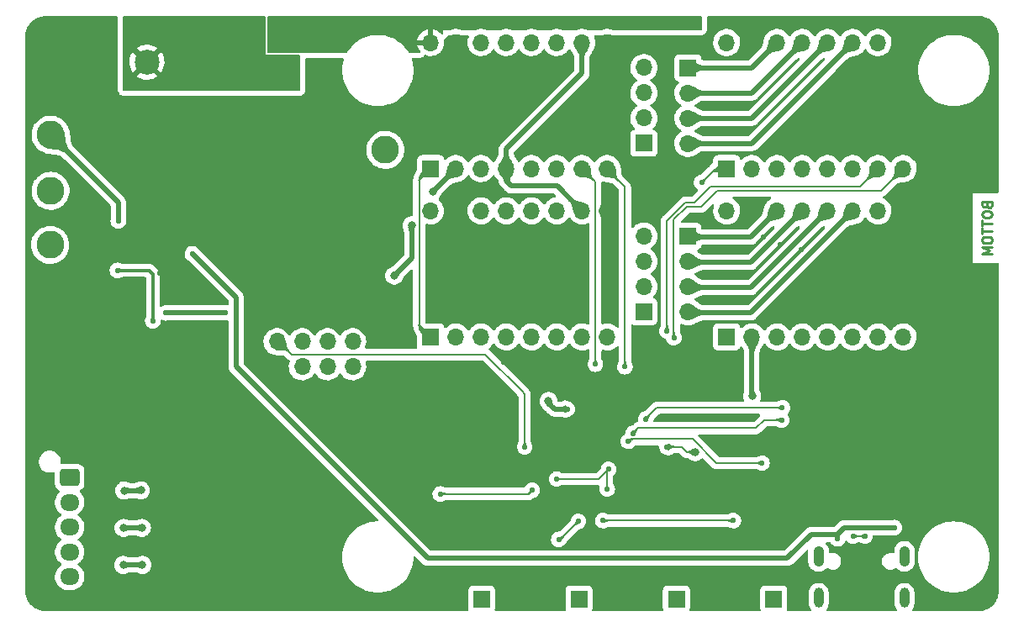
<source format=gbr>
%TF.GenerationSoftware,KiCad,Pcbnew,(6.0.4-0)*%
%TF.CreationDate,2022-05-20T14:50:05+02:00*%
%TF.ProjectId,Huge-Stepper-Driver,48756765-2d53-4746-9570-7065722d4472,rev?*%
%TF.SameCoordinates,Original*%
%TF.FileFunction,Copper,L2,Bot*%
%TF.FilePolarity,Positive*%
%FSLAX46Y46*%
G04 Gerber Fmt 4.6, Leading zero omitted, Abs format (unit mm)*
G04 Created by KiCad (PCBNEW (6.0.4-0)) date 2022-05-20 14:50:05*
%MOMM*%
%LPD*%
G01*
G04 APERTURE LIST*
G04 Aperture macros list*
%AMRoundRect*
0 Rectangle with rounded corners*
0 $1 Rounding radius*
0 $2 $3 $4 $5 $6 $7 $8 $9 X,Y pos of 4 corners*
0 Add a 4 corners polygon primitive as box body*
4,1,4,$2,$3,$4,$5,$6,$7,$8,$9,$2,$3,0*
0 Add four circle primitives for the rounded corners*
1,1,$1+$1,$2,$3*
1,1,$1+$1,$4,$5*
1,1,$1+$1,$6,$7*
1,1,$1+$1,$8,$9*
0 Add four rect primitives between the rounded corners*
20,1,$1+$1,$2,$3,$4,$5,0*
20,1,$1+$1,$4,$5,$6,$7,0*
20,1,$1+$1,$6,$7,$8,$9,0*
20,1,$1+$1,$8,$9,$2,$3,0*%
G04 Aperture macros list end*
%ADD10C,0.250000*%
%TA.AperFunction,NonConductor*%
%ADD11C,0.250000*%
%TD*%
%TA.AperFunction,ComponentPad*%
%ADD12R,1.700000X1.700000*%
%TD*%
%TA.AperFunction,ComponentPad*%
%ADD13O,1.700000X1.700000*%
%TD*%
%TA.AperFunction,ComponentPad*%
%ADD14R,2.500000X2.500000*%
%TD*%
%TA.AperFunction,ComponentPad*%
%ADD15C,2.500000*%
%TD*%
%TA.AperFunction,ComponentPad*%
%ADD16C,2.800000*%
%TD*%
%TA.AperFunction,ComponentPad*%
%ADD17O,1.050000X2.100000*%
%TD*%
%TA.AperFunction,ComponentPad*%
%ADD18O,1.000000X2.000000*%
%TD*%
%TA.AperFunction,ComponentPad*%
%ADD19RoundRect,0.250000X-0.725000X0.600000X-0.725000X-0.600000X0.725000X-0.600000X0.725000X0.600000X0*%
%TD*%
%TA.AperFunction,ComponentPad*%
%ADD20O,1.950000X1.700000*%
%TD*%
%TA.AperFunction,ViaPad*%
%ADD21C,0.550000*%
%TD*%
%TA.AperFunction,ViaPad*%
%ADD22C,0.800000*%
%TD*%
%TA.AperFunction,Conductor*%
%ADD23C,0.500000*%
%TD*%
%TA.AperFunction,Conductor*%
%ADD24C,0.200000*%
%TD*%
%TA.AperFunction,Conductor*%
%ADD25C,0.300000*%
%TD*%
G04 APERTURE END LIST*
D10*
D11*
X187328571Y-95540476D02*
X187376190Y-95683333D01*
X187423809Y-95730952D01*
X187519047Y-95778571D01*
X187661904Y-95778571D01*
X187757142Y-95730952D01*
X187804761Y-95683333D01*
X187852380Y-95588095D01*
X187852380Y-95207142D01*
X186852380Y-95207142D01*
X186852380Y-95540476D01*
X186900000Y-95635714D01*
X186947619Y-95683333D01*
X187042857Y-95730952D01*
X187138095Y-95730952D01*
X187233333Y-95683333D01*
X187280952Y-95635714D01*
X187328571Y-95540476D01*
X187328571Y-95207142D01*
X186852380Y-96397619D02*
X186852380Y-96588095D01*
X186900000Y-96683333D01*
X186995238Y-96778571D01*
X187185714Y-96826190D01*
X187519047Y-96826190D01*
X187709523Y-96778571D01*
X187804761Y-96683333D01*
X187852380Y-96588095D01*
X187852380Y-96397619D01*
X187804761Y-96302380D01*
X187709523Y-96207142D01*
X187519047Y-96159523D01*
X187185714Y-96159523D01*
X186995238Y-96207142D01*
X186900000Y-96302380D01*
X186852380Y-96397619D01*
X186852380Y-97111904D02*
X186852380Y-97683333D01*
X187852380Y-97397619D02*
X186852380Y-97397619D01*
X186852380Y-97873809D02*
X186852380Y-98445238D01*
X187852380Y-98159523D02*
X186852380Y-98159523D01*
X186852380Y-98969047D02*
X186852380Y-99159523D01*
X186900000Y-99254761D01*
X186995238Y-99350000D01*
X187185714Y-99397619D01*
X187519047Y-99397619D01*
X187709523Y-99350000D01*
X187804761Y-99254761D01*
X187852380Y-99159523D01*
X187852380Y-98969047D01*
X187804761Y-98873809D01*
X187709523Y-98778571D01*
X187519047Y-98730952D01*
X187185714Y-98730952D01*
X186995238Y-98778571D01*
X186900000Y-98873809D01*
X186852380Y-98969047D01*
X187852380Y-99826190D02*
X186852380Y-99826190D01*
X187566666Y-100159523D01*
X186852380Y-100492857D01*
X187852380Y-100492857D01*
D12*
%TO.P,U5,1,~{ENABLE}*%
%TO.N,/MCU/EN_MOTOR*%
X131317500Y-91871800D03*
D13*
%TO.P,U5,2,MS1*%
%TO.N,+3V3*%
X133857500Y-91871800D03*
%TO.P,U5,3,MS2*%
X136397500Y-91871800D03*
%TO.P,U5,4,MS3*%
X138937500Y-91871800D03*
%TO.P,U5,5,~{RST}*%
%TO.N,Net-(U5-Pad5)*%
X141477500Y-91871800D03*
%TO.P,U5,6,~{SLEEP}*%
X144017500Y-91871800D03*
%TO.P,U5,7,STEP*%
%TO.N,/MCU/STEP_A*%
X146557500Y-91871800D03*
%TO.P,U5,8,DIR*%
%TO.N,/MCU/DIR_A*%
X149097500Y-91871800D03*
%TO.P,U5,9,GND*%
%TO.N,GND*%
X149097500Y-79171800D03*
%TO.P,U5,10,VDD*%
%TO.N,+3V3*%
X146557500Y-79171800D03*
%TO.P,U5,11,1B*%
%TO.N,/Bipolar Drivers/MA_1B*%
X144017500Y-79171800D03*
%TO.P,U5,12,1A*%
%TO.N,/Bipolar Drivers/MA_1A*%
X141477500Y-79171800D03*
%TO.P,U5,13,2A*%
%TO.N,/Bipolar Drivers/MA_2A*%
X138937500Y-79171800D03*
%TO.P,U5,14,2B*%
%TO.N,/Bipolar Drivers/MA_2B*%
X136397500Y-79171800D03*
%TO.P,U5,15,GND*%
%TO.N,GND*%
X133857500Y-79171800D03*
%TO.P,U5,16,VMOT*%
%TO.N,+12V*%
X131317500Y-79171800D03*
%TD*%
D12*
%TO.P,J4,1,Pin_1*%
%TO.N,/Bipolar Drivers/LS1*%
X136460000Y-135240000D03*
D13*
%TO.P,J4,2,Pin_2*%
%TO.N,GND*%
X133920000Y-135240000D03*
%TD*%
D14*
%TO.P,J1,1,Pin_1*%
%TO.N,GND*%
X97750000Y-81150000D03*
D15*
%TO.P,J1,2,Pin_2*%
%TO.N,/Power Management/12V_IN*%
X102750000Y-81150000D03*
%TD*%
D16*
%TO.P,TP4,1,1*%
%TO.N,+3V3*%
X93000000Y-99560000D03*
%TD*%
D12*
%TO.P,J6,1,Pin_1*%
%TO.N,/Bipolar Drivers/LS3*%
X156069840Y-135240000D03*
D13*
%TO.P,J6,2,Pin_2*%
%TO.N,GND*%
X153529840Y-135240000D03*
%TD*%
D12*
%TO.P,J14,1,Pin_1*%
%TO.N,/Bipolar Drivers/MD_2B*%
X157227500Y-98680000D03*
D13*
%TO.P,J14,2,Pin_2*%
%TO.N,/Bipolar Drivers/MD_2A*%
X157227500Y-101220000D03*
%TO.P,J14,3,Pin_3*%
%TO.N,/Bipolar Drivers/MD_1A*%
X157227500Y-103760000D03*
%TO.P,J14,4,Pin_4*%
%TO.N,/Bipolar Drivers/MD_1B*%
X157227500Y-106300000D03*
%TD*%
D17*
%TO.P,J2,S1,SHIELD*%
%TO.N,Net-(J2-PadS1)*%
X170390000Y-130940000D03*
D18*
%TO.P,J2,S2*%
%TO.N,N/C*%
X170390000Y-135120000D03*
%TO.P,J2,S3*%
X179030000Y-135120000D03*
D17*
%TO.P,J2,S4*%
X179030000Y-130940000D03*
%TD*%
D12*
%TO.P,J5,1,Pin_1*%
%TO.N,/Bipolar Drivers/LS2*%
X146264920Y-135240000D03*
D13*
%TO.P,J5,2,Pin_2*%
%TO.N,GND*%
X143724920Y-135240000D03*
%TD*%
D16*
%TO.P,TP1,1,1*%
%TO.N,+12V*%
X126760000Y-89980000D03*
%TD*%
D12*
%TO.P,J8,1,Pin_1*%
%TO.N,/Bipolar Drivers/MC_2B*%
X157227500Y-81721800D03*
D13*
%TO.P,J8,2,Pin_2*%
%TO.N,/Bipolar Drivers/MC_2A*%
X157227500Y-84261800D03*
%TO.P,J8,3,Pin_3*%
%TO.N,/Bipolar Drivers/MC_1A*%
X157227500Y-86801800D03*
%TO.P,J8,4,Pin_4*%
%TO.N,/Bipolar Drivers/MC_1B*%
X157227500Y-89341800D03*
%TD*%
D12*
%TO.P,J9,1,Pin_1*%
%TO.N,/Bipolar Drivers/LS4*%
X165874760Y-135240000D03*
D13*
%TO.P,J9,2,Pin_2*%
%TO.N,GND*%
X163334760Y-135240000D03*
%TD*%
D12*
%TO.P,U8,1,~{ENABLE}*%
%TO.N,/MCU/EN_MOTOR*%
X161134200Y-108830000D03*
D13*
%TO.P,U8,2,MS1*%
%TO.N,+3V3*%
X163674200Y-108830000D03*
%TO.P,U8,3,MS2*%
X166214200Y-108830000D03*
%TO.P,U8,4,MS3*%
X168754200Y-108830000D03*
%TO.P,U8,5,~{RST}*%
%TO.N,Net-(U8-Pad5)*%
X171294200Y-108830000D03*
%TO.P,U8,6,~{SLEEP}*%
X173834200Y-108830000D03*
%TO.P,U8,7,STEP*%
%TO.N,/MCU/STEP_D*%
X176374200Y-108830000D03*
%TO.P,U8,8,DIR*%
%TO.N,/MCU/DIR_D*%
X178914200Y-108830000D03*
%TO.P,U8,9,GND*%
%TO.N,GND*%
X178914200Y-96130000D03*
%TO.P,U8,10,VDD*%
%TO.N,+3V3*%
X176374200Y-96130000D03*
%TO.P,U8,11,1B*%
%TO.N,/Bipolar Drivers/MD_1B*%
X173834200Y-96130000D03*
%TO.P,U8,12,1A*%
%TO.N,/Bipolar Drivers/MD_1A*%
X171294200Y-96130000D03*
%TO.P,U8,13,2A*%
%TO.N,/Bipolar Drivers/MD_2A*%
X168754200Y-96130000D03*
%TO.P,U8,14,2B*%
%TO.N,/Bipolar Drivers/MD_2B*%
X166214200Y-96130000D03*
%TO.P,U8,15,GND*%
%TO.N,GND*%
X163674200Y-96130000D03*
%TO.P,U8,16,VMOT*%
%TO.N,+12V*%
X161134200Y-96130000D03*
%TD*%
D12*
%TO.P,U6,1,~{ENABLE}*%
%TO.N,/MCU/EN_MOTOR*%
X161134200Y-91871800D03*
D13*
%TO.P,U6,2,MS1*%
%TO.N,+3V3*%
X163674200Y-91871800D03*
%TO.P,U6,3,MS2*%
X166214200Y-91871800D03*
%TO.P,U6,4,MS3*%
X168754200Y-91871800D03*
%TO.P,U6,5,~{RST}*%
%TO.N,Net-(U6-Pad5)*%
X171294200Y-91871800D03*
%TO.P,U6,6,~{SLEEP}*%
X173834200Y-91871800D03*
%TO.P,U6,7,STEP*%
%TO.N,/MCU/STEP_C*%
X176374200Y-91871800D03*
%TO.P,U6,8,DIR*%
%TO.N,/MCU/DIR_C*%
X178914200Y-91871800D03*
%TO.P,U6,9,GND*%
%TO.N,GND*%
X178914200Y-79171800D03*
%TO.P,U6,10,VDD*%
%TO.N,+3V3*%
X176374200Y-79171800D03*
%TO.P,U6,11,1B*%
%TO.N,/Bipolar Drivers/MC_1B*%
X173834200Y-79171800D03*
%TO.P,U6,12,1A*%
%TO.N,/Bipolar Drivers/MC_1A*%
X171294200Y-79171800D03*
%TO.P,U6,13,2A*%
%TO.N,/Bipolar Drivers/MC_2A*%
X168754200Y-79171800D03*
%TO.P,U6,14,2B*%
%TO.N,/Bipolar Drivers/MC_2B*%
X166214200Y-79171800D03*
%TO.P,U6,15,GND*%
%TO.N,GND*%
X163674200Y-79171800D03*
%TO.P,U6,16,VMOT*%
%TO.N,+12V*%
X161134200Y-79171800D03*
%TD*%
D12*
%TO.P,J13,1,Pin_1*%
%TO.N,/Bipolar Drivers/MB_2B*%
X152790000Y-106280000D03*
D13*
%TO.P,J13,2,Pin_2*%
%TO.N,/Bipolar Drivers/MB_2A*%
X152790000Y-103740000D03*
%TO.P,J13,3,Pin_3*%
%TO.N,/Bipolar Drivers/MB_1A*%
X152790000Y-101200000D03*
%TO.P,J13,4,Pin_4*%
%TO.N,/Bipolar Drivers/MB_1B*%
X152790000Y-98660000D03*
%TD*%
D16*
%TO.P,TP2,1,1*%
%TO.N,+5V*%
X93050000Y-94120000D03*
%TD*%
D12*
%TO.P,J7,1,Pin_1*%
%TO.N,/Bipolar Drivers/MA_2B*%
X152790000Y-89321800D03*
D13*
%TO.P,J7,2,Pin_2*%
%TO.N,/Bipolar Drivers/MA_2A*%
X152790000Y-86781800D03*
%TO.P,J7,3,Pin_3*%
%TO.N,/Bipolar Drivers/MA_1A*%
X152790000Y-84241800D03*
%TO.P,J7,4,Pin_4*%
%TO.N,/Bipolar Drivers/MA_1B*%
X152790000Y-81701800D03*
%TD*%
D12*
%TO.P,J3,1,Pin_1*%
%TO.N,GND*%
X115850000Y-111850000D03*
D13*
%TO.P,J3,2,Pin_2*%
%TO.N,/MCU/MCU_UART0_RX*%
X115850000Y-109310000D03*
%TO.P,J3,3,Pin_3*%
%TO.N,/MCU/ESP_IO2*%
X118390000Y-111850000D03*
%TO.P,J3,4,Pin_4*%
%TO.N,/MCU/EN*%
X118390000Y-109310000D03*
%TO.P,J3,5,Pin_5*%
%TO.N,/MCU/ESP_IO0*%
X120930000Y-111850000D03*
%TO.P,J3,6,Pin_6*%
%TO.N,/MCU/ESP_RST*%
X120930000Y-109310000D03*
%TO.P,J3,7,Pin_7*%
%TO.N,/MCU/ESP_RX*%
X123470000Y-111850000D03*
%TO.P,J3,8,Pin_8*%
%TO.N,/MCU/EN*%
X123470000Y-109310000D03*
%TD*%
D16*
%TO.P,TP3,1,1*%
%TO.N,/Power Management/SW_VIN*%
X93050000Y-88450000D03*
%TD*%
D12*
%TO.P,U7,1,~{ENABLE}*%
%TO.N,/MCU/EN_MOTOR*%
X131317500Y-108830000D03*
D13*
%TO.P,U7,2,MS1*%
%TO.N,+3V3*%
X133857500Y-108830000D03*
%TO.P,U7,3,MS2*%
X136397500Y-108830000D03*
%TO.P,U7,4,MS3*%
X138937500Y-108830000D03*
%TO.P,U7,5,~{RST}*%
%TO.N,Net-(U7-Pad5)*%
X141477500Y-108830000D03*
%TO.P,U7,6,~{SLEEP}*%
X144017500Y-108830000D03*
%TO.P,U7,7,STEP*%
%TO.N,/MCU/STEP_B*%
X146557500Y-108830000D03*
%TO.P,U7,8,DIR*%
%TO.N,/MCU/DIR_B*%
X149097500Y-108830000D03*
%TO.P,U7,9,GND*%
%TO.N,GND*%
X149097500Y-96130000D03*
%TO.P,U7,10,VDD*%
%TO.N,+3V3*%
X146557500Y-96130000D03*
%TO.P,U7,11,1B*%
%TO.N,/Bipolar Drivers/MB_1B*%
X144017500Y-96130000D03*
%TO.P,U7,12,1A*%
%TO.N,/Bipolar Drivers/MB_1A*%
X141477500Y-96130000D03*
%TO.P,U7,13,2A*%
%TO.N,/Bipolar Drivers/MB_2A*%
X138937500Y-96130000D03*
%TO.P,U7,14,2B*%
%TO.N,/Bipolar Drivers/MB_2B*%
X136397500Y-96130000D03*
%TO.P,U7,15,GND*%
%TO.N,GND*%
X133857500Y-96130000D03*
%TO.P,U7,16,VMOT*%
%TO.N,+12V*%
X131317500Y-96130000D03*
%TD*%
D19*
%TO.P,J21,1,Pin_1*%
%TO.N,+5V*%
X94972600Y-122992000D03*
D20*
%TO.P,J21,2,Pin_2*%
%TO.N,/Unipolar Driver /M1_OUT1*%
X94972600Y-125492000D03*
%TO.P,J21,3,Pin_3*%
%TO.N,/Unipolar Driver /M1_OUT2*%
X94972600Y-127992000D03*
%TO.P,J21,4,Pin_4*%
%TO.N,/Unipolar Driver /M1_OUT3*%
X94972600Y-130492000D03*
%TO.P,J21,5,Pin_5*%
%TO.N,/Unipolar Driver /M1_OUT4*%
X94972600Y-132992000D03*
%TD*%
D21*
%TO.N,/Power Management/SW_VIN*%
X99870000Y-97150000D03*
%TO.N,GND*%
X130940000Y-88570000D03*
X101230000Y-94100000D03*
X179230000Y-83500000D03*
X142680000Y-105290000D03*
X140540000Y-82110000D03*
X177450000Y-113040000D03*
X180670000Y-116350000D03*
X137900000Y-113140000D03*
X102360000Y-112980000D03*
X128730000Y-94830000D03*
X103040000Y-117700000D03*
X104920000Y-110700000D03*
X144780000Y-81100000D03*
X140880000Y-99260000D03*
X106970000Y-128220000D03*
X121890000Y-93450000D03*
X130630000Y-116160000D03*
X145590000Y-112080000D03*
X134540000Y-88430000D03*
X145710000Y-101470000D03*
X145470000Y-121220000D03*
X145910000Y-99310000D03*
X94830000Y-113280000D03*
X149920000Y-99870000D03*
X130040000Y-84290000D03*
X154850000Y-79270000D03*
X145500000Y-104090000D03*
X149410000Y-82940000D03*
X107010000Y-132040000D03*
X122360000Y-117950000D03*
X132010000Y-127580000D03*
X149350000Y-104860000D03*
X184590000Y-97130000D03*
X142920000Y-88770000D03*
X161350000Y-122730000D03*
X124410000Y-86610000D03*
X185940000Y-89870000D03*
X160710000Y-85500000D03*
X123400000Y-98350000D03*
X142930000Y-117420000D03*
X91970000Y-131100000D03*
X137090000Y-83150000D03*
X96310000Y-116590000D03*
X161670000Y-129480000D03*
X121070000Y-83390000D03*
X155530000Y-112130000D03*
X97600000Y-96210000D03*
X121600000Y-90160000D03*
X177540000Y-87840000D03*
X168120000Y-88310000D03*
X154850000Y-91950000D03*
X110410000Y-100010000D03*
X179760000Y-128330000D03*
X120490000Y-107160000D03*
X151120000Y-128550000D03*
X120450000Y-130620000D03*
X118990000Y-89260000D03*
X176520000Y-121700000D03*
X148190000Y-88140000D03*
X104000000Y-102390000D03*
X107760000Y-120080000D03*
X183970000Y-123220000D03*
X176710000Y-101930000D03*
X110570000Y-112670000D03*
X145190000Y-133560000D03*
X128590000Y-120390000D03*
X97650000Y-101550000D03*
X163730000Y-117010000D03*
X140840000Y-113240000D03*
X127000000Y-106230000D03*
X116750000Y-129530000D03*
X147970000Y-85430000D03*
X105980000Y-126250000D03*
X117630000Y-119740000D03*
X150220000Y-134810000D03*
X164840000Y-98790000D03*
X119280000Y-99270000D03*
X109080000Y-104010000D03*
X113230000Y-131720000D03*
X113310000Y-109990000D03*
X138700000Y-111370000D03*
X111430000Y-124760000D03*
X143030000Y-82150000D03*
X183120000Y-105100000D03*
X167260000Y-105100000D03*
X115030000Y-133400000D03*
X168240000Y-133040000D03*
X153270000Y-95570000D03*
X148990000Y-102800000D03*
X140340000Y-134100000D03*
X168610000Y-100010000D03*
X97920000Y-90560000D03*
X172720000Y-83850000D03*
X111330000Y-102570000D03*
X168090000Y-125980000D03*
X183160000Y-111030000D03*
X110430000Y-118690000D03*
X120680000Y-104430000D03*
X120630000Y-114630000D03*
X161070000Y-105320000D03*
X154760000Y-114690000D03*
X105600000Y-135860000D03*
X172510000Y-100370000D03*
X170390000Y-126970000D03*
X164910000Y-113320000D03*
X166540000Y-99530000D03*
X161870000Y-88180000D03*
X142770000Y-111570000D03*
X174910000Y-133710000D03*
X111320000Y-128280000D03*
X93010000Y-80850000D03*
D22*
%TO.N,+3V3*%
X163700000Y-114790000D03*
D21*
X155090000Y-119900000D03*
D22*
X143190000Y-115290000D03*
X129400000Y-97600000D03*
X127660000Y-102660000D03*
D21*
X145070000Y-116100000D03*
X104670000Y-106410000D03*
X110680000Y-106390000D03*
D22*
X157950000Y-120430000D03*
X131520000Y-94200000D03*
D21*
%TO.N,+1V1*%
X149100000Y-124150000D03*
X149230000Y-122170000D03*
X144020000Y-123150000D03*
%TO.N,+12V*%
X157550000Y-76910000D03*
X129020000Y-77350000D03*
X117900000Y-77220000D03*
X122430000Y-79150000D03*
X144917711Y-77372289D03*
%TO.N,/MCU/~{RESET}*%
X141550000Y-124260000D03*
X132300000Y-124650000D03*
%TO.N,/Power Management/VBUS*%
X178020000Y-128040000D03*
X172300000Y-129180000D03*
X107330000Y-100450000D03*
D22*
%TO.N,/Unipolar Driver /M1_OUT1*%
X102143000Y-124283600D03*
X100466600Y-124309000D03*
%TO.N,/Unipolar Driver /M1_OUT2*%
X102244600Y-128068200D03*
X100390400Y-128068200D03*
%TO.N,/Unipolar Driver /M1_OUT3*%
X100365000Y-131802000D03*
X102295400Y-131802000D03*
D21*
%TO.N,/Power Management/12V_IN*%
X103690000Y-77380000D03*
X114240000Y-83160000D03*
X109690000Y-82170000D03*
X104630000Y-83240000D03*
%TO.N,/MCU/USB_D+*%
X175060000Y-128910000D03*
X173860000Y-128900000D03*
%TO.N,/MCU/~{FLASH_CS}*%
X151225500Y-119350000D03*
X164692600Y-121545800D03*
%TO.N,/MCU/ME_W22*%
X144220000Y-129230000D03*
X146204500Y-127400000D03*
%TO.N,/MCU/EN_MOTOR*%
X158610189Y-93280000D03*
%TO.N,/MCU/STEP_A*%
X147910000Y-111580000D03*
%TO.N,/MCU/DIR_A*%
X150890000Y-111830000D03*
%TO.N,/MCU/STEP_C*%
X155120000Y-108220000D03*
%TO.N,/MCU/DIR_C*%
X155815178Y-108909854D03*
%TO.N,/MCU/FLASH_D2*%
X166732600Y-115965800D03*
X152970459Y-117117075D03*
%TO.N,/MCU/FLASH_D1*%
X151690931Y-118555500D03*
X166662600Y-117195800D03*
%TO.N,Net-(C7-Pad1)*%
X99780000Y-102130000D03*
X103340000Y-107210000D03*
%TO.N,/MCU/MCU_UART0_RX*%
X140790000Y-119900000D03*
%TO.N,Net-(D6-Pad2)*%
X161800000Y-127340000D03*
X148650000Y-127340000D03*
%TD*%
D23*
%TO.N,/Power Management/SW_VIN*%
X99870000Y-97150000D02*
X99870000Y-95270000D01*
X99870000Y-95270000D02*
X93050000Y-88450000D01*
%TO.N,+3V3*%
X163674200Y-114764200D02*
X163700000Y-114790000D01*
X143190000Y-115500000D02*
X143730000Y-116040000D01*
X138937500Y-89922500D02*
X138937500Y-91871800D01*
X143190000Y-115290000D02*
X143190000Y-115500000D01*
X138937500Y-93097500D02*
X139460000Y-93620000D01*
X146557500Y-82302500D02*
X138937500Y-89922500D01*
X133848200Y-91871800D02*
X131520000Y-94200000D01*
D24*
X157110000Y-120430000D02*
X156580000Y-119900000D01*
D23*
X163674200Y-108830000D02*
X163674200Y-114764200D01*
X138937500Y-91871800D02*
X138937500Y-93097500D01*
X143730000Y-116040000D02*
X143790000Y-116100000D01*
D24*
X156580000Y-119900000D02*
X155090000Y-119900000D01*
D23*
X104690000Y-106390000D02*
X104670000Y-106410000D01*
D24*
X157950000Y-120430000D02*
X157110000Y-120430000D01*
D23*
X144047500Y-93620000D02*
X146557500Y-96130000D01*
X129400000Y-97600000D02*
X129400000Y-100920000D01*
X129400000Y-100920000D02*
X127660000Y-102660000D01*
X143790000Y-116100000D02*
X145070000Y-116100000D01*
X139460000Y-93620000D02*
X144047500Y-93620000D01*
X146557500Y-79171800D02*
X146557500Y-82302500D01*
X133857500Y-91871800D02*
X133848200Y-91871800D01*
X110680000Y-106390000D02*
X104690000Y-106390000D01*
D24*
%TO.N,+1V1*%
X149230000Y-122170000D02*
X148250000Y-123150000D01*
X149100000Y-124150000D02*
X149100000Y-122300000D01*
X148250000Y-123150000D02*
X144020000Y-123150000D01*
X149100000Y-122300000D02*
X149230000Y-122170000D01*
%TO.N,/MCU/~{RESET}*%
X141550000Y-124260000D02*
X141160000Y-124650000D01*
X141160000Y-124650000D02*
X132300000Y-124650000D01*
D23*
%TO.N,/Power Management/VBUS*%
X172300000Y-128730000D02*
X172530000Y-128500000D01*
X172530000Y-128500000D02*
X172990000Y-128040000D01*
X172990000Y-128040000D02*
X178020000Y-128040000D01*
X172300000Y-129180000D02*
X172300000Y-128730000D01*
X131060000Y-131150000D02*
X111740000Y-111830000D01*
X111740000Y-111830000D02*
X111740000Y-104860000D01*
X172300000Y-128730000D02*
X169650000Y-128730000D01*
X167230000Y-131150000D02*
X131060000Y-131150000D01*
X111740000Y-104860000D02*
X107330000Y-100450000D01*
X169650000Y-128730000D02*
X167230000Y-131150000D01*
%TO.N,/Unipolar Driver /M1_OUT1*%
X102117600Y-124309000D02*
X102143000Y-124283600D01*
X100466600Y-124309000D02*
X102117600Y-124309000D01*
%TO.N,/Unipolar Driver /M1_OUT2*%
X100390400Y-128068200D02*
X102244600Y-128068200D01*
%TO.N,/Unipolar Driver /M1_OUT3*%
X100365000Y-131802000D02*
X102295400Y-131802000D01*
D24*
%TO.N,/MCU/USB_D+*%
X175060000Y-128910000D02*
X173870000Y-128910000D01*
X173870000Y-128910000D02*
X173860000Y-128900000D01*
D23*
%TO.N,/Bipolar Drivers/MC_2B*%
X163664200Y-81721800D02*
X157530800Y-81721800D01*
X166214200Y-79171800D02*
X163664200Y-81721800D01*
%TO.N,/Bipolar Drivers/MC_2A*%
X168754200Y-79171800D02*
X163664200Y-84261800D01*
X163664200Y-84261800D02*
X157530800Y-84261800D01*
%TO.N,/Bipolar Drivers/MC_1A*%
X163664200Y-86801800D02*
X157530800Y-86801800D01*
X171294200Y-79171800D02*
X163664200Y-86801800D01*
%TO.N,/Bipolar Drivers/MC_1B*%
X173834200Y-79171800D02*
X163664200Y-89341800D01*
X163664200Y-89341800D02*
X157530800Y-89341800D01*
%TO.N,/Bipolar Drivers/MD_2B*%
X163556700Y-98780000D02*
X157423300Y-98780000D01*
X166106700Y-96230000D02*
X163556700Y-98780000D01*
%TO.N,/Bipolar Drivers/MD_2A*%
X163556700Y-101320000D02*
X157423300Y-101320000D01*
X168646700Y-96230000D02*
X163556700Y-101320000D01*
%TO.N,/Bipolar Drivers/MD_1A*%
X171186700Y-96230000D02*
X163556700Y-103860000D01*
X163556700Y-103860000D02*
X157423300Y-103860000D01*
%TO.N,/Bipolar Drivers/MD_1B*%
X173726700Y-96230000D02*
X163556700Y-106400000D01*
X163556700Y-106400000D02*
X157423300Y-106400000D01*
D24*
%TO.N,/MCU/~{FLASH_CS}*%
X151225500Y-119350000D02*
X151445500Y-119130000D01*
X151445500Y-119130000D02*
X157680000Y-119130000D01*
X157680000Y-119130000D02*
X160095800Y-121545800D01*
X160095800Y-121545800D02*
X164692600Y-121545800D01*
%TO.N,/MCU/ME_W22*%
X144374500Y-129230000D02*
X144220000Y-129230000D01*
X146204500Y-127400000D02*
X144374500Y-129230000D01*
%TO.N,/MCU/EN_MOTOR*%
X160018389Y-91871800D02*
X161134200Y-91871800D01*
X131317500Y-91871800D02*
X130167989Y-93021311D01*
X130167989Y-107680489D02*
X131317500Y-108830000D01*
X130167989Y-93021311D02*
X130167989Y-107680489D01*
X158610189Y-93280000D02*
X160018389Y-91871800D01*
%TO.N,/MCU/STEP_A*%
X146557500Y-91871800D02*
X147910000Y-93224300D01*
X147910000Y-93224300D02*
X147910000Y-93580000D01*
X147910000Y-93580000D02*
X147910000Y-111580000D01*
%TO.N,/MCU/DIR_A*%
X150890000Y-93730000D02*
X150890000Y-111830000D01*
X149097500Y-91937500D02*
X149190000Y-92030000D01*
X149097500Y-91871800D02*
X149097500Y-91937500D01*
X149190000Y-92030000D02*
X150890000Y-93730000D01*
%TO.N,/MCU/STEP_C*%
X156944514Y-95320480D02*
X157899520Y-95320480D01*
X155120000Y-108220000D02*
X155120000Y-97144994D01*
X159519520Y-93700480D02*
X174545520Y-93700480D01*
X157899520Y-95320480D02*
X159519520Y-93700480D01*
X155120000Y-97144994D02*
X156944514Y-95320480D01*
X174545520Y-93700480D02*
X176374200Y-91871800D01*
%TO.N,/MCU/DIR_C*%
X157110000Y-95720000D02*
X158580000Y-95720000D01*
X160200000Y-94100000D02*
X176686000Y-94100000D01*
X176686000Y-94100000D02*
X178914200Y-91871800D01*
X155810000Y-108904676D02*
X155810000Y-97020000D01*
X155815178Y-108909854D02*
X155810000Y-108904676D01*
X158580000Y-95720000D02*
X160200000Y-94100000D01*
X155810000Y-97020000D02*
X157110000Y-95720000D01*
%TO.N,/MCU/FLASH_D2*%
X152970459Y-117099541D02*
X154104200Y-115965800D01*
X154104200Y-115965800D02*
X166732600Y-115965800D01*
X152970459Y-117117075D02*
X152970459Y-117099541D01*
%TO.N,/MCU/FLASH_D1*%
X164090000Y-118020000D02*
X164914200Y-117195800D01*
X164914200Y-117195800D02*
X166662600Y-117195800D01*
X152226431Y-118020000D02*
X164090000Y-118020000D01*
X151690931Y-118555500D02*
X152226431Y-118020000D01*
D25*
%TO.N,Net-(C7-Pad1)*%
X99780000Y-102130000D02*
X102950000Y-102130000D01*
X102950000Y-102130000D02*
X102990000Y-102170000D01*
X102980000Y-102130000D02*
X103340000Y-102490000D01*
X103340000Y-102490000D02*
X103340000Y-107210000D01*
X102950000Y-102130000D02*
X102980000Y-102130000D01*
X103250000Y-107300000D02*
X103340000Y-107210000D01*
D24*
%TO.N,/MCU/MCU_UART0_RX*%
X117340000Y-110610000D02*
X130400000Y-110610000D01*
X130400000Y-110610000D02*
X136830000Y-110610000D01*
X115850000Y-109310000D02*
X116040000Y-109310000D01*
X117280000Y-110550000D02*
X117340000Y-110610000D01*
X136830000Y-110610000D02*
X140510000Y-114290000D01*
X116040000Y-109310000D02*
X117280000Y-110550000D01*
X140510000Y-114290000D02*
X140790000Y-114570000D01*
X140790000Y-114570000D02*
X140790000Y-119900000D01*
%TO.N,Net-(D6-Pad2)*%
X161800000Y-127340000D02*
X148650000Y-127340000D01*
%TD*%
%TA.AperFunction,Conductor*%
%TO.N,/Power Management/12V_IN*%
G36*
X114642121Y-76528502D02*
G01*
X114688614Y-76582158D01*
X114700000Y-76634500D01*
X114700000Y-80440000D01*
X118084000Y-80440000D01*
X118152121Y-80460002D01*
X118198614Y-80513658D01*
X118210000Y-80566000D01*
X118210000Y-83894000D01*
X118189998Y-83962121D01*
X118136342Y-84008614D01*
X118084000Y-84020000D01*
X100436000Y-84020000D01*
X100367879Y-83999998D01*
X100321386Y-83946342D01*
X100310000Y-83894000D01*
X100310000Y-82559133D01*
X101705612Y-82559133D01*
X101714325Y-82570653D01*
X101812018Y-82642284D01*
X101819928Y-82647227D01*
X102042890Y-82764533D01*
X102051453Y-82768256D01*
X102289304Y-82851318D01*
X102298313Y-82853732D01*
X102545842Y-82900727D01*
X102555098Y-82901781D01*
X102806857Y-82911673D01*
X102816171Y-82911347D01*
X103066615Y-82883920D01*
X103075792Y-82882219D01*
X103319431Y-82818074D01*
X103328251Y-82815037D01*
X103559736Y-82715583D01*
X103568008Y-82711276D01*
X103782249Y-82578700D01*
X103789188Y-82573658D01*
X103797518Y-82561019D01*
X103791456Y-82550666D01*
X102762812Y-81522022D01*
X102748868Y-81514408D01*
X102747035Y-81514539D01*
X102740420Y-81518790D01*
X101712270Y-82546940D01*
X101705612Y-82559133D01*
X100310000Y-82559133D01*
X100310000Y-81108523D01*
X100987898Y-81108523D01*
X100999987Y-81360175D01*
X101001124Y-81369435D01*
X101050274Y-81616535D01*
X101052768Y-81625528D01*
X101137900Y-81862639D01*
X101141700Y-81871174D01*
X101260946Y-82093101D01*
X101265957Y-82100968D01*
X101329446Y-82185990D01*
X101340704Y-82194439D01*
X101353123Y-82187667D01*
X102377978Y-81162812D01*
X102384356Y-81151132D01*
X103114408Y-81151132D01*
X103114539Y-81152965D01*
X103118790Y-81159580D01*
X104149913Y-82190703D01*
X104162293Y-82197463D01*
X104170634Y-82191219D01*
X104296765Y-81995127D01*
X104301212Y-81986936D01*
X104404691Y-81757222D01*
X104407882Y-81748455D01*
X104476269Y-81505976D01*
X104478129Y-81496834D01*
X104510116Y-81245396D01*
X104510597Y-81239108D01*
X104512847Y-81153160D01*
X104512696Y-81146851D01*
X104493912Y-80894074D01*
X104492536Y-80884868D01*
X104436929Y-80639126D01*
X104434205Y-80630215D01*
X104342888Y-80395392D01*
X104338877Y-80386983D01*
X104213854Y-80168240D01*
X104208643Y-80160514D01*
X104171391Y-80113261D01*
X104159466Y-80104790D01*
X104147934Y-80111276D01*
X103122022Y-81137188D01*
X103114408Y-81151132D01*
X102384356Y-81151132D01*
X102385592Y-81148868D01*
X102385461Y-81147035D01*
X102381210Y-81140420D01*
X101351321Y-80110531D01*
X101338013Y-80103264D01*
X101327974Y-80110386D01*
X101317761Y-80122666D01*
X101312346Y-80130258D01*
X101181646Y-80345646D01*
X101177408Y-80353963D01*
X101079981Y-80586299D01*
X101077020Y-80595149D01*
X101015006Y-80839331D01*
X101013384Y-80848528D01*
X100988143Y-81099198D01*
X100987898Y-81108523D01*
X100310000Y-81108523D01*
X100310000Y-79738803D01*
X101703216Y-79738803D01*
X101707789Y-79748579D01*
X102737188Y-80777978D01*
X102751132Y-80785592D01*
X102752965Y-80785461D01*
X102759580Y-80781210D01*
X103788419Y-79752371D01*
X103794803Y-79740681D01*
X103785391Y-79728570D01*
X103648593Y-79633670D01*
X103640565Y-79628942D01*
X103414593Y-79517505D01*
X103405960Y-79514017D01*
X103165998Y-79437205D01*
X103156938Y-79435029D01*
X102908260Y-79394529D01*
X102898973Y-79393717D01*
X102647053Y-79390419D01*
X102637742Y-79390989D01*
X102388097Y-79424964D01*
X102378978Y-79426902D01*
X102137098Y-79497404D01*
X102128367Y-79500667D01*
X101899558Y-79606151D01*
X101891406Y-79610670D01*
X101712353Y-79728062D01*
X101703216Y-79738803D01*
X100310000Y-79738803D01*
X100310000Y-76634500D01*
X100330002Y-76566379D01*
X100383658Y-76519886D01*
X100436000Y-76508500D01*
X114574000Y-76508500D01*
X114642121Y-76528502D01*
G37*
%TD.AperFunction*%
%TD*%
%TA.AperFunction,Conductor*%
%TO.N,GND*%
G36*
X99738621Y-76528502D02*
G01*
X99785114Y-76582158D01*
X99796500Y-76634500D01*
X99796500Y-83894000D01*
X99796860Y-83897346D01*
X99796860Y-83897351D01*
X99805895Y-83981388D01*
X99808234Y-84003149D01*
X99808952Y-84006449D01*
X99808952Y-84006450D01*
X99817151Y-84044139D01*
X99819620Y-84055491D01*
X99854290Y-84159657D01*
X99933308Y-84282612D01*
X99936250Y-84286007D01*
X99936252Y-84286010D01*
X99958520Y-84311708D01*
X99979801Y-84336268D01*
X99983194Y-84339208D01*
X100083450Y-84426081D01*
X100083453Y-84426083D01*
X100090261Y-84431982D01*
X100223210Y-84492698D01*
X100246964Y-84499673D01*
X100287008Y-84511431D01*
X100287012Y-84511432D01*
X100291331Y-84512700D01*
X100295780Y-84513340D01*
X100295786Y-84513341D01*
X100431553Y-84532861D01*
X100431558Y-84532861D01*
X100436000Y-84533500D01*
X118084000Y-84533500D01*
X118087346Y-84533140D01*
X118087351Y-84533140D01*
X118189785Y-84522128D01*
X118189792Y-84522127D01*
X118193149Y-84521766D01*
X118196450Y-84521048D01*
X118242210Y-84511094D01*
X118242215Y-84511093D01*
X118245491Y-84510380D01*
X118349657Y-84475710D01*
X118472612Y-84396692D01*
X118501425Y-84371726D01*
X118522875Y-84353139D01*
X118526268Y-84350199D01*
X118562496Y-84308390D01*
X118616081Y-84246550D01*
X118616083Y-84246547D01*
X118621982Y-84239739D01*
X118682698Y-84106790D01*
X118702700Y-84038669D01*
X118703886Y-84030425D01*
X118722861Y-83898447D01*
X118722861Y-83898442D01*
X118723500Y-83894000D01*
X118723500Y-80859500D01*
X118743502Y-80791379D01*
X118797158Y-80744886D01*
X118849500Y-80733500D01*
X122465239Y-80733500D01*
X122533360Y-80753502D01*
X122579853Y-80807158D01*
X122589957Y-80877432D01*
X122586946Y-80892110D01*
X122489998Y-81253926D01*
X122481259Y-81309103D01*
X122437320Y-81586522D01*
X122431240Y-81624908D01*
X122411582Y-82000000D01*
X122431240Y-82375092D01*
X122431753Y-82378332D01*
X122431754Y-82378340D01*
X122454793Y-82523798D01*
X122489998Y-82746074D01*
X122587212Y-83108882D01*
X122588397Y-83111970D01*
X122588398Y-83111972D01*
X122628879Y-83217428D01*
X122721817Y-83459541D01*
X122892339Y-83794209D01*
X123096909Y-84109219D01*
X123333286Y-84401120D01*
X123598880Y-84666714D01*
X123890781Y-84903091D01*
X124205791Y-85107661D01*
X124540459Y-85278183D01*
X124630116Y-85312599D01*
X124848723Y-85396514D01*
X124891118Y-85412788D01*
X125253926Y-85510002D01*
X125433463Y-85538438D01*
X125621660Y-85568246D01*
X125621668Y-85568247D01*
X125624908Y-85568760D01*
X126000000Y-85588418D01*
X126375092Y-85568760D01*
X126378332Y-85568247D01*
X126378340Y-85568246D01*
X126566537Y-85538438D01*
X126746074Y-85510002D01*
X127108882Y-85412788D01*
X127151278Y-85396514D01*
X127369884Y-85312599D01*
X127459541Y-85278183D01*
X127794209Y-85107661D01*
X128109219Y-84903091D01*
X128401120Y-84666714D01*
X128666714Y-84401120D01*
X128903091Y-84109219D01*
X129107661Y-83794209D01*
X129278183Y-83459541D01*
X129371121Y-83217428D01*
X129411602Y-83111972D01*
X129411603Y-83111970D01*
X129412788Y-83108882D01*
X129510002Y-82746074D01*
X129545207Y-82523798D01*
X129568246Y-82378340D01*
X129568247Y-82378332D01*
X129568760Y-82375092D01*
X129588418Y-82000000D01*
X129568760Y-81624908D01*
X129562681Y-81586522D01*
X129518741Y-81309103D01*
X129510002Y-81253926D01*
X129413054Y-80892111D01*
X129414744Y-80821135D01*
X129454538Y-80762339D01*
X129519802Y-80734391D01*
X129534761Y-80733500D01*
X130152897Y-80733500D01*
X130157347Y-80732860D01*
X130157352Y-80732860D01*
X130293075Y-80713351D01*
X130293080Y-80713350D01*
X130297532Y-80712710D01*
X130301846Y-80711444D01*
X130301849Y-80711443D01*
X130361327Y-80693983D01*
X130361328Y-80693983D01*
X130365636Y-80692718D01*
X130369717Y-80690855D01*
X130369722Y-80690853D01*
X130437174Y-80660058D01*
X130498548Y-80632038D01*
X130506564Y-80625095D01*
X130605629Y-80539283D01*
X130609022Y-80536344D01*
X130655524Y-80482696D01*
X130657957Y-80478911D01*
X130660657Y-80475306D01*
X130661993Y-80476306D01*
X130710329Y-80434434D01*
X130780604Y-80424340D01*
X130807604Y-80431345D01*
X130937192Y-80480830D01*
X130942260Y-80481861D01*
X130942263Y-80481862D01*
X131024101Y-80498512D01*
X131156097Y-80525367D01*
X131161272Y-80525557D01*
X131161274Y-80525557D01*
X131374173Y-80533364D01*
X131374177Y-80533364D01*
X131379337Y-80533553D01*
X131384457Y-80532897D01*
X131384459Y-80532897D01*
X131595788Y-80505825D01*
X131595789Y-80505825D01*
X131600916Y-80505168D01*
X131607616Y-80503158D01*
X131809929Y-80442461D01*
X131809934Y-80442459D01*
X131814884Y-80440974D01*
X132015494Y-80342696D01*
X132197360Y-80212973D01*
X132204036Y-80206321D01*
X132278709Y-80131907D01*
X132355596Y-80055289D01*
X132415094Y-79972489D01*
X132482935Y-79878077D01*
X132485953Y-79873877D01*
X132489297Y-79867112D01*
X132582636Y-79678253D01*
X132582637Y-79678251D01*
X132584930Y-79673611D01*
X132638175Y-79498362D01*
X132648365Y-79464823D01*
X132648365Y-79464821D01*
X132649870Y-79459869D01*
X132679029Y-79238390D01*
X132680656Y-79171800D01*
X132662352Y-78949161D01*
X132659286Y-78936955D01*
X132662090Y-78866014D01*
X132702803Y-78807850D01*
X132719700Y-78797456D01*
X132719657Y-78797389D01*
X132790934Y-78751582D01*
X132842612Y-78718371D01*
X132856788Y-78706088D01*
X132892875Y-78674818D01*
X132896268Y-78671878D01*
X132941444Y-78619742D01*
X132986079Y-78568231D01*
X132986080Y-78568229D01*
X132991982Y-78561418D01*
X133012196Y-78517156D01*
X133058690Y-78463501D01*
X133126809Y-78443500D01*
X133269911Y-78443500D01*
X133273660Y-78443048D01*
X133388213Y-78429236D01*
X133388215Y-78429236D01*
X133391969Y-78428783D01*
X133441280Y-78416716D01*
X133440800Y-78414755D01*
X133450500Y-78410763D01*
X133482086Y-78402525D01*
X133488193Y-78401424D01*
X133488789Y-78403247D01*
X133651148Y-78350179D01*
X133671236Y-78345394D01*
X133679495Y-78344130D01*
X133788115Y-78327509D01*
X133808700Y-78326069D01*
X133869441Y-78326811D01*
X133926944Y-78327514D01*
X133947500Y-78329458D01*
X134063900Y-78350192D01*
X134083862Y-78355465D01*
X134163010Y-78383493D01*
X134163011Y-78383494D01*
X134228882Y-78406820D01*
X134231468Y-78407495D01*
X134231472Y-78407496D01*
X134243993Y-78410763D01*
X134313333Y-78428856D01*
X134327208Y-78431240D01*
X134352749Y-78435629D01*
X134352756Y-78435630D01*
X134355393Y-78436083D01*
X134358063Y-78436311D01*
X134358065Y-78436311D01*
X134439675Y-78443272D01*
X134439681Y-78443272D01*
X134442351Y-78443500D01*
X135040364Y-78443500D01*
X135108485Y-78463502D01*
X135154978Y-78517158D01*
X135165082Y-78587432D01*
X135154652Y-78622550D01*
X135131755Y-78671878D01*
X135118188Y-78701105D01*
X135058489Y-78916370D01*
X135034751Y-79138495D01*
X135035048Y-79143648D01*
X135035048Y-79143651D01*
X135046178Y-79336672D01*
X135047610Y-79361515D01*
X135048747Y-79366561D01*
X135048748Y-79366567D01*
X135062675Y-79428364D01*
X135096722Y-79579439D01*
X135180766Y-79786416D01*
X135226541Y-79861115D01*
X135294791Y-79972488D01*
X135297487Y-79976888D01*
X135443750Y-80145738D01*
X135615626Y-80288432D01*
X135808500Y-80401138D01*
X136017192Y-80480830D01*
X136022260Y-80481861D01*
X136022263Y-80481862D01*
X136104101Y-80498512D01*
X136236097Y-80525367D01*
X136241272Y-80525557D01*
X136241274Y-80525557D01*
X136454173Y-80533364D01*
X136454177Y-80533364D01*
X136459337Y-80533553D01*
X136464457Y-80532897D01*
X136464459Y-80532897D01*
X136675788Y-80505825D01*
X136675789Y-80505825D01*
X136680916Y-80505168D01*
X136687616Y-80503158D01*
X136889929Y-80442461D01*
X136889934Y-80442459D01*
X136894884Y-80440974D01*
X137095494Y-80342696D01*
X137277360Y-80212973D01*
X137284036Y-80206321D01*
X137358709Y-80131907D01*
X137435596Y-80055289D01*
X137495094Y-79972489D01*
X137565953Y-79873877D01*
X137567276Y-79874828D01*
X137614145Y-79831657D01*
X137684080Y-79819425D01*
X137749526Y-79846944D01*
X137777375Y-79878794D01*
X137837487Y-79976888D01*
X137983750Y-80145738D01*
X138155626Y-80288432D01*
X138348500Y-80401138D01*
X138557192Y-80480830D01*
X138562260Y-80481861D01*
X138562263Y-80481862D01*
X138644101Y-80498512D01*
X138776097Y-80525367D01*
X138781272Y-80525557D01*
X138781274Y-80525557D01*
X138994173Y-80533364D01*
X138994177Y-80533364D01*
X138999337Y-80533553D01*
X139004457Y-80532897D01*
X139004459Y-80532897D01*
X139215788Y-80505825D01*
X139215789Y-80505825D01*
X139220916Y-80505168D01*
X139227616Y-80503158D01*
X139429929Y-80442461D01*
X139429934Y-80442459D01*
X139434884Y-80440974D01*
X139635494Y-80342696D01*
X139817360Y-80212973D01*
X139824036Y-80206321D01*
X139898709Y-80131907D01*
X139975596Y-80055289D01*
X140035094Y-79972489D01*
X140105953Y-79873877D01*
X140107276Y-79874828D01*
X140154145Y-79831657D01*
X140224080Y-79819425D01*
X140289526Y-79846944D01*
X140317375Y-79878794D01*
X140377487Y-79976888D01*
X140523750Y-80145738D01*
X140695626Y-80288432D01*
X140888500Y-80401138D01*
X141097192Y-80480830D01*
X141102260Y-80481861D01*
X141102263Y-80481862D01*
X141184101Y-80498512D01*
X141316097Y-80525367D01*
X141321272Y-80525557D01*
X141321274Y-80525557D01*
X141534173Y-80533364D01*
X141534177Y-80533364D01*
X141539337Y-80533553D01*
X141544457Y-80532897D01*
X141544459Y-80532897D01*
X141755788Y-80505825D01*
X141755789Y-80505825D01*
X141760916Y-80505168D01*
X141767616Y-80503158D01*
X141969929Y-80442461D01*
X141969934Y-80442459D01*
X141974884Y-80440974D01*
X142175494Y-80342696D01*
X142357360Y-80212973D01*
X142364036Y-80206321D01*
X142438709Y-80131907D01*
X142515596Y-80055289D01*
X142575094Y-79972489D01*
X142645953Y-79873877D01*
X142647276Y-79874828D01*
X142694145Y-79831657D01*
X142764080Y-79819425D01*
X142829526Y-79846944D01*
X142857375Y-79878794D01*
X142917487Y-79976888D01*
X143063750Y-80145738D01*
X143235626Y-80288432D01*
X143428500Y-80401138D01*
X143637192Y-80480830D01*
X143642260Y-80481861D01*
X143642263Y-80481862D01*
X143724101Y-80498512D01*
X143856097Y-80525367D01*
X143861272Y-80525557D01*
X143861274Y-80525557D01*
X144074173Y-80533364D01*
X144074177Y-80533364D01*
X144079337Y-80533553D01*
X144084457Y-80532897D01*
X144084459Y-80532897D01*
X144295788Y-80505825D01*
X144295789Y-80505825D01*
X144300916Y-80505168D01*
X144307616Y-80503158D01*
X144509929Y-80442461D01*
X144509934Y-80442459D01*
X144514884Y-80440974D01*
X144715494Y-80342696D01*
X144897360Y-80212973D01*
X144904036Y-80206321D01*
X144978709Y-80131907D01*
X145055596Y-80055289D01*
X145111933Y-79976888D01*
X145182699Y-79878406D01*
X145238694Y-79834758D01*
X145309397Y-79828312D01*
X145372362Y-79861115D01*
X145396687Y-79893563D01*
X145416083Y-79930671D01*
X145423036Y-79943525D01*
X145423351Y-79944088D01*
X145430201Y-79955956D01*
X145430383Y-79956261D01*
X145430420Y-79956325D01*
X145440039Y-79972489D01*
X145506422Y-80084041D01*
X145506489Y-80084152D01*
X145506530Y-80084220D01*
X145510727Y-80091142D01*
X145510769Y-80091211D01*
X145510847Y-80091339D01*
X145511062Y-80091687D01*
X145516097Y-80099671D01*
X145577257Y-80194713D01*
X145588775Y-80212611D01*
X145589600Y-80213889D01*
X145589648Y-80213963D01*
X145650843Y-80308408D01*
X145653318Y-80312388D01*
X145690375Y-80374527D01*
X145695589Y-80383271D01*
X145700275Y-80391873D01*
X145727200Y-80446222D01*
X145732527Y-80458597D01*
X145751577Y-80510308D01*
X145755841Y-80524362D01*
X145762705Y-80552879D01*
X145772013Y-80591555D01*
X145774483Y-80604983D01*
X145785915Y-80693983D01*
X145787235Y-80704261D01*
X145788173Y-80715597D01*
X145793938Y-80869730D01*
X145794048Y-80871078D01*
X145794049Y-80871091D01*
X145797638Y-80914975D01*
X145797631Y-80914976D01*
X145799000Y-80930575D01*
X145799000Y-81936129D01*
X145778998Y-82004250D01*
X145762095Y-82025224D01*
X138448589Y-89338730D01*
X138434177Y-89351116D01*
X138422582Y-89359649D01*
X138422577Y-89359654D01*
X138416682Y-89363992D01*
X138411943Y-89369570D01*
X138411940Y-89369573D01*
X138382465Y-89404268D01*
X138375535Y-89411784D01*
X138369840Y-89417479D01*
X138367560Y-89420361D01*
X138352219Y-89439751D01*
X138349428Y-89443155D01*
X138346854Y-89446185D01*
X138302167Y-89498785D01*
X138298839Y-89505301D01*
X138295472Y-89510350D01*
X138292305Y-89515479D01*
X138287766Y-89521216D01*
X138256845Y-89587375D01*
X138254942Y-89591269D01*
X138221731Y-89656308D01*
X138219992Y-89663416D01*
X138217893Y-89669059D01*
X138215976Y-89674822D01*
X138212878Y-89681450D01*
X138211388Y-89688612D01*
X138211388Y-89688613D01*
X138198014Y-89752912D01*
X138197044Y-89757196D01*
X138179692Y-89828110D01*
X138179000Y-89839264D01*
X138178964Y-89839262D01*
X138178725Y-89843255D01*
X138178351Y-89847447D01*
X138176860Y-89854615D01*
X138177282Y-89870202D01*
X138178954Y-89932021D01*
X138179000Y-89935428D01*
X138179000Y-90134700D01*
X138176960Y-90157280D01*
X138173938Y-90173870D01*
X138168779Y-90311831D01*
X138168174Y-90327995D01*
X138167236Y-90339328D01*
X138156144Y-90425691D01*
X138154484Y-90438613D01*
X138152013Y-90452044D01*
X138147943Y-90468953D01*
X138135850Y-90519202D01*
X138135842Y-90519234D01*
X138131577Y-90533291D01*
X138114018Y-90580956D01*
X138112528Y-90585001D01*
X138107200Y-90597377D01*
X138080275Y-90651726D01*
X138075591Y-90660324D01*
X138049812Y-90703553D01*
X138033318Y-90731211D01*
X138030843Y-90735191D01*
X137969648Y-90829636D01*
X137968775Y-90830988D01*
X137896097Y-90943928D01*
X137891062Y-90951912D01*
X137890847Y-90952260D01*
X137890781Y-90952369D01*
X137886530Y-90959379D01*
X137886489Y-90959447D01*
X137886422Y-90959558D01*
X137886296Y-90959770D01*
X137810420Y-91087274D01*
X137810383Y-91087338D01*
X137810201Y-91087643D01*
X137803351Y-91099511D01*
X137803036Y-91100074D01*
X137802846Y-91100425D01*
X137802834Y-91100447D01*
X137802603Y-91100875D01*
X137796082Y-91112929D01*
X137795891Y-91113295D01*
X137795846Y-91113380D01*
X137774870Y-91153510D01*
X137725588Y-91204615D01*
X137656499Y-91220963D01*
X137589539Y-91197364D01*
X137557413Y-91163582D01*
X137480322Y-91044417D01*
X137480320Y-91044414D01*
X137477514Y-91040077D01*
X137327170Y-90874851D01*
X137323119Y-90871652D01*
X137323115Y-90871648D01*
X137155914Y-90739600D01*
X137155910Y-90739598D01*
X137151859Y-90736398D01*
X137146130Y-90733235D01*
X137050237Y-90680300D01*
X136956289Y-90628438D01*
X136951420Y-90626714D01*
X136951416Y-90626712D01*
X136750587Y-90555595D01*
X136750583Y-90555594D01*
X136745712Y-90553869D01*
X136740619Y-90552962D01*
X136740616Y-90552961D01*
X136530873Y-90515600D01*
X136530867Y-90515599D01*
X136525784Y-90514694D01*
X136451952Y-90513792D01*
X136307581Y-90512028D01*
X136307579Y-90512028D01*
X136302411Y-90511965D01*
X136081591Y-90545755D01*
X135869256Y-90615157D01*
X135838943Y-90630937D01*
X135690930Y-90707988D01*
X135671107Y-90718307D01*
X135666974Y-90721410D01*
X135666971Y-90721412D01*
X135496600Y-90849330D01*
X135492465Y-90852435D01*
X135488893Y-90856173D01*
X135381229Y-90968837D01*
X135338129Y-91013938D01*
X135230701Y-91171421D01*
X135175793Y-91216421D01*
X135105268Y-91224592D01*
X135041521Y-91193338D01*
X135020824Y-91168854D01*
X134940322Y-91044417D01*
X134940320Y-91044414D01*
X134937514Y-91040077D01*
X134787170Y-90874851D01*
X134783119Y-90871652D01*
X134783115Y-90871648D01*
X134615914Y-90739600D01*
X134615910Y-90739598D01*
X134611859Y-90736398D01*
X134606130Y-90733235D01*
X134510237Y-90680300D01*
X134416289Y-90628438D01*
X134411420Y-90626714D01*
X134411416Y-90626712D01*
X134210587Y-90555595D01*
X134210583Y-90555594D01*
X134205712Y-90553869D01*
X134200619Y-90552962D01*
X134200616Y-90552961D01*
X133990873Y-90515600D01*
X133990867Y-90515599D01*
X133985784Y-90514694D01*
X133911952Y-90513792D01*
X133767581Y-90512028D01*
X133767579Y-90512028D01*
X133762411Y-90511965D01*
X133541591Y-90545755D01*
X133329256Y-90615157D01*
X133298943Y-90630937D01*
X133150930Y-90707988D01*
X133131107Y-90718307D01*
X133126974Y-90721410D01*
X133126971Y-90721412D01*
X132956600Y-90849330D01*
X132952465Y-90852435D01*
X132896037Y-90911484D01*
X132871783Y-90936864D01*
X132810259Y-90972294D01*
X132739346Y-90968837D01*
X132681560Y-90927591D01*
X132662707Y-90894043D01*
X132621267Y-90783503D01*
X132618115Y-90775095D01*
X132530761Y-90658539D01*
X132414205Y-90571185D01*
X132277816Y-90520055D01*
X132215634Y-90513300D01*
X130419366Y-90513300D01*
X130357184Y-90520055D01*
X130220795Y-90571185D01*
X130104239Y-90658539D01*
X130016885Y-90775095D01*
X129965755Y-90911484D01*
X129959000Y-90973666D01*
X129959000Y-91810130D01*
X129956111Y-91836957D01*
X129954721Y-91843333D01*
X129954399Y-91847815D01*
X129954398Y-91847820D01*
X129950798Y-91897892D01*
X129947853Y-91938858D01*
X129947795Y-91939659D01*
X129944772Y-91959469D01*
X129937549Y-91990176D01*
X129931572Y-92008893D01*
X129920322Y-92036485D01*
X129913742Y-92050191D01*
X129887591Y-92097158D01*
X129883720Y-92103642D01*
X129835023Y-92179901D01*
X129832134Y-92184479D01*
X129773176Y-92278989D01*
X129762939Y-92296132D01*
X129762493Y-92296913D01*
X129753137Y-92314044D01*
X129699354Y-92417136D01*
X129698933Y-92418009D01*
X129698921Y-92418033D01*
X129685700Y-92445452D01*
X129685280Y-92446324D01*
X129684683Y-92447669D01*
X129672554Y-92477480D01*
X129628369Y-92596652D01*
X129616572Y-92632448D01*
X129616092Y-92634107D01*
X129615820Y-92635198D01*
X129608228Y-92665637D01*
X129606851Y-92671157D01*
X129606617Y-92672271D01*
X129606611Y-92672296D01*
X129589160Y-92755289D01*
X129576837Y-92813891D01*
X129576652Y-92814963D01*
X129576649Y-92814977D01*
X129570761Y-92849040D01*
X129570524Y-92850410D01*
X129570298Y-92852073D01*
X129570183Y-92853227D01*
X129568094Y-92874180D01*
X129566664Y-92888517D01*
X129564992Y-92914713D01*
X129562177Y-92958829D01*
X129561355Y-92967251D01*
X129561190Y-92968505D01*
X129559489Y-92981426D01*
X129559489Y-92981431D01*
X129554239Y-93021311D01*
X129555316Y-93029493D01*
X129555316Y-93029503D01*
X129555388Y-93030048D01*
X129556385Y-93049578D01*
X129556326Y-93050506D01*
X129556736Y-93121808D01*
X129558184Y-93128343D01*
X129558701Y-93132947D01*
X129559489Y-93147016D01*
X129559489Y-96565500D01*
X129539487Y-96633621D01*
X129485831Y-96680114D01*
X129433489Y-96691500D01*
X129304513Y-96691500D01*
X129298061Y-96692872D01*
X129298056Y-96692872D01*
X129212740Y-96711007D01*
X129117712Y-96731206D01*
X129111682Y-96733891D01*
X129111681Y-96733891D01*
X128949278Y-96806197D01*
X128949276Y-96806198D01*
X128943248Y-96808882D01*
X128937907Y-96812762D01*
X128937906Y-96812763D01*
X128887843Y-96849136D01*
X128788747Y-96921134D01*
X128784326Y-96926044D01*
X128784325Y-96926045D01*
X128702306Y-97017137D01*
X128660960Y-97063056D01*
X128635450Y-97107240D01*
X128585862Y-97193130D01*
X128565473Y-97228444D01*
X128506458Y-97410072D01*
X128505768Y-97416633D01*
X128505768Y-97416635D01*
X128494702Y-97521924D01*
X128486496Y-97600000D01*
X128487186Y-97606565D01*
X128505611Y-97781866D01*
X128506458Y-97789928D01*
X128565473Y-97971556D01*
X128568777Y-97977279D01*
X128571462Y-97983309D01*
X128571455Y-97983312D01*
X128576349Y-97993617D01*
X128577625Y-97997862D01*
X128595887Y-98037196D01*
X128598027Y-98042077D01*
X128608389Y-98067138D01*
X128610919Y-98073780D01*
X128616032Y-98088437D01*
X128618513Y-98096384D01*
X128621033Y-98105508D01*
X128623064Y-98113997D01*
X128625169Y-98124373D01*
X128626518Y-98132315D01*
X128629033Y-98150664D01*
X128629761Y-98157259D01*
X128632387Y-98188617D01*
X128632700Y-98193500D01*
X128634479Y-98233253D01*
X128634803Y-98240503D01*
X128634906Y-98243731D01*
X128636121Y-98307400D01*
X128636143Y-98309251D01*
X128636454Y-98380587D01*
X128639514Y-98434371D01*
X128640294Y-98437399D01*
X128641500Y-98452977D01*
X128641500Y-100553629D01*
X128621498Y-100621750D01*
X128604595Y-100642724D01*
X127706258Y-101541061D01*
X127692232Y-101553162D01*
X127672049Y-101568134D01*
X127668854Y-101571301D01*
X127668845Y-101571309D01*
X127621354Y-101618388D01*
X127620072Y-101619641D01*
X127574143Y-101663850D01*
X127571829Y-101666020D01*
X127537078Y-101697794D01*
X127533438Y-101700994D01*
X127526981Y-101706453D01*
X127509414Y-101721305D01*
X127504243Y-101725449D01*
X127489471Y-101736660D01*
X127482898Y-101741325D01*
X127474052Y-101747186D01*
X127466641Y-101751736D01*
X127458374Y-101756425D01*
X127451012Y-101760283D01*
X127437057Y-101767019D01*
X127430607Y-101769912D01*
X127405512Y-101780326D01*
X127400531Y-101782270D01*
X127359822Y-101797163D01*
X127324110Y-101814616D01*
X127315665Y-101818743D01*
X127311589Y-101820646D01*
X127209280Y-101866196D01*
X127209277Y-101866198D01*
X127203248Y-101868882D01*
X127048747Y-101981134D01*
X127044326Y-101986044D01*
X127044325Y-101986045D01*
X126930918Y-102111997D01*
X126920960Y-102123056D01*
X126886238Y-102183197D01*
X126829206Y-102281979D01*
X126825473Y-102288444D01*
X126766458Y-102470072D01*
X126765768Y-102476633D01*
X126765768Y-102476635D01*
X126758407Y-102546669D01*
X126746496Y-102660000D01*
X126747186Y-102666565D01*
X126765110Y-102837098D01*
X126766458Y-102849928D01*
X126825473Y-103031556D01*
X126828776Y-103037277D01*
X126828777Y-103037279D01*
X126844548Y-103064595D01*
X126920960Y-103196944D01*
X127048747Y-103338866D01*
X127203248Y-103451118D01*
X127209276Y-103453802D01*
X127209278Y-103453803D01*
X127371681Y-103526109D01*
X127377712Y-103528794D01*
X127471113Y-103548647D01*
X127558056Y-103567128D01*
X127558061Y-103567128D01*
X127564513Y-103568500D01*
X127755487Y-103568500D01*
X127761939Y-103567128D01*
X127761944Y-103567128D01*
X127848887Y-103548647D01*
X127942288Y-103528794D01*
X127948319Y-103526109D01*
X128110722Y-103453803D01*
X128110724Y-103453802D01*
X128116752Y-103451118D01*
X128271253Y-103338866D01*
X128399040Y-103196944D01*
X128494527Y-103031556D01*
X128496568Y-103025275D01*
X128496571Y-103025268D01*
X128506415Y-102994973D01*
X128515280Y-102974227D01*
X128520703Y-102964144D01*
X128520709Y-102964131D01*
X128522840Y-102960169D01*
X128537727Y-102919476D01*
X128539677Y-102914479D01*
X128550081Y-102889410D01*
X128552981Y-102882943D01*
X128559712Y-102868996D01*
X128563587Y-102861603D01*
X128568255Y-102853372D01*
X128572824Y-102845929D01*
X128578676Y-102837098D01*
X128583341Y-102830525D01*
X128594550Y-102815756D01*
X128598698Y-102810580D01*
X128618980Y-102786591D01*
X128622208Y-102782919D01*
X128653979Y-102748170D01*
X128656161Y-102745843D01*
X128700403Y-102699880D01*
X128701679Y-102698574D01*
X128750696Y-102649129D01*
X128751862Y-102647953D01*
X128787704Y-102607791D01*
X128789302Y-102605084D01*
X128799473Y-102593208D01*
X129344394Y-102048287D01*
X129406706Y-102014261D01*
X129477521Y-102019326D01*
X129534357Y-102061873D01*
X129559168Y-102128393D01*
X129559489Y-102137382D01*
X129559489Y-107606394D01*
X129559095Y-107616346D01*
X129556326Y-107651294D01*
X129556592Y-107655466D01*
X129555544Y-107670573D01*
X129554239Y-107680489D01*
X129559488Y-107720359D01*
X129559491Y-107720391D01*
X129561355Y-107734549D01*
X129562177Y-107742971D01*
X129566664Y-107813282D01*
X129570298Y-107849726D01*
X129570524Y-107851389D01*
X129570709Y-107852457D01*
X129570712Y-107852479D01*
X129575831Y-107882089D01*
X129576837Y-107887908D01*
X129582791Y-107916222D01*
X129606291Y-108027977D01*
X129606851Y-108030642D01*
X129616092Y-108067692D01*
X129616572Y-108069351D01*
X129628369Y-108105147D01*
X129672554Y-108224319D01*
X129684683Y-108254130D01*
X129685280Y-108255475D01*
X129699354Y-108284663D01*
X129699810Y-108285537D01*
X129752814Y-108387135D01*
X129753137Y-108387755D01*
X129753412Y-108388259D01*
X129753416Y-108388266D01*
X129754700Y-108390616D01*
X129762493Y-108404886D01*
X129762939Y-108405667D01*
X129773174Y-108422808D01*
X129832049Y-108517186D01*
X129834937Y-108521762D01*
X129834990Y-108521845D01*
X129835076Y-108521981D01*
X129883717Y-108598155D01*
X129887603Y-108604665D01*
X129913738Y-108651602D01*
X129920319Y-108665308D01*
X129928508Y-108685390D01*
X129931572Y-108692905D01*
X129937548Y-108711621D01*
X129944772Y-108742330D01*
X129947795Y-108762140D01*
X129953006Y-108834610D01*
X129954721Y-108858467D01*
X129955391Y-108862019D01*
X129956818Y-108869589D01*
X129959000Y-108892934D01*
X129959000Y-109728134D01*
X129965755Y-109790316D01*
X129968529Y-109797715D01*
X129981108Y-109831270D01*
X129986291Y-109902078D01*
X129952370Y-109964447D01*
X129890115Y-109998576D01*
X129863126Y-110001500D01*
X124846501Y-110001500D01*
X124778380Y-109981498D01*
X124731887Y-109927842D01*
X124721783Y-109857568D01*
X124733546Y-109819669D01*
X124735137Y-109816450D01*
X124737430Y-109811811D01*
X124802370Y-109598069D01*
X124831529Y-109376590D01*
X124832744Y-109326857D01*
X124833074Y-109313365D01*
X124833074Y-109313361D01*
X124833156Y-109310000D01*
X124814852Y-109087361D01*
X124760431Y-108870702D01*
X124671354Y-108665840D01*
X124600777Y-108556744D01*
X124552822Y-108482617D01*
X124552820Y-108482614D01*
X124550014Y-108478277D01*
X124399670Y-108313051D01*
X124395619Y-108309852D01*
X124395615Y-108309848D01*
X124228414Y-108177800D01*
X124228410Y-108177798D01*
X124224359Y-108174598D01*
X124191901Y-108156680D01*
X124172136Y-108145769D01*
X124028789Y-108066638D01*
X124023920Y-108064914D01*
X124023916Y-108064912D01*
X123823087Y-107993795D01*
X123823083Y-107993794D01*
X123818212Y-107992069D01*
X123813119Y-107991162D01*
X123813116Y-107991161D01*
X123603373Y-107953800D01*
X123603367Y-107953799D01*
X123598284Y-107952894D01*
X123524452Y-107951992D01*
X123380081Y-107950228D01*
X123380079Y-107950228D01*
X123374911Y-107950165D01*
X123154091Y-107983955D01*
X122941756Y-108053357D01*
X122914219Y-108067692D01*
X122800186Y-108127054D01*
X122743607Y-108156507D01*
X122739474Y-108159610D01*
X122739471Y-108159612D01*
X122569100Y-108287530D01*
X122564965Y-108290635D01*
X122410629Y-108452138D01*
X122303201Y-108609621D01*
X122248293Y-108654621D01*
X122177768Y-108662792D01*
X122114021Y-108631538D01*
X122093324Y-108607054D01*
X122012822Y-108482617D01*
X122012820Y-108482614D01*
X122010014Y-108478277D01*
X121859670Y-108313051D01*
X121855619Y-108309852D01*
X121855615Y-108309848D01*
X121688414Y-108177800D01*
X121688410Y-108177798D01*
X121684359Y-108174598D01*
X121651901Y-108156680D01*
X121632136Y-108145769D01*
X121488789Y-108066638D01*
X121483920Y-108064914D01*
X121483916Y-108064912D01*
X121283087Y-107993795D01*
X121283083Y-107993794D01*
X121278212Y-107992069D01*
X121273119Y-107991162D01*
X121273116Y-107991161D01*
X121063373Y-107953800D01*
X121063367Y-107953799D01*
X121058284Y-107952894D01*
X120984452Y-107951992D01*
X120840081Y-107950228D01*
X120840079Y-107950228D01*
X120834911Y-107950165D01*
X120614091Y-107983955D01*
X120401756Y-108053357D01*
X120374219Y-108067692D01*
X120260186Y-108127054D01*
X120203607Y-108156507D01*
X120199474Y-108159610D01*
X120199471Y-108159612D01*
X120029100Y-108287530D01*
X120024965Y-108290635D01*
X119870629Y-108452138D01*
X119763201Y-108609621D01*
X119708293Y-108654621D01*
X119637768Y-108662792D01*
X119574021Y-108631538D01*
X119553324Y-108607054D01*
X119472822Y-108482617D01*
X119472820Y-108482614D01*
X119470014Y-108478277D01*
X119319670Y-108313051D01*
X119315619Y-108309852D01*
X119315615Y-108309848D01*
X119148414Y-108177800D01*
X119148410Y-108177798D01*
X119144359Y-108174598D01*
X119111901Y-108156680D01*
X119092136Y-108145769D01*
X118948789Y-108066638D01*
X118943920Y-108064914D01*
X118943916Y-108064912D01*
X118743087Y-107993795D01*
X118743083Y-107993794D01*
X118738212Y-107992069D01*
X118733119Y-107991162D01*
X118733116Y-107991161D01*
X118523373Y-107953800D01*
X118523367Y-107953799D01*
X118518284Y-107952894D01*
X118444452Y-107951992D01*
X118300081Y-107950228D01*
X118300079Y-107950228D01*
X118294911Y-107950165D01*
X118074091Y-107983955D01*
X117861756Y-108053357D01*
X117834219Y-108067692D01*
X117720186Y-108127054D01*
X117663607Y-108156507D01*
X117659474Y-108159610D01*
X117659471Y-108159612D01*
X117489100Y-108287530D01*
X117484965Y-108290635D01*
X117330629Y-108452138D01*
X117223201Y-108609621D01*
X117168293Y-108654621D01*
X117097768Y-108662792D01*
X117034021Y-108631538D01*
X117013324Y-108607054D01*
X116932822Y-108482617D01*
X116932820Y-108482614D01*
X116930014Y-108478277D01*
X116779670Y-108313051D01*
X116775619Y-108309852D01*
X116775615Y-108309848D01*
X116608414Y-108177800D01*
X116608410Y-108177798D01*
X116604359Y-108174598D01*
X116571901Y-108156680D01*
X116552136Y-108145769D01*
X116408789Y-108066638D01*
X116403920Y-108064914D01*
X116403916Y-108064912D01*
X116203087Y-107993795D01*
X116203083Y-107993794D01*
X116198212Y-107992069D01*
X116193119Y-107991162D01*
X116193116Y-107991161D01*
X115983373Y-107953800D01*
X115983367Y-107953799D01*
X115978284Y-107952894D01*
X115904452Y-107951992D01*
X115760081Y-107950228D01*
X115760079Y-107950228D01*
X115754911Y-107950165D01*
X115534091Y-107983955D01*
X115321756Y-108053357D01*
X115294219Y-108067692D01*
X115180186Y-108127054D01*
X115123607Y-108156507D01*
X115119474Y-108159610D01*
X115119471Y-108159612D01*
X114949100Y-108287530D01*
X114944965Y-108290635D01*
X114790629Y-108452138D01*
X114787720Y-108456403D01*
X114787714Y-108456411D01*
X114760603Y-108496155D01*
X114664743Y-108636680D01*
X114634409Y-108702029D01*
X114576160Y-108827517D01*
X114570688Y-108839305D01*
X114510989Y-109054570D01*
X114487251Y-109276695D01*
X114487548Y-109281848D01*
X114487548Y-109281851D01*
X114494129Y-109395992D01*
X114500110Y-109499715D01*
X114501247Y-109504761D01*
X114501248Y-109504767D01*
X114523099Y-109601725D01*
X114549222Y-109717639D01*
X114633266Y-109924616D01*
X114658999Y-109966608D01*
X114713309Y-110055234D01*
X114749987Y-110115088D01*
X114896250Y-110283938D01*
X115068126Y-110426632D01*
X115261000Y-110539338D01*
X115469692Y-110619030D01*
X115474758Y-110620061D01*
X115474759Y-110620061D01*
X115498904Y-110624973D01*
X115601457Y-110645838D01*
X115610138Y-110647928D01*
X115643081Y-110657113D01*
X115676202Y-110661412D01*
X115676716Y-110661479D01*
X115681877Y-110662338D01*
X115683523Y-110662534D01*
X115688597Y-110663567D01*
X115693770Y-110663757D01*
X115698899Y-110664369D01*
X115698893Y-110664421D01*
X115700221Y-110664531D01*
X115808816Y-110678628D01*
X115815399Y-110679337D01*
X115830415Y-110680954D01*
X115830452Y-110680958D01*
X115831097Y-110681027D01*
X115832101Y-110681113D01*
X115854107Y-110682523D01*
X115924811Y-110685530D01*
X116009480Y-110689131D01*
X116009502Y-110689132D01*
X116009954Y-110689151D01*
X116025143Y-110689572D01*
X116025840Y-110689581D01*
X116026321Y-110689580D01*
X116040831Y-110689550D01*
X116040852Y-110689550D01*
X116041229Y-110689549D01*
X116183080Y-110687129D01*
X116186661Y-110687056D01*
X116186720Y-110687055D01*
X116186803Y-110687053D01*
X116186869Y-110687051D01*
X116192452Y-110686886D01*
X116192484Y-110686885D01*
X116192551Y-110686883D01*
X116312338Y-110682699D01*
X116316899Y-110682622D01*
X116341369Y-110682654D01*
X116398946Y-110682728D01*
X116411058Y-110683328D01*
X116453848Y-110687519D01*
X116472299Y-110690725D01*
X116491315Y-110695510D01*
X116492588Y-110695830D01*
X116513418Y-110703061D01*
X116537775Y-110713990D01*
X116556272Y-110724234D01*
X116606606Y-110757925D01*
X116620446Y-110768655D01*
X116722074Y-110859420D01*
X116723037Y-110860214D01*
X116753297Y-110885168D01*
X116753062Y-110885453D01*
X116763819Y-110894368D01*
X116875685Y-111006234D01*
X116886552Y-111018625D01*
X116906013Y-111043987D01*
X116912563Y-111049013D01*
X116937921Y-111068471D01*
X116937937Y-111068485D01*
X116987305Y-111106366D01*
X117033124Y-111141524D01*
X117069364Y-111156535D01*
X117124645Y-111201083D01*
X117147066Y-111268446D01*
X117135434Y-111325994D01*
X117115946Y-111367978D01*
X117110688Y-111379305D01*
X117050989Y-111594570D01*
X117027251Y-111816695D01*
X117027548Y-111821848D01*
X117027548Y-111821851D01*
X117037391Y-111992560D01*
X117040110Y-112039715D01*
X117041247Y-112044761D01*
X117041248Y-112044767D01*
X117061119Y-112132939D01*
X117089222Y-112257639D01*
X117173266Y-112464616D01*
X117213276Y-112529906D01*
X117287291Y-112650688D01*
X117289987Y-112655088D01*
X117436250Y-112823938D01*
X117608126Y-112966632D01*
X117801000Y-113079338D01*
X118009692Y-113159030D01*
X118014760Y-113160061D01*
X118014763Y-113160062D01*
X118122017Y-113181883D01*
X118228597Y-113203567D01*
X118233772Y-113203757D01*
X118233774Y-113203757D01*
X118446673Y-113211564D01*
X118446677Y-113211564D01*
X118451837Y-113211753D01*
X118456957Y-113211097D01*
X118456959Y-113211097D01*
X118668288Y-113184025D01*
X118668289Y-113184025D01*
X118673416Y-113183368D01*
X118678366Y-113181883D01*
X118882429Y-113120661D01*
X118882434Y-113120659D01*
X118887384Y-113119174D01*
X119087994Y-113020896D01*
X119269860Y-112891173D01*
X119428096Y-112733489D01*
X119487594Y-112650689D01*
X119558453Y-112552077D01*
X119559776Y-112553028D01*
X119606645Y-112509857D01*
X119676580Y-112497625D01*
X119742026Y-112525144D01*
X119769875Y-112556994D01*
X119829987Y-112655088D01*
X119976250Y-112823938D01*
X120148126Y-112966632D01*
X120341000Y-113079338D01*
X120549692Y-113159030D01*
X120554760Y-113160061D01*
X120554763Y-113160062D01*
X120662017Y-113181883D01*
X120768597Y-113203567D01*
X120773772Y-113203757D01*
X120773774Y-113203757D01*
X120986673Y-113211564D01*
X120986677Y-113211564D01*
X120991837Y-113211753D01*
X120996957Y-113211097D01*
X120996959Y-113211097D01*
X121208288Y-113184025D01*
X121208289Y-113184025D01*
X121213416Y-113183368D01*
X121218366Y-113181883D01*
X121422429Y-113120661D01*
X121422434Y-113120659D01*
X121427384Y-113119174D01*
X121627994Y-113020896D01*
X121809860Y-112891173D01*
X121968096Y-112733489D01*
X122027594Y-112650689D01*
X122098453Y-112552077D01*
X122099776Y-112553028D01*
X122146645Y-112509857D01*
X122216580Y-112497625D01*
X122282026Y-112525144D01*
X122309875Y-112556994D01*
X122369987Y-112655088D01*
X122516250Y-112823938D01*
X122688126Y-112966632D01*
X122881000Y-113079338D01*
X123089692Y-113159030D01*
X123094760Y-113160061D01*
X123094763Y-113160062D01*
X123202017Y-113181883D01*
X123308597Y-113203567D01*
X123313772Y-113203757D01*
X123313774Y-113203757D01*
X123526673Y-113211564D01*
X123526677Y-113211564D01*
X123531837Y-113211753D01*
X123536957Y-113211097D01*
X123536959Y-113211097D01*
X123748288Y-113184025D01*
X123748289Y-113184025D01*
X123753416Y-113183368D01*
X123758366Y-113181883D01*
X123962429Y-113120661D01*
X123962434Y-113120659D01*
X123967384Y-113119174D01*
X124167994Y-113020896D01*
X124349860Y-112891173D01*
X124508096Y-112733489D01*
X124567594Y-112650689D01*
X124635435Y-112556277D01*
X124638453Y-112552077D01*
X124642233Y-112544430D01*
X124735136Y-112356453D01*
X124735137Y-112356451D01*
X124737430Y-112351811D01*
X124786470Y-112190403D01*
X124800865Y-112143023D01*
X124800865Y-112143021D01*
X124802370Y-112138069D01*
X124831529Y-111916590D01*
X124831611Y-111913240D01*
X124833074Y-111853365D01*
X124833074Y-111853361D01*
X124833156Y-111850000D01*
X124814852Y-111627361D01*
X124760431Y-111410702D01*
X124753492Y-111394743D01*
X124744671Y-111324298D01*
X124775336Y-111260266D01*
X124835752Y-111222977D01*
X124869041Y-111218500D01*
X136525761Y-111218500D01*
X136593882Y-111238502D01*
X136614856Y-111255405D01*
X140051520Y-114692068D01*
X140051523Y-114692072D01*
X140144595Y-114785144D01*
X140178621Y-114847456D01*
X140181500Y-114874239D01*
X140181500Y-119310511D01*
X140179610Y-119332253D01*
X140176393Y-119350617D01*
X140176255Y-119355117D01*
X140175797Y-119359592D01*
X140173931Y-119359401D01*
X140159295Y-119410487D01*
X140146011Y-119433272D01*
X140143477Y-119437669D01*
X140143375Y-119437848D01*
X140143302Y-119437978D01*
X140141435Y-119441282D01*
X140118899Y-119481547D01*
X140118738Y-119481834D01*
X140114363Y-119489816D01*
X140114158Y-119490198D01*
X140114026Y-119490449D01*
X140114003Y-119490493D01*
X140113675Y-119491119D01*
X140109538Y-119499011D01*
X140089218Y-119538703D01*
X140087954Y-119542063D01*
X140086733Y-119544825D01*
X140086439Y-119545282D01*
X140086382Y-119545257D01*
X140086232Y-119545603D01*
X140083769Y-119549424D01*
X140080168Y-119559319D01*
X140026060Y-119707977D01*
X140026059Y-119707982D01*
X140023650Y-119714600D01*
X140001619Y-119888991D01*
X140018772Y-120063930D01*
X140074256Y-120230720D01*
X140077903Y-120236742D01*
X140077904Y-120236744D01*
X140153057Y-120360836D01*
X140165313Y-120381074D01*
X140170202Y-120386137D01*
X140170203Y-120386138D01*
X140186854Y-120403380D01*
X140287418Y-120507517D01*
X140434502Y-120603766D01*
X140441106Y-120606222D01*
X140592653Y-120662582D01*
X140592655Y-120662583D01*
X140599255Y-120665037D01*
X140606236Y-120665968D01*
X140606238Y-120665969D01*
X140766507Y-120687354D01*
X140766511Y-120687354D01*
X140773488Y-120688285D01*
X140780499Y-120687647D01*
X140780503Y-120687647D01*
X140941520Y-120672993D01*
X140948541Y-120672354D01*
X140955243Y-120670176D01*
X140955245Y-120670176D01*
X141109016Y-120620213D01*
X141109019Y-120620212D01*
X141115715Y-120618036D01*
X141266701Y-120528030D01*
X141271795Y-120523179D01*
X141271799Y-120523176D01*
X141346335Y-120452196D01*
X141393994Y-120406811D01*
X141491267Y-120260403D01*
X141538009Y-120137354D01*
X141551187Y-120102664D01*
X141551188Y-120102662D01*
X141553687Y-120096082D01*
X141557629Y-120068036D01*
X141577600Y-119925938D01*
X141577600Y-119925932D01*
X141578151Y-119922015D01*
X141578458Y-119900000D01*
X141558864Y-119725318D01*
X141501057Y-119559319D01*
X141497324Y-119553345D01*
X141494278Y-119546987D01*
X141494486Y-119546888D01*
X141491853Y-119541833D01*
X141490777Y-119538694D01*
X141478099Y-119513930D01*
X141470542Y-119499169D01*
X141470500Y-119499088D01*
X141470456Y-119499002D01*
X141466333Y-119491119D01*
X141466129Y-119490737D01*
X141465750Y-119490044D01*
X141461447Y-119482173D01*
X141461400Y-119482088D01*
X141461261Y-119481834D01*
X141438564Y-119441282D01*
X141436624Y-119437848D01*
X141436522Y-119437669D01*
X141433984Y-119433264D01*
X141420704Y-119410486D01*
X141404365Y-119353479D01*
X141403728Y-119353513D01*
X141403650Y-119352065D01*
X141403606Y-119350618D01*
X141402714Y-119338991D01*
X150437119Y-119338991D01*
X150454272Y-119513930D01*
X150456496Y-119520615D01*
X150456496Y-119520616D01*
X150481844Y-119596813D01*
X150509756Y-119680720D01*
X150513403Y-119686742D01*
X150513404Y-119686744D01*
X150544749Y-119738500D01*
X150600813Y-119831074D01*
X150722918Y-119957517D01*
X150870002Y-120053766D01*
X150876606Y-120056222D01*
X151028153Y-120112582D01*
X151028155Y-120112583D01*
X151034755Y-120115037D01*
X151041736Y-120115968D01*
X151041738Y-120115969D01*
X151202007Y-120137354D01*
X151202011Y-120137354D01*
X151208988Y-120138285D01*
X151215999Y-120137647D01*
X151216003Y-120137647D01*
X151377020Y-120122993D01*
X151384041Y-120122354D01*
X151390743Y-120120176D01*
X151390745Y-120120176D01*
X151544516Y-120070213D01*
X151544519Y-120070212D01*
X151551215Y-120068036D01*
X151702201Y-119978030D01*
X151707295Y-119973179D01*
X151707299Y-119973176D01*
X151788337Y-119896004D01*
X151829494Y-119856811D01*
X151843229Y-119836138D01*
X151870712Y-119794773D01*
X151925070Y-119749102D01*
X151975660Y-119738500D01*
X154177712Y-119738500D01*
X154245833Y-119758502D01*
X154292326Y-119812158D01*
X154301903Y-119874952D01*
X154302601Y-119874962D01*
X154302543Y-119879142D01*
X154302718Y-119880292D01*
X154301619Y-119888991D01*
X154318772Y-120063930D01*
X154374256Y-120230720D01*
X154377903Y-120236742D01*
X154377904Y-120236744D01*
X154453057Y-120360836D01*
X154465313Y-120381074D01*
X154470202Y-120386137D01*
X154470203Y-120386138D01*
X154486854Y-120403380D01*
X154587418Y-120507517D01*
X154734502Y-120603766D01*
X154741106Y-120606222D01*
X154892653Y-120662582D01*
X154892655Y-120662583D01*
X154899255Y-120665037D01*
X154906238Y-120665969D01*
X154906239Y-120665969D01*
X154935266Y-120669842D01*
X154991495Y-120693003D01*
X154991874Y-120692438D01*
X154994669Y-120694311D01*
X154994737Y-120694339D01*
X154997876Y-120696719D01*
X155002554Y-120699471D01*
X155003307Y-120699886D01*
X155003324Y-120699896D01*
X155016575Y-120707204D01*
X155027510Y-120713235D01*
X155074242Y-120729423D01*
X155157105Y-120758126D01*
X155157108Y-120758127D01*
X155165617Y-120761074D01*
X155174614Y-120761505D01*
X155174615Y-120761505D01*
X155307112Y-120767850D01*
X155307116Y-120767850D01*
X155311607Y-120768065D01*
X155316090Y-120767638D01*
X155316092Y-120767638D01*
X155318815Y-120767379D01*
X155318831Y-120767377D01*
X155320522Y-120767216D01*
X155322197Y-120766965D01*
X155322200Y-120766965D01*
X155358687Y-120761505D01*
X155374920Y-120759076D01*
X155380740Y-120756985D01*
X155380744Y-120756984D01*
X155439610Y-120735835D01*
X155512470Y-120709658D01*
X155516452Y-120707546D01*
X155516456Y-120707544D01*
X155552762Y-120688285D01*
X155576189Y-120675858D01*
X155592148Y-120667026D01*
X155592831Y-120666632D01*
X155607134Y-120658069D01*
X155667049Y-120620863D01*
X155676920Y-120614576D01*
X155677384Y-120614273D01*
X155687867Y-120607242D01*
X155740331Y-120571112D01*
X155740389Y-120571072D01*
X155745956Y-120567183D01*
X155786216Y-120538657D01*
X155789407Y-120536469D01*
X155790221Y-120535929D01*
X155854543Y-120515039D01*
X155889161Y-120513573D01*
X155889177Y-120513572D01*
X155890522Y-120513515D01*
X155934539Y-120509749D01*
X155934548Y-120509851D01*
X155949665Y-120508500D01*
X156275761Y-120508500D01*
X156343882Y-120528502D01*
X156364856Y-120545405D01*
X156645685Y-120826234D01*
X156656552Y-120838625D01*
X156676013Y-120863987D01*
X156682563Y-120869013D01*
X156707925Y-120888474D01*
X156707928Y-120888477D01*
X156765043Y-120932303D01*
X156803124Y-120961524D01*
X156857681Y-120984122D01*
X156864438Y-120986921D01*
X156943520Y-121019678D01*
X156943523Y-121019679D01*
X156951150Y-121022838D01*
X156959338Y-121023916D01*
X156978134Y-121026390D01*
X157070115Y-121038500D01*
X157070120Y-121038500D01*
X157070129Y-121038501D01*
X157086081Y-121040601D01*
X157110000Y-121043750D01*
X157118188Y-121042672D01*
X157126446Y-121042672D01*
X157126446Y-121042962D01*
X157145646Y-121042797D01*
X157149480Y-121043515D01*
X157153973Y-121043705D01*
X157153980Y-121043706D01*
X157181786Y-121044883D01*
X157185452Y-121045038D01*
X157249771Y-121065925D01*
X157250567Y-121066453D01*
X157253762Y-121068644D01*
X157293843Y-121097043D01*
X157293912Y-121097092D01*
X157293912Y-121097091D01*
X157295433Y-121098164D01*
X157295561Y-121098254D01*
X157299668Y-121101112D01*
X157352132Y-121137242D01*
X157362615Y-121144273D01*
X157363079Y-121144576D01*
X157372950Y-121150863D01*
X157432865Y-121188069D01*
X157447168Y-121196632D01*
X157447851Y-121197026D01*
X157463813Y-121205860D01*
X157464270Y-121206103D01*
X157464284Y-121206110D01*
X157524288Y-121237939D01*
X157524292Y-121237941D01*
X157527533Y-121239660D01*
X157530954Y-121240990D01*
X157530955Y-121240990D01*
X157582626Y-121261072D01*
X157588228Y-121263407D01*
X157661672Y-121296105D01*
X157667712Y-121298794D01*
X157709340Y-121307642D01*
X157848056Y-121337128D01*
X157848061Y-121337128D01*
X157854513Y-121338500D01*
X158045487Y-121338500D01*
X158051939Y-121337128D01*
X158051944Y-121337128D01*
X158138887Y-121318647D01*
X158232288Y-121298794D01*
X158314545Y-121262171D01*
X158400722Y-121223803D01*
X158400724Y-121223802D01*
X158406752Y-121221118D01*
X158561253Y-121108866D01*
X158584730Y-121082792D01*
X158645177Y-121045553D01*
X158716160Y-121046906D01*
X158767460Y-121078009D01*
X159631485Y-121942034D01*
X159642352Y-121954425D01*
X159661813Y-121979787D01*
X159668363Y-121984813D01*
X159693725Y-122004274D01*
X159693728Y-122004277D01*
X159756718Y-122052611D01*
X159788924Y-122077324D01*
X159936949Y-122138638D01*
X159945136Y-122139716D01*
X159945137Y-122139716D01*
X159956023Y-122141149D01*
X160055912Y-122154300D01*
X160055924Y-122154301D01*
X160087610Y-122158472D01*
X160087611Y-122158472D01*
X160095800Y-122159550D01*
X160127493Y-122155378D01*
X160143936Y-122154300D01*
X164103118Y-122154300D01*
X164124860Y-122156190D01*
X164143218Y-122159406D01*
X164147718Y-122159544D01*
X164152193Y-122160002D01*
X164152003Y-122161860D01*
X164203085Y-122176504D01*
X164225645Y-122189657D01*
X164225742Y-122189713D01*
X164225900Y-122189805D01*
X164233731Y-122194278D01*
X164233999Y-122194428D01*
X164274186Y-122216922D01*
X164274228Y-122216945D01*
X164274426Y-122217056D01*
X164283337Y-122221929D01*
X164283719Y-122222133D01*
X164291602Y-122226256D01*
X164291688Y-122226300D01*
X164291769Y-122226342D01*
X164310310Y-122235834D01*
X164331294Y-122246577D01*
X164334212Y-122247675D01*
X164337102Y-122249566D01*
X164343641Y-122251998D01*
X164343646Y-122252000D01*
X164495253Y-122308382D01*
X164495255Y-122308383D01*
X164501855Y-122310837D01*
X164508836Y-122311768D01*
X164508838Y-122311769D01*
X164669107Y-122333154D01*
X164669111Y-122333154D01*
X164676088Y-122334085D01*
X164683099Y-122333447D01*
X164683103Y-122333447D01*
X164844120Y-122318793D01*
X164851141Y-122318154D01*
X164857843Y-122315976D01*
X164857845Y-122315976D01*
X165011616Y-122266013D01*
X165011619Y-122266012D01*
X165018315Y-122263836D01*
X165169301Y-122173830D01*
X165174395Y-122168979D01*
X165174399Y-122168976D01*
X165267324Y-122080484D01*
X165296594Y-122052611D01*
X165393867Y-121906203D01*
X165456287Y-121741882D01*
X165461650Y-121703725D01*
X165480200Y-121571738D01*
X165480200Y-121571732D01*
X165480751Y-121567815D01*
X165481058Y-121545800D01*
X165461464Y-121371118D01*
X165449628Y-121337128D01*
X165416184Y-121241091D01*
X165403657Y-121205119D01*
X165310509Y-121056051D01*
X165300329Y-121045799D01*
X165191613Y-120936322D01*
X165186651Y-120931325D01*
X165173940Y-120923258D01*
X165090486Y-120870297D01*
X165038237Y-120837139D01*
X164984369Y-120817957D01*
X164879279Y-120780536D01*
X164879277Y-120780535D01*
X164872645Y-120778174D01*
X164865657Y-120777341D01*
X164865654Y-120777340D01*
X164732856Y-120761505D01*
X164698104Y-120757361D01*
X164691101Y-120758097D01*
X164691100Y-120758097D01*
X164658677Y-120761505D01*
X164523290Y-120775735D01*
X164516624Y-120778004D01*
X164516621Y-120778005D01*
X164363555Y-120830113D01*
X164363552Y-120830114D01*
X164356891Y-120832382D01*
X164350896Y-120836070D01*
X164344536Y-120839063D01*
X164337089Y-120842909D01*
X164335567Y-120843556D01*
X164331303Y-120845018D01*
X164291611Y-120865338D01*
X164291262Y-120865521D01*
X164283093Y-120869803D01*
X164283039Y-120869832D01*
X164282798Y-120869958D01*
X164282416Y-120870163D01*
X164282220Y-120870271D01*
X164282171Y-120870297D01*
X164274753Y-120874363D01*
X164274432Y-120874539D01*
X164233834Y-120897262D01*
X164226011Y-120901731D01*
X164225768Y-120901873D01*
X164225698Y-120901913D01*
X164203086Y-120915096D01*
X164146073Y-120931425D01*
X164146108Y-120932071D01*
X164144656Y-120932149D01*
X164143217Y-120932193D01*
X164096184Y-120935801D01*
X164095580Y-120935965D01*
X164080002Y-120937300D01*
X160400039Y-120937300D01*
X160331918Y-120917298D01*
X160310944Y-120900395D01*
X158254144Y-118843595D01*
X158220118Y-118781283D01*
X158225183Y-118710468D01*
X158267730Y-118653632D01*
X158334250Y-118628821D01*
X158343239Y-118628500D01*
X164041864Y-118628500D01*
X164058307Y-118629578D01*
X164090000Y-118633750D01*
X164098189Y-118632672D01*
X164129874Y-118628501D01*
X164129884Y-118628500D01*
X164129885Y-118628500D01*
X164229457Y-118615391D01*
X164229860Y-118615338D01*
X164240664Y-118613916D01*
X164240666Y-118613915D01*
X164248851Y-118612838D01*
X164396876Y-118551524D01*
X164415157Y-118537497D01*
X164492072Y-118478477D01*
X164492075Y-118478474D01*
X164517437Y-118459013D01*
X164523987Y-118453987D01*
X164543458Y-118428613D01*
X164554316Y-118416233D01*
X165129344Y-117841205D01*
X165191656Y-117807179D01*
X165218439Y-117804300D01*
X166073118Y-117804300D01*
X166094860Y-117806190D01*
X166113218Y-117809406D01*
X166117718Y-117809544D01*
X166122193Y-117810002D01*
X166122003Y-117811860D01*
X166173085Y-117826504D01*
X166195645Y-117839657D01*
X166195742Y-117839713D01*
X166195900Y-117839805D01*
X166203731Y-117844278D01*
X166203999Y-117844428D01*
X166244186Y-117866922D01*
X166244228Y-117866945D01*
X166244426Y-117867056D01*
X166253337Y-117871929D01*
X166253719Y-117872133D01*
X166261602Y-117876256D01*
X166261688Y-117876300D01*
X166261769Y-117876342D01*
X166296977Y-117894367D01*
X166301294Y-117896577D01*
X166304212Y-117897675D01*
X166307102Y-117899566D01*
X166313641Y-117901998D01*
X166313646Y-117902000D01*
X166465253Y-117958382D01*
X166465255Y-117958383D01*
X166471855Y-117960837D01*
X166478836Y-117961768D01*
X166478838Y-117961769D01*
X166639107Y-117983154D01*
X166639111Y-117983154D01*
X166646088Y-117984085D01*
X166653099Y-117983447D01*
X166653103Y-117983447D01*
X166814120Y-117968793D01*
X166821141Y-117968154D01*
X166827843Y-117965976D01*
X166827845Y-117965976D01*
X166981616Y-117916013D01*
X166981619Y-117916012D01*
X166988315Y-117913836D01*
X167139301Y-117823830D01*
X167144395Y-117818979D01*
X167144399Y-117818976D01*
X167234530Y-117733145D01*
X167266594Y-117702611D01*
X167363867Y-117556203D01*
X167418835Y-117411500D01*
X167423787Y-117398464D01*
X167423788Y-117398462D01*
X167426287Y-117391882D01*
X167432348Y-117348759D01*
X167450200Y-117221738D01*
X167450200Y-117221732D01*
X167450751Y-117217815D01*
X167450902Y-117207010D01*
X167451003Y-117199762D01*
X167451003Y-117199758D01*
X167451058Y-117195800D01*
X167431464Y-117021118D01*
X167373657Y-116855119D01*
X167280509Y-116706051D01*
X167275545Y-116701053D01*
X167271169Y-116695531D01*
X167273326Y-116693821D01*
X167245475Y-116642367D01*
X167250800Y-116571571D01*
X167281801Y-116524791D01*
X167331487Y-116477475D01*
X167331490Y-116477472D01*
X167336594Y-116472611D01*
X167433867Y-116326203D01*
X167496287Y-116161882D01*
X167512643Y-116045505D01*
X167520200Y-115991738D01*
X167520200Y-115991732D01*
X167520751Y-115987815D01*
X167521058Y-115965800D01*
X167501464Y-115791118D01*
X167490391Y-115759319D01*
X167445975Y-115631776D01*
X167443657Y-115625119D01*
X167350509Y-115476051D01*
X167226651Y-115351325D01*
X167211170Y-115341500D01*
X167161137Y-115309749D01*
X167078237Y-115257139D01*
X166995987Y-115227851D01*
X166919279Y-115200536D01*
X166919277Y-115200535D01*
X166912645Y-115198174D01*
X166905657Y-115197341D01*
X166905654Y-115197340D01*
X166786244Y-115183101D01*
X166738104Y-115177361D01*
X166731101Y-115178097D01*
X166731100Y-115178097D01*
X166682287Y-115183228D01*
X166563290Y-115195735D01*
X166556624Y-115198004D01*
X166556621Y-115198005D01*
X166403555Y-115250113D01*
X166403552Y-115250114D01*
X166396891Y-115252382D01*
X166390896Y-115256070D01*
X166384536Y-115259063D01*
X166377089Y-115262909D01*
X166375567Y-115263556D01*
X166371303Y-115265018D01*
X166331611Y-115285338D01*
X166331262Y-115285521D01*
X166323093Y-115289803D01*
X166323039Y-115289832D01*
X166322798Y-115289958D01*
X166322416Y-115290163D01*
X166322220Y-115290271D01*
X166322171Y-115290297D01*
X166314753Y-115294363D01*
X166314432Y-115294539D01*
X166273834Y-115317262D01*
X166266011Y-115321731D01*
X166265768Y-115321873D01*
X166265698Y-115321913D01*
X166243086Y-115335096D01*
X166186073Y-115351425D01*
X166186108Y-115352071D01*
X166184656Y-115352149D01*
X166183217Y-115352193D01*
X166136184Y-115355801D01*
X166135580Y-115355965D01*
X166120002Y-115357300D01*
X164639752Y-115357300D01*
X164571631Y-115337298D01*
X164525138Y-115283642D01*
X164515034Y-115213368D01*
X164528852Y-115173446D01*
X164528539Y-115173307D01*
X164530163Y-115169659D01*
X164530634Y-115168299D01*
X164534527Y-115161556D01*
X164593542Y-114979928D01*
X164613504Y-114790000D01*
X164609105Y-114748148D01*
X164594232Y-114606635D01*
X164594232Y-114606633D01*
X164593542Y-114600072D01*
X164534527Y-114418444D01*
X164511745Y-114378985D01*
X164502617Y-114359496D01*
X164497755Y-114346280D01*
X164497753Y-114346275D01*
X164496198Y-114342049D01*
X164476792Y-114306130D01*
X164473971Y-114300584D01*
X164464483Y-114280728D01*
X164461212Y-114273271D01*
X164457620Y-114264307D01*
X164454416Y-114255345D01*
X164453393Y-114252102D01*
X164450790Y-114242559D01*
X164449691Y-114237802D01*
X164447961Y-114228848D01*
X164445859Y-114215364D01*
X164444925Y-114207927D01*
X164442305Y-114180476D01*
X164441900Y-114174961D01*
X164439635Y-114130811D01*
X164439501Y-114127136D01*
X164438139Y-114065450D01*
X164438110Y-114063313D01*
X164437928Y-114027731D01*
X164437752Y-113993224D01*
X164435869Y-113960455D01*
X164435025Y-113945761D01*
X164435025Y-113945759D01*
X164434672Y-113939621D01*
X164433908Y-113936662D01*
X164432700Y-113921096D01*
X164432700Y-110567099D01*
X164434740Y-110544520D01*
X164436955Y-110532360D01*
X164436955Y-110532356D01*
X164437762Y-110527928D01*
X164443527Y-110373792D01*
X164444465Y-110362457D01*
X164457215Y-110263187D01*
X164459686Y-110249755D01*
X164468348Y-110213766D01*
X164475858Y-110182562D01*
X164480122Y-110168508D01*
X164499172Y-110116797D01*
X164504499Y-110104422D01*
X164531424Y-110050073D01*
X164536110Y-110041471D01*
X164539325Y-110036081D01*
X164578381Y-109970588D01*
X164580856Y-109966608D01*
X164642051Y-109872163D01*
X164642099Y-109872089D01*
X164642924Y-109870811D01*
X164682455Y-109809380D01*
X164715602Y-109757871D01*
X164720637Y-109749887D01*
X164720852Y-109749539D01*
X164720930Y-109749411D01*
X164720972Y-109749342D01*
X164725169Y-109742420D01*
X164725210Y-109742352D01*
X164725277Y-109742241D01*
X164795471Y-109624284D01*
X164801284Y-109614516D01*
X164801299Y-109614490D01*
X164801498Y-109614156D01*
X164801808Y-109613620D01*
X164808116Y-109602690D01*
X164808118Y-109602687D01*
X164808348Y-109602288D01*
X164808663Y-109601725D01*
X164808830Y-109601416D01*
X164808872Y-109601340D01*
X164815373Y-109589321D01*
X164815615Y-109588874D01*
X164837057Y-109547854D01*
X164886341Y-109496749D01*
X164955430Y-109480402D01*
X165022389Y-109504002D01*
X165056155Y-109540388D01*
X165111491Y-109630688D01*
X165114187Y-109635088D01*
X165260450Y-109803938D01*
X165432326Y-109946632D01*
X165625200Y-110059338D01*
X165833892Y-110139030D01*
X165838960Y-110140061D01*
X165838963Y-110140062D01*
X165895311Y-110151526D01*
X166052797Y-110183567D01*
X166057972Y-110183757D01*
X166057974Y-110183757D01*
X166270873Y-110191564D01*
X166270877Y-110191564D01*
X166276037Y-110191753D01*
X166281157Y-110191097D01*
X166281159Y-110191097D01*
X166492488Y-110164025D01*
X166492489Y-110164025D01*
X166497616Y-110163368D01*
X166502566Y-110161883D01*
X166706629Y-110100661D01*
X166706634Y-110100659D01*
X166711584Y-110099174D01*
X166912194Y-110000896D01*
X167094060Y-109871173D01*
X167102497Y-109862766D01*
X167194468Y-109771115D01*
X167252296Y-109713489D01*
X167263785Y-109697501D01*
X167382653Y-109532077D01*
X167383976Y-109533028D01*
X167430845Y-109489857D01*
X167500780Y-109477625D01*
X167566226Y-109505144D01*
X167594075Y-109536994D01*
X167596155Y-109540388D01*
X167654187Y-109635088D01*
X167800450Y-109803938D01*
X167972326Y-109946632D01*
X168165200Y-110059338D01*
X168373892Y-110139030D01*
X168378960Y-110140061D01*
X168378963Y-110140062D01*
X168435311Y-110151526D01*
X168592797Y-110183567D01*
X168597972Y-110183757D01*
X168597974Y-110183757D01*
X168810873Y-110191564D01*
X168810877Y-110191564D01*
X168816037Y-110191753D01*
X168821157Y-110191097D01*
X168821159Y-110191097D01*
X169032488Y-110164025D01*
X169032489Y-110164025D01*
X169037616Y-110163368D01*
X169042566Y-110161883D01*
X169246629Y-110100661D01*
X169246634Y-110100659D01*
X169251584Y-110099174D01*
X169452194Y-110000896D01*
X169634060Y-109871173D01*
X169642497Y-109862766D01*
X169734468Y-109771115D01*
X169792296Y-109713489D01*
X169803785Y-109697501D01*
X169922653Y-109532077D01*
X169923976Y-109533028D01*
X169970845Y-109489857D01*
X170040780Y-109477625D01*
X170106226Y-109505144D01*
X170134075Y-109536994D01*
X170136155Y-109540388D01*
X170194187Y-109635088D01*
X170340450Y-109803938D01*
X170512326Y-109946632D01*
X170705200Y-110059338D01*
X170913892Y-110139030D01*
X170918960Y-110140061D01*
X170918963Y-110140062D01*
X170975311Y-110151526D01*
X171132797Y-110183567D01*
X171137972Y-110183757D01*
X171137974Y-110183757D01*
X171350873Y-110191564D01*
X171350877Y-110191564D01*
X171356037Y-110191753D01*
X171361157Y-110191097D01*
X171361159Y-110191097D01*
X171572488Y-110164025D01*
X171572489Y-110164025D01*
X171577616Y-110163368D01*
X171582566Y-110161883D01*
X171786629Y-110100661D01*
X171786634Y-110100659D01*
X171791584Y-110099174D01*
X171992194Y-110000896D01*
X172174060Y-109871173D01*
X172182497Y-109862766D01*
X172274468Y-109771115D01*
X172332296Y-109713489D01*
X172343785Y-109697501D01*
X172462653Y-109532077D01*
X172463976Y-109533028D01*
X172510845Y-109489857D01*
X172580780Y-109477625D01*
X172646226Y-109505144D01*
X172674075Y-109536994D01*
X172676155Y-109540388D01*
X172734187Y-109635088D01*
X172880450Y-109803938D01*
X173052326Y-109946632D01*
X173245200Y-110059338D01*
X173453892Y-110139030D01*
X173458960Y-110140061D01*
X173458963Y-110140062D01*
X173515311Y-110151526D01*
X173672797Y-110183567D01*
X173677972Y-110183757D01*
X173677974Y-110183757D01*
X173890873Y-110191564D01*
X173890877Y-110191564D01*
X173896037Y-110191753D01*
X173901157Y-110191097D01*
X173901159Y-110191097D01*
X174112488Y-110164025D01*
X174112489Y-110164025D01*
X174117616Y-110163368D01*
X174122566Y-110161883D01*
X174326629Y-110100661D01*
X174326634Y-110100659D01*
X174331584Y-110099174D01*
X174532194Y-110000896D01*
X174714060Y-109871173D01*
X174722497Y-109862766D01*
X174814468Y-109771115D01*
X174872296Y-109713489D01*
X174883785Y-109697501D01*
X175002653Y-109532077D01*
X175003976Y-109533028D01*
X175050845Y-109489857D01*
X175120780Y-109477625D01*
X175186226Y-109505144D01*
X175214075Y-109536994D01*
X175216155Y-109540388D01*
X175274187Y-109635088D01*
X175420450Y-109803938D01*
X175592326Y-109946632D01*
X175785200Y-110059338D01*
X175993892Y-110139030D01*
X175998960Y-110140061D01*
X175998963Y-110140062D01*
X176055311Y-110151526D01*
X176212797Y-110183567D01*
X176217972Y-110183757D01*
X176217974Y-110183757D01*
X176430873Y-110191564D01*
X176430877Y-110191564D01*
X176436037Y-110191753D01*
X176441157Y-110191097D01*
X176441159Y-110191097D01*
X176652488Y-110164025D01*
X176652489Y-110164025D01*
X176657616Y-110163368D01*
X176662566Y-110161883D01*
X176866629Y-110100661D01*
X176866634Y-110100659D01*
X176871584Y-110099174D01*
X177072194Y-110000896D01*
X177254060Y-109871173D01*
X177262497Y-109862766D01*
X177354468Y-109771115D01*
X177412296Y-109713489D01*
X177423785Y-109697501D01*
X177542653Y-109532077D01*
X177543976Y-109533028D01*
X177590845Y-109489857D01*
X177660780Y-109477625D01*
X177726226Y-109505144D01*
X177754075Y-109536994D01*
X177756155Y-109540388D01*
X177814187Y-109635088D01*
X177960450Y-109803938D01*
X178132326Y-109946632D01*
X178325200Y-110059338D01*
X178533892Y-110139030D01*
X178538960Y-110140061D01*
X178538963Y-110140062D01*
X178595311Y-110151526D01*
X178752797Y-110183567D01*
X178757972Y-110183757D01*
X178757974Y-110183757D01*
X178970873Y-110191564D01*
X178970877Y-110191564D01*
X178976037Y-110191753D01*
X178981157Y-110191097D01*
X178981159Y-110191097D01*
X179192488Y-110164025D01*
X179192489Y-110164025D01*
X179197616Y-110163368D01*
X179202566Y-110161883D01*
X179406629Y-110100661D01*
X179406634Y-110100659D01*
X179411584Y-110099174D01*
X179612194Y-110000896D01*
X179794060Y-109871173D01*
X179802497Y-109862766D01*
X179894468Y-109771115D01*
X179952296Y-109713489D01*
X179963785Y-109697501D01*
X180079635Y-109536277D01*
X180082653Y-109532077D01*
X180088015Y-109521229D01*
X180179336Y-109336453D01*
X180179337Y-109336451D01*
X180181630Y-109331811D01*
X180246570Y-109118069D01*
X180275729Y-108896590D01*
X180276574Y-108862019D01*
X180277274Y-108833365D01*
X180277274Y-108833361D01*
X180277356Y-108830000D01*
X180259052Y-108607361D01*
X180204631Y-108390702D01*
X180115554Y-108185840D01*
X180040194Y-108069351D01*
X179997022Y-108002617D01*
X179997020Y-108002614D01*
X179994214Y-107998277D01*
X179843870Y-107833051D01*
X179839819Y-107829852D01*
X179839815Y-107829848D01*
X179672614Y-107697800D01*
X179672610Y-107697798D01*
X179668559Y-107694598D01*
X179662176Y-107691074D01*
X179591851Y-107652253D01*
X179472989Y-107586638D01*
X179468120Y-107584914D01*
X179468116Y-107584912D01*
X179267287Y-107513795D01*
X179267283Y-107513794D01*
X179262412Y-107512069D01*
X179257319Y-107511162D01*
X179257316Y-107511161D01*
X179047573Y-107473800D01*
X179047567Y-107473799D01*
X179042484Y-107472894D01*
X178968652Y-107471992D01*
X178824281Y-107470228D01*
X178824279Y-107470228D01*
X178819111Y-107470165D01*
X178598291Y-107503955D01*
X178385956Y-107573357D01*
X178335200Y-107599779D01*
X178199122Y-107670617D01*
X178187807Y-107676507D01*
X178183674Y-107679610D01*
X178183671Y-107679612D01*
X178013300Y-107807530D01*
X178009165Y-107810635D01*
X177963230Y-107858703D01*
X177897929Y-107927037D01*
X177854829Y-107972138D01*
X177747401Y-108129621D01*
X177692493Y-108174621D01*
X177621968Y-108182792D01*
X177558221Y-108151538D01*
X177537524Y-108127054D01*
X177457022Y-108002617D01*
X177457020Y-108002614D01*
X177454214Y-107998277D01*
X177303870Y-107833051D01*
X177299819Y-107829852D01*
X177299815Y-107829848D01*
X177132614Y-107697800D01*
X177132610Y-107697798D01*
X177128559Y-107694598D01*
X177122176Y-107691074D01*
X177051851Y-107652253D01*
X176932989Y-107586638D01*
X176928120Y-107584914D01*
X176928116Y-107584912D01*
X176727287Y-107513795D01*
X176727283Y-107513794D01*
X176722412Y-107512069D01*
X176717319Y-107511162D01*
X176717316Y-107511161D01*
X176507573Y-107473800D01*
X176507567Y-107473799D01*
X176502484Y-107472894D01*
X176428652Y-107471992D01*
X176284281Y-107470228D01*
X176284279Y-107470228D01*
X176279111Y-107470165D01*
X176058291Y-107503955D01*
X175845956Y-107573357D01*
X175795200Y-107599779D01*
X175659122Y-107670617D01*
X175647807Y-107676507D01*
X175643674Y-107679610D01*
X175643671Y-107679612D01*
X175473300Y-107807530D01*
X175469165Y-107810635D01*
X175423230Y-107858703D01*
X175357929Y-107927037D01*
X175314829Y-107972138D01*
X175207401Y-108129621D01*
X175152493Y-108174621D01*
X175081968Y-108182792D01*
X175018221Y-108151538D01*
X174997524Y-108127054D01*
X174917022Y-108002617D01*
X174917020Y-108002614D01*
X174914214Y-107998277D01*
X174763870Y-107833051D01*
X174759819Y-107829852D01*
X174759815Y-107829848D01*
X174592614Y-107697800D01*
X174592610Y-107697798D01*
X174588559Y-107694598D01*
X174582176Y-107691074D01*
X174511851Y-107652253D01*
X174392989Y-107586638D01*
X174388120Y-107584914D01*
X174388116Y-107584912D01*
X174187287Y-107513795D01*
X174187283Y-107513794D01*
X174182412Y-107512069D01*
X174177319Y-107511162D01*
X174177316Y-107511161D01*
X173967573Y-107473800D01*
X173967567Y-107473799D01*
X173962484Y-107472894D01*
X173888652Y-107471992D01*
X173744281Y-107470228D01*
X173744279Y-107470228D01*
X173739111Y-107470165D01*
X173518291Y-107503955D01*
X173305956Y-107573357D01*
X173255200Y-107599779D01*
X173119122Y-107670617D01*
X173107807Y-107676507D01*
X173103674Y-107679610D01*
X173103671Y-107679612D01*
X172933300Y-107807530D01*
X172929165Y-107810635D01*
X172883230Y-107858703D01*
X172817929Y-107927037D01*
X172774829Y-107972138D01*
X172667401Y-108129621D01*
X172612493Y-108174621D01*
X172541968Y-108182792D01*
X172478221Y-108151538D01*
X172457524Y-108127054D01*
X172377022Y-108002617D01*
X172377020Y-108002614D01*
X172374214Y-107998277D01*
X172223870Y-107833051D01*
X172219819Y-107829852D01*
X172219815Y-107829848D01*
X172052614Y-107697800D01*
X172052610Y-107697798D01*
X172048559Y-107694598D01*
X172042176Y-107691074D01*
X171971851Y-107652253D01*
X171852989Y-107586638D01*
X171848120Y-107584914D01*
X171848116Y-107584912D01*
X171647287Y-107513795D01*
X171647283Y-107513794D01*
X171642412Y-107512069D01*
X171637319Y-107511162D01*
X171637316Y-107511161D01*
X171427573Y-107473800D01*
X171427567Y-107473799D01*
X171422484Y-107472894D01*
X171348652Y-107471992D01*
X171204281Y-107470228D01*
X171204279Y-107470228D01*
X171199111Y-107470165D01*
X170978291Y-107503955D01*
X170765956Y-107573357D01*
X170715200Y-107599779D01*
X170579122Y-107670617D01*
X170567807Y-107676507D01*
X170563674Y-107679610D01*
X170563671Y-107679612D01*
X170393300Y-107807530D01*
X170389165Y-107810635D01*
X170343230Y-107858703D01*
X170277929Y-107927037D01*
X170234829Y-107972138D01*
X170127401Y-108129621D01*
X170072493Y-108174621D01*
X170001968Y-108182792D01*
X169938221Y-108151538D01*
X169917524Y-108127054D01*
X169837022Y-108002617D01*
X169837020Y-108002614D01*
X169834214Y-107998277D01*
X169683870Y-107833051D01*
X169679819Y-107829852D01*
X169679815Y-107829848D01*
X169512614Y-107697800D01*
X169512610Y-107697798D01*
X169508559Y-107694598D01*
X169502176Y-107691074D01*
X169431851Y-107652253D01*
X169312989Y-107586638D01*
X169308120Y-107584914D01*
X169308116Y-107584912D01*
X169107287Y-107513795D01*
X169107283Y-107513794D01*
X169102412Y-107512069D01*
X169097319Y-107511162D01*
X169097316Y-107511161D01*
X168887573Y-107473800D01*
X168887567Y-107473799D01*
X168882484Y-107472894D01*
X168808652Y-107471992D01*
X168664281Y-107470228D01*
X168664279Y-107470228D01*
X168659111Y-107470165D01*
X168438291Y-107503955D01*
X168225956Y-107573357D01*
X168175200Y-107599779D01*
X168039122Y-107670617D01*
X168027807Y-107676507D01*
X168023674Y-107679610D01*
X168023671Y-107679612D01*
X167853300Y-107807530D01*
X167849165Y-107810635D01*
X167803230Y-107858703D01*
X167737929Y-107927037D01*
X167694829Y-107972138D01*
X167587401Y-108129621D01*
X167532493Y-108174621D01*
X167461968Y-108182792D01*
X167398221Y-108151538D01*
X167377524Y-108127054D01*
X167297022Y-108002617D01*
X167297020Y-108002614D01*
X167294214Y-107998277D01*
X167143870Y-107833051D01*
X167139819Y-107829852D01*
X167139815Y-107829848D01*
X166972614Y-107697800D01*
X166972610Y-107697798D01*
X166968559Y-107694598D01*
X166962176Y-107691074D01*
X166891851Y-107652253D01*
X166772989Y-107586638D01*
X166768120Y-107584914D01*
X166768116Y-107584912D01*
X166567287Y-107513795D01*
X166567283Y-107513794D01*
X166562412Y-107512069D01*
X166557319Y-107511162D01*
X166557316Y-107511161D01*
X166347573Y-107473800D01*
X166347567Y-107473799D01*
X166342484Y-107472894D01*
X166268652Y-107471992D01*
X166124281Y-107470228D01*
X166124279Y-107470228D01*
X166119111Y-107470165D01*
X165898291Y-107503955D01*
X165685956Y-107573357D01*
X165635200Y-107599779D01*
X165499122Y-107670617D01*
X165487807Y-107676507D01*
X165483674Y-107679610D01*
X165483671Y-107679612D01*
X165313300Y-107807530D01*
X165309165Y-107810635D01*
X165263230Y-107858703D01*
X165197929Y-107927037D01*
X165154829Y-107972138D01*
X165047401Y-108129621D01*
X164992493Y-108174621D01*
X164921968Y-108182792D01*
X164858221Y-108151538D01*
X164837524Y-108127054D01*
X164757022Y-108002617D01*
X164757020Y-108002614D01*
X164754214Y-107998277D01*
X164603870Y-107833051D01*
X164599819Y-107829852D01*
X164599815Y-107829848D01*
X164432614Y-107697800D01*
X164432610Y-107697798D01*
X164428559Y-107694598D01*
X164422176Y-107691074D01*
X164351851Y-107652253D01*
X164232989Y-107586638D01*
X164228120Y-107584914D01*
X164228116Y-107584912D01*
X164027287Y-107513795D01*
X164027283Y-107513794D01*
X164022412Y-107512069D01*
X164017319Y-107511162D01*
X164017316Y-107511161D01*
X163807573Y-107473800D01*
X163807567Y-107473799D01*
X163802484Y-107472894D01*
X163728652Y-107471992D01*
X163584281Y-107470228D01*
X163584279Y-107470228D01*
X163579111Y-107470165D01*
X163358291Y-107503955D01*
X163145956Y-107573357D01*
X163095200Y-107599779D01*
X162959122Y-107670617D01*
X162947807Y-107676507D01*
X162943674Y-107679610D01*
X162943671Y-107679612D01*
X162773300Y-107807530D01*
X162769165Y-107810635D01*
X162710178Y-107872362D01*
X162688483Y-107895064D01*
X162626959Y-107930494D01*
X162556046Y-107927037D01*
X162498260Y-107885791D01*
X162479407Y-107852243D01*
X162437967Y-107741703D01*
X162434815Y-107733295D01*
X162347461Y-107616739D01*
X162230905Y-107529385D01*
X162094516Y-107478255D01*
X162032334Y-107471500D01*
X160236066Y-107471500D01*
X160173884Y-107478255D01*
X160037495Y-107529385D01*
X159920939Y-107616739D01*
X159833585Y-107733295D01*
X159782455Y-107869684D01*
X159775700Y-107931866D01*
X159775700Y-109728134D01*
X159782455Y-109790316D01*
X159833585Y-109926705D01*
X159920939Y-110043261D01*
X160037495Y-110130615D01*
X160173884Y-110181745D01*
X160236066Y-110188500D01*
X162032334Y-110188500D01*
X162094516Y-110181745D01*
X162230905Y-110130615D01*
X162347461Y-110043261D01*
X162434815Y-109926705D01*
X162459580Y-109860645D01*
X162502222Y-109803881D01*
X162568783Y-109779181D01*
X162638132Y-109794389D01*
X162683518Y-109836690D01*
X162696953Y-109857568D01*
X162705475Y-109870811D01*
X162706300Y-109872089D01*
X162706348Y-109872163D01*
X162767543Y-109966608D01*
X162770018Y-109970588D01*
X162809075Y-110036081D01*
X162812289Y-110041471D01*
X162816975Y-110050073D01*
X162843900Y-110104422D01*
X162849227Y-110116797D01*
X162868277Y-110168508D01*
X162872541Y-110182562D01*
X162880051Y-110213766D01*
X162888713Y-110249755D01*
X162891183Y-110263183D01*
X162894274Y-110287240D01*
X162903935Y-110362461D01*
X162904873Y-110373797D01*
X162910638Y-110527930D01*
X162910748Y-110529278D01*
X162910749Y-110529291D01*
X162914338Y-110573175D01*
X162914331Y-110573176D01*
X162915700Y-110588775D01*
X162915700Y-113951324D01*
X162914384Y-113969488D01*
X162910679Y-113994920D01*
X162910671Y-113999419D01*
X162910533Y-114073053D01*
X162910526Y-114074159D01*
X162909757Y-114146424D01*
X162909711Y-114148730D01*
X162908097Y-114204466D01*
X162907929Y-114208276D01*
X162905537Y-114248623D01*
X162905097Y-114254059D01*
X162902286Y-114281387D01*
X162901394Y-114288218D01*
X162898416Y-114307007D01*
X162896983Y-114314552D01*
X162893336Y-114331004D01*
X162891476Y-114338342D01*
X162885530Y-114359158D01*
X162883562Y-114365423D01*
X162878906Y-114378993D01*
X162873127Y-114395834D01*
X162871355Y-114400672D01*
X162861200Y-114426741D01*
X162854096Y-114444976D01*
X162853232Y-114448128D01*
X162853226Y-114448145D01*
X162839957Y-114496530D01*
X162838277Y-114502142D01*
X162829187Y-114530120D01*
X162806458Y-114600072D01*
X162805768Y-114606633D01*
X162805768Y-114606635D01*
X162790895Y-114748148D01*
X162786496Y-114790000D01*
X162806458Y-114979928D01*
X162865473Y-115161556D01*
X162869365Y-115168298D01*
X162869527Y-115168963D01*
X162871461Y-115173307D01*
X162870667Y-115173661D01*
X162886106Y-115237290D01*
X162862887Y-115304383D01*
X162807082Y-115348273D01*
X162760248Y-115357300D01*
X154152336Y-115357300D01*
X154135893Y-115356222D01*
X154104200Y-115352050D01*
X154096011Y-115353128D01*
X154064326Y-115357299D01*
X154064317Y-115357300D01*
X154064315Y-115357300D01*
X154064309Y-115357301D01*
X154064307Y-115357301D01*
X153964743Y-115370409D01*
X153953536Y-115371884D01*
X153953534Y-115371885D01*
X153945349Y-115372962D01*
X153797324Y-115434276D01*
X153751505Y-115469434D01*
X153702137Y-115507315D01*
X153702121Y-115507329D01*
X153676766Y-115526784D01*
X153676763Y-115526787D01*
X153670213Y-115531813D01*
X153665183Y-115538368D01*
X153650748Y-115557179D01*
X153639881Y-115569570D01*
X152956266Y-116253185D01*
X152939835Y-116267026D01*
X152924030Y-116278183D01*
X152907756Y-116293572D01*
X152860240Y-116321817D01*
X152852308Y-116324403D01*
X152851159Y-116324772D01*
X152812846Y-116336858D01*
X152812764Y-116336884D01*
X152812451Y-116336983D01*
X152812134Y-116337086D01*
X152804327Y-116339622D01*
X152804287Y-116339635D01*
X152804100Y-116339696D01*
X152758160Y-116355057D01*
X152758077Y-116355085D01*
X152757981Y-116355118D01*
X152750271Y-116357769D01*
X152749963Y-116357875D01*
X152749578Y-116358011D01*
X152749219Y-116358141D01*
X152749156Y-116358164D01*
X152744711Y-116359780D01*
X152740853Y-116361182D01*
X152696948Y-116377590D01*
X152693771Y-116379207D01*
X152675926Y-116388288D01*
X152659383Y-116395271D01*
X152634750Y-116403657D01*
X152625664Y-116409247D01*
X152491038Y-116492069D01*
X152491035Y-116492072D01*
X152485036Y-116495762D01*
X152359448Y-116618746D01*
X152264228Y-116766499D01*
X152261817Y-116773122D01*
X152261816Y-116773125D01*
X152206519Y-116925052D01*
X152206518Y-116925057D01*
X152204109Y-116931675D01*
X152182078Y-117106066D01*
X152198538Y-117273934D01*
X152199231Y-117281005D01*
X152197676Y-117281157D01*
X152192911Y-117343674D01*
X152150100Y-117400310D01*
X152091508Y-117424012D01*
X152067581Y-117427162D01*
X152059952Y-117430322D01*
X151927184Y-117485316D01*
X151927182Y-117485317D01*
X151919556Y-117488476D01*
X151901052Y-117502675D01*
X151824359Y-117561523D01*
X151824356Y-117561526D01*
X151824352Y-117561529D01*
X151798997Y-117580984D01*
X151798994Y-117580987D01*
X151792444Y-117586013D01*
X151787414Y-117592568D01*
X151772979Y-117611379D01*
X151762112Y-117623770D01*
X151677491Y-117708391D01*
X151660781Y-117722429D01*
X151645513Y-117733145D01*
X151642231Y-117736232D01*
X151638747Y-117739069D01*
X151637556Y-117737606D01*
X151591096Y-117763386D01*
X151565689Y-117770079D01*
X151565574Y-117770110D01*
X151560644Y-117771435D01*
X151560447Y-117771489D01*
X151560297Y-117771531D01*
X151560212Y-117771554D01*
X151557931Y-117772189D01*
X151556710Y-117772529D01*
X151511952Y-117785162D01*
X151511648Y-117785251D01*
X151511630Y-117785256D01*
X151503193Y-117787721D01*
X151503113Y-117787745D01*
X151502921Y-117787801D01*
X151502547Y-117787914D01*
X151502319Y-117787985D01*
X151502261Y-117788003D01*
X151497026Y-117789639D01*
X151493307Y-117790801D01*
X151450867Y-117804502D01*
X151412014Y-117822117D01*
X151400590Y-117826638D01*
X151362346Y-117839657D01*
X151355222Y-117842082D01*
X151349216Y-117845777D01*
X151211510Y-117930494D01*
X151211507Y-117930497D01*
X151205508Y-117934187D01*
X151079920Y-118057171D01*
X150984700Y-118204924D01*
X150982289Y-118211547D01*
X150982288Y-118211550D01*
X150926991Y-118363477D01*
X150926990Y-118363482D01*
X150924581Y-118370100D01*
X150902550Y-118544491D01*
X150903238Y-118551505D01*
X150903139Y-118558550D01*
X150900201Y-118558509D01*
X150889394Y-118615338D01*
X150843282Y-118665194D01*
X150740077Y-118728687D01*
X150614489Y-118851671D01*
X150519269Y-118999424D01*
X150516858Y-119006047D01*
X150516857Y-119006050D01*
X150461560Y-119157977D01*
X150461559Y-119157982D01*
X150459150Y-119164600D01*
X150437119Y-119338991D01*
X141402714Y-119338991D01*
X141400001Y-119303608D01*
X141399834Y-119302995D01*
X141398500Y-119287414D01*
X141398500Y-115290000D01*
X142276496Y-115290000D01*
X142277186Y-115296565D01*
X142285216Y-115372962D01*
X142296458Y-115479928D01*
X142355473Y-115661556D01*
X142450960Y-115826944D01*
X142578747Y-115968866D01*
X142584088Y-115972747D01*
X142588998Y-115977168D01*
X142588883Y-115977296D01*
X142595496Y-115982973D01*
X142597685Y-115985524D01*
X142601071Y-115988487D01*
X142620627Y-116005601D01*
X142624303Y-116008949D01*
X142660383Y-116043129D01*
X142662824Y-116045505D01*
X142871938Y-116254619D01*
X142874463Y-116257216D01*
X142893849Y-116277750D01*
X142895445Y-116279433D01*
X142895468Y-116279458D01*
X142950152Y-116336858D01*
X142950317Y-116337031D01*
X142953311Y-116340147D01*
X143016396Y-116405260D01*
X143020139Y-116409083D01*
X143085373Y-116475025D01*
X143127175Y-116512877D01*
X143130594Y-116514918D01*
X143142473Y-116525154D01*
X143206230Y-116588911D01*
X143218616Y-116603323D01*
X143227149Y-116614918D01*
X143227154Y-116614923D01*
X143231492Y-116620818D01*
X143237070Y-116625557D01*
X143237073Y-116625560D01*
X143271768Y-116655035D01*
X143279284Y-116661965D01*
X143284980Y-116667661D01*
X143287841Y-116669924D01*
X143287846Y-116669929D01*
X143307266Y-116685293D01*
X143310667Y-116688082D01*
X143366285Y-116735333D01*
X143372798Y-116738659D01*
X143377837Y-116742020D01*
X143382979Y-116745196D01*
X143388716Y-116749734D01*
X143454875Y-116780655D01*
X143458769Y-116782558D01*
X143523808Y-116815769D01*
X143530917Y-116817508D01*
X143536551Y-116819604D01*
X143542321Y-116821523D01*
X143548950Y-116824622D01*
X143556113Y-116826112D01*
X143556116Y-116826113D01*
X143606830Y-116836661D01*
X143620435Y-116839491D01*
X143624701Y-116840457D01*
X143695610Y-116857808D01*
X143701212Y-116858156D01*
X143701215Y-116858156D01*
X143706764Y-116858500D01*
X143706762Y-116858535D01*
X143710734Y-116858775D01*
X143714955Y-116859152D01*
X143722115Y-116860641D01*
X143799542Y-116858546D01*
X143802950Y-116858500D01*
X144246089Y-116858500D01*
X144264561Y-116859862D01*
X144289418Y-116863546D01*
X144293906Y-116863566D01*
X144293912Y-116863566D01*
X144355445Y-116863833D01*
X144360750Y-116863856D01*
X144362596Y-116863878D01*
X144426287Y-116865094D01*
X144429474Y-116865195D01*
X144474041Y-116867189D01*
X144476524Y-116867300D01*
X144481366Y-116867610D01*
X144512766Y-116870240D01*
X144519289Y-116870960D01*
X144537705Y-116873484D01*
X144545628Y-116874830D01*
X144554628Y-116876656D01*
X144555991Y-116876933D01*
X144564470Y-116878962D01*
X144573638Y-116881494D01*
X144581603Y-116883980D01*
X144596216Y-116889079D01*
X144602842Y-116891602D01*
X144627910Y-116901966D01*
X144632829Y-116904124D01*
X144672135Y-116922373D01*
X144772729Y-116956934D01*
X144777427Y-116958020D01*
X144783610Y-116959354D01*
X144787220Y-116960134D01*
X144787224Y-116960135D01*
X144792063Y-116961179D01*
X144877281Y-116965889D01*
X144929001Y-116968748D01*
X144929003Y-116968748D01*
X144937998Y-116969245D01*
X145080293Y-116935869D01*
X145084482Y-116934229D01*
X145087067Y-116933217D01*
X145087075Y-116933214D01*
X145088632Y-116932604D01*
X145138657Y-116909860D01*
X145157497Y-116896323D01*
X145214743Y-116874978D01*
X145214626Y-116874408D01*
X145218284Y-116873657D01*
X145219596Y-116873168D01*
X145220098Y-116873122D01*
X145221521Y-116872993D01*
X145221522Y-116872993D01*
X145228541Y-116872354D01*
X145235243Y-116870176D01*
X145235245Y-116870176D01*
X145389016Y-116820213D01*
X145389019Y-116820212D01*
X145395715Y-116818036D01*
X145546701Y-116728030D01*
X145551795Y-116723179D01*
X145551799Y-116723176D01*
X145636656Y-116642367D01*
X145673994Y-116606811D01*
X145771267Y-116460403D01*
X145833687Y-116296082D01*
X145835768Y-116281274D01*
X145857600Y-116125938D01*
X145857600Y-116125932D01*
X145858151Y-116122015D01*
X145858458Y-116100000D01*
X145838864Y-115925318D01*
X145781057Y-115759319D01*
X145687909Y-115610251D01*
X145564051Y-115485525D01*
X145549123Y-115476051D01*
X145506414Y-115448948D01*
X145415637Y-115391339D01*
X145250045Y-115332374D01*
X145243053Y-115331540D01*
X145243052Y-115331540D01*
X145237533Y-115330882D01*
X145227259Y-115329657D01*
X145173937Y-115309308D01*
X145173477Y-115310045D01*
X145169885Y-115307801D01*
X145169874Y-115307794D01*
X145169387Y-115307490D01*
X145168989Y-115307249D01*
X145168951Y-115307226D01*
X145160808Y-115302303D01*
X145160802Y-115302300D01*
X145156564Y-115299738D01*
X145099023Y-115276327D01*
X145029528Y-115248052D01*
X145029526Y-115248052D01*
X145021183Y-115244657D01*
X145012220Y-115243751D01*
X145012218Y-115243750D01*
X144946868Y-115237141D01*
X144875767Y-115229950D01*
X144866820Y-115230326D01*
X144865161Y-115230485D01*
X144865146Y-115230486D01*
X144818285Y-115234977D01*
X144812118Y-115235568D01*
X144672142Y-115277623D01*
X144668064Y-115279516D01*
X144668057Y-115279519D01*
X144632818Y-115295880D01*
X144627902Y-115298036D01*
X144602866Y-115308387D01*
X144596235Y-115310913D01*
X144581579Y-115316027D01*
X144573597Y-115318518D01*
X144564483Y-115321034D01*
X144556021Y-115323058D01*
X144545637Y-115325166D01*
X144537687Y-115326517D01*
X144519323Y-115329035D01*
X144512732Y-115329762D01*
X144504374Y-115330462D01*
X144481381Y-115332387D01*
X144476499Y-115332700D01*
X144468696Y-115333049D01*
X144429477Y-115334804D01*
X144426285Y-115334905D01*
X144362594Y-115336121D01*
X144360748Y-115336143D01*
X144289412Y-115336454D01*
X144287751Y-115336548D01*
X144287735Y-115336549D01*
X144256862Y-115338306D01*
X144235606Y-115339516D01*
X144235541Y-115338372D01*
X144171282Y-115329897D01*
X144117087Y-115284034D01*
X144096972Y-115227851D01*
X144084232Y-115106634D01*
X144084231Y-115106631D01*
X144083542Y-115100072D01*
X144024527Y-114918444D01*
X143929040Y-114753056D01*
X143801253Y-114611134D01*
X143646752Y-114498882D01*
X143640724Y-114496198D01*
X143640722Y-114496197D01*
X143478319Y-114423891D01*
X143478318Y-114423891D01*
X143472288Y-114421206D01*
X143352923Y-114395834D01*
X143291944Y-114382872D01*
X143291939Y-114382872D01*
X143285487Y-114381500D01*
X143094513Y-114381500D01*
X143088061Y-114382872D01*
X143088056Y-114382872D01*
X143027077Y-114395834D01*
X142907712Y-114421206D01*
X142901682Y-114423891D01*
X142901681Y-114423891D01*
X142739278Y-114496197D01*
X142739276Y-114496198D01*
X142733248Y-114498882D01*
X142578747Y-114611134D01*
X142450960Y-114753056D01*
X142355473Y-114918444D01*
X142296458Y-115100072D01*
X142295768Y-115106633D01*
X142295768Y-115106635D01*
X142286235Y-115197340D01*
X142276496Y-115290000D01*
X141398500Y-115290000D01*
X141398500Y-114618136D01*
X141399578Y-114601690D01*
X141400618Y-114593794D01*
X141403750Y-114570000D01*
X141398500Y-114530120D01*
X141398500Y-114530115D01*
X141394388Y-114498882D01*
X141384891Y-114426741D01*
X141384890Y-114426739D01*
X141382838Y-114411150D01*
X141382838Y-114411149D01*
X141321524Y-114263124D01*
X141248478Y-114167929D01*
X141248474Y-114167925D01*
X141248471Y-114167921D01*
X141229016Y-114142566D01*
X141229013Y-114142563D01*
X141223987Y-114136013D01*
X141214848Y-114129000D01*
X141198621Y-114116548D01*
X141186230Y-114105681D01*
X140912072Y-113831523D01*
X140912068Y-113831520D01*
X137294315Y-110213766D01*
X137283448Y-110201375D01*
X137269013Y-110182563D01*
X137263987Y-110176013D01*
X137232075Y-110151526D01*
X137232072Y-110151523D01*
X137199633Y-110126632D01*
X137157767Y-110069297D01*
X137153545Y-109998426D01*
X137188308Y-109936523D01*
X137203170Y-109924092D01*
X137211992Y-109917800D01*
X137277360Y-109871173D01*
X137285797Y-109862766D01*
X137377768Y-109771115D01*
X137435596Y-109713489D01*
X137447085Y-109697501D01*
X137565953Y-109532077D01*
X137567276Y-109533028D01*
X137614145Y-109489857D01*
X137684080Y-109477625D01*
X137749526Y-109505144D01*
X137777375Y-109536994D01*
X137779455Y-109540388D01*
X137837487Y-109635088D01*
X137983750Y-109803938D01*
X138155626Y-109946632D01*
X138348500Y-110059338D01*
X138557192Y-110139030D01*
X138562260Y-110140061D01*
X138562263Y-110140062D01*
X138618611Y-110151526D01*
X138776097Y-110183567D01*
X138781272Y-110183757D01*
X138781274Y-110183757D01*
X138994173Y-110191564D01*
X138994177Y-110191564D01*
X138999337Y-110191753D01*
X139004457Y-110191097D01*
X139004459Y-110191097D01*
X139215788Y-110164025D01*
X139215789Y-110164025D01*
X139220916Y-110163368D01*
X139225866Y-110161883D01*
X139429929Y-110100661D01*
X139429934Y-110100659D01*
X139434884Y-110099174D01*
X139635494Y-110000896D01*
X139817360Y-109871173D01*
X139825797Y-109862766D01*
X139917768Y-109771115D01*
X139975596Y-109713489D01*
X139987085Y-109697501D01*
X140105953Y-109532077D01*
X140107276Y-109533028D01*
X140154145Y-109489857D01*
X140224080Y-109477625D01*
X140289526Y-109505144D01*
X140317375Y-109536994D01*
X140319455Y-109540388D01*
X140377487Y-109635088D01*
X140523750Y-109803938D01*
X140695626Y-109946632D01*
X140888500Y-110059338D01*
X141097192Y-110139030D01*
X141102260Y-110140061D01*
X141102263Y-110140062D01*
X141158611Y-110151526D01*
X141316097Y-110183567D01*
X141321272Y-110183757D01*
X141321274Y-110183757D01*
X141534173Y-110191564D01*
X141534177Y-110191564D01*
X141539337Y-110191753D01*
X141544457Y-110191097D01*
X141544459Y-110191097D01*
X141755788Y-110164025D01*
X141755789Y-110164025D01*
X141760916Y-110163368D01*
X141765866Y-110161883D01*
X141969929Y-110100661D01*
X141969934Y-110100659D01*
X141974884Y-110099174D01*
X142175494Y-110000896D01*
X142357360Y-109871173D01*
X142365797Y-109862766D01*
X142457768Y-109771115D01*
X142515596Y-109713489D01*
X142527085Y-109697501D01*
X142645953Y-109532077D01*
X142647276Y-109533028D01*
X142694145Y-109489857D01*
X142764080Y-109477625D01*
X142829526Y-109505144D01*
X142857375Y-109536994D01*
X142859455Y-109540388D01*
X142917487Y-109635088D01*
X143063750Y-109803938D01*
X143235626Y-109946632D01*
X143428500Y-110059338D01*
X143637192Y-110139030D01*
X143642260Y-110140061D01*
X143642263Y-110140062D01*
X143698611Y-110151526D01*
X143856097Y-110183567D01*
X143861272Y-110183757D01*
X143861274Y-110183757D01*
X144074173Y-110191564D01*
X144074177Y-110191564D01*
X144079337Y-110191753D01*
X144084457Y-110191097D01*
X144084459Y-110191097D01*
X144295788Y-110164025D01*
X144295789Y-110164025D01*
X144300916Y-110163368D01*
X144305866Y-110161883D01*
X144509929Y-110100661D01*
X144509934Y-110100659D01*
X144514884Y-110099174D01*
X144715494Y-110000896D01*
X144897360Y-109871173D01*
X144905797Y-109862766D01*
X144997768Y-109771115D01*
X145055596Y-109713489D01*
X145067085Y-109697501D01*
X145185953Y-109532077D01*
X145187276Y-109533028D01*
X145234145Y-109489857D01*
X145304080Y-109477625D01*
X145369526Y-109505144D01*
X145397375Y-109536994D01*
X145399455Y-109540388D01*
X145457487Y-109635088D01*
X145603750Y-109803938D01*
X145775626Y-109946632D01*
X145968500Y-110059338D01*
X146177192Y-110139030D01*
X146182260Y-110140061D01*
X146182263Y-110140062D01*
X146238611Y-110151526D01*
X146396097Y-110183567D01*
X146401272Y-110183757D01*
X146401274Y-110183757D01*
X146614173Y-110191564D01*
X146614177Y-110191564D01*
X146619337Y-110191753D01*
X146624457Y-110191097D01*
X146624459Y-110191097D01*
X146835788Y-110164025D01*
X146835789Y-110164025D01*
X146840916Y-110163368D01*
X146845866Y-110161883D01*
X147049929Y-110100661D01*
X147049934Y-110100659D01*
X147054884Y-110099174D01*
X147120070Y-110067240D01*
X147190042Y-110055234D01*
X147255399Y-110082964D01*
X147295389Y-110141627D01*
X147301500Y-110180392D01*
X147301500Y-110990511D01*
X147299610Y-111012253D01*
X147296393Y-111030617D01*
X147296255Y-111035117D01*
X147295797Y-111039592D01*
X147293931Y-111039401D01*
X147279295Y-111090487D01*
X147266011Y-111113272D01*
X147263477Y-111117669D01*
X147263375Y-111117848D01*
X147263302Y-111117978D01*
X147261435Y-111121282D01*
X147238899Y-111161547D01*
X147238738Y-111161834D01*
X147234363Y-111169816D01*
X147234158Y-111170198D01*
X147234026Y-111170449D01*
X147234003Y-111170493D01*
X147233675Y-111171119D01*
X147229538Y-111179011D01*
X147209218Y-111218703D01*
X147207954Y-111222063D01*
X147206733Y-111224825D01*
X147206439Y-111225282D01*
X147206382Y-111225257D01*
X147206232Y-111225603D01*
X147203769Y-111229424D01*
X147185136Y-111280618D01*
X147146060Y-111387977D01*
X147146059Y-111387982D01*
X147143650Y-111394600D01*
X147121619Y-111568991D01*
X147138772Y-111743930D01*
X147194256Y-111910720D01*
X147197903Y-111916742D01*
X147197904Y-111916744D01*
X147272378Y-112039715D01*
X147285313Y-112061074D01*
X147290202Y-112066137D01*
X147290203Y-112066138D01*
X147304497Y-112080940D01*
X147407418Y-112187517D01*
X147554502Y-112283766D01*
X147561106Y-112286222D01*
X147712653Y-112342582D01*
X147712655Y-112342583D01*
X147719255Y-112345037D01*
X147726236Y-112345968D01*
X147726238Y-112345969D01*
X147886507Y-112367354D01*
X147886511Y-112367354D01*
X147893488Y-112368285D01*
X147900499Y-112367647D01*
X147900503Y-112367647D01*
X148061520Y-112352993D01*
X148068541Y-112352354D01*
X148075243Y-112350176D01*
X148075245Y-112350176D01*
X148229016Y-112300213D01*
X148229019Y-112300212D01*
X148235715Y-112298036D01*
X148386701Y-112208030D01*
X148391795Y-112203179D01*
X148391799Y-112203176D01*
X148465555Y-112132939D01*
X148513994Y-112086811D01*
X148611267Y-111940403D01*
X148657387Y-111818991D01*
X148671187Y-111782664D01*
X148671188Y-111782662D01*
X148673687Y-111776082D01*
X148674667Y-111769110D01*
X148697600Y-111605938D01*
X148697600Y-111605932D01*
X148698151Y-111602015D01*
X148698458Y-111580000D01*
X148678864Y-111405318D01*
X148667012Y-111371282D01*
X148635438Y-111280617D01*
X148621057Y-111239319D01*
X148617324Y-111233345D01*
X148614278Y-111226987D01*
X148614486Y-111226888D01*
X148611853Y-111221833D01*
X148610777Y-111218694D01*
X148603387Y-111204259D01*
X148590542Y-111179169D01*
X148590500Y-111179088D01*
X148590456Y-111179002D01*
X148586333Y-111171119D01*
X148586129Y-111170737D01*
X148585750Y-111170044D01*
X148581447Y-111162173D01*
X148581400Y-111162088D01*
X148581261Y-111161834D01*
X148558564Y-111121282D01*
X148556624Y-111117848D01*
X148556522Y-111117669D01*
X148553984Y-111113264D01*
X148540704Y-111090486D01*
X148524365Y-111033479D01*
X148523728Y-111033513D01*
X148523650Y-111032065D01*
X148523606Y-111030618D01*
X148520001Y-110983608D01*
X148519834Y-110982995D01*
X148518500Y-110967414D01*
X148518500Y-110246146D01*
X148538502Y-110178025D01*
X148592158Y-110131532D01*
X148662432Y-110121428D01*
X148689449Y-110128436D01*
X148717192Y-110139030D01*
X148722260Y-110140061D01*
X148722263Y-110140062D01*
X148778611Y-110151526D01*
X148936097Y-110183567D01*
X148941272Y-110183757D01*
X148941274Y-110183757D01*
X149154173Y-110191564D01*
X149154177Y-110191564D01*
X149159337Y-110191753D01*
X149164457Y-110191097D01*
X149164459Y-110191097D01*
X149375788Y-110164025D01*
X149375789Y-110164025D01*
X149380916Y-110163368D01*
X149385866Y-110161883D01*
X149589929Y-110100661D01*
X149589934Y-110100659D01*
X149594884Y-110099174D01*
X149795494Y-110000896D01*
X149977360Y-109871173D01*
X150066560Y-109782284D01*
X150128932Y-109748368D01*
X150199739Y-109753556D01*
X150256500Y-109796202D01*
X150281194Y-109862766D01*
X150281500Y-109871535D01*
X150281500Y-111240511D01*
X150279610Y-111262253D01*
X150276393Y-111280617D01*
X150276255Y-111285117D01*
X150275797Y-111289592D01*
X150273931Y-111289401D01*
X150259295Y-111340487D01*
X150246011Y-111363272D01*
X150243477Y-111367669D01*
X150243375Y-111367848D01*
X150243302Y-111367978D01*
X150241435Y-111371282D01*
X150218899Y-111411547D01*
X150218738Y-111411834D01*
X150214363Y-111419816D01*
X150214158Y-111420198D01*
X150214026Y-111420449D01*
X150214003Y-111420493D01*
X150213675Y-111421119D01*
X150209538Y-111429011D01*
X150209355Y-111429369D01*
X150191816Y-111463629D01*
X150189218Y-111468703D01*
X150187954Y-111472063D01*
X150186733Y-111474825D01*
X150186439Y-111475282D01*
X150186382Y-111475257D01*
X150186232Y-111475603D01*
X150183769Y-111479424D01*
X150157090Y-111552724D01*
X150126060Y-111637977D01*
X150126059Y-111637982D01*
X150123650Y-111644600D01*
X150101619Y-111818991D01*
X150118772Y-111993930D01*
X150120996Y-112000615D01*
X150120996Y-112000616D01*
X150134003Y-112039715D01*
X150174256Y-112160720D01*
X150177903Y-112166742D01*
X150177904Y-112166744D01*
X150260615Y-112303316D01*
X150265313Y-112311074D01*
X150270202Y-112316137D01*
X150270203Y-112316138D01*
X150327534Y-112375506D01*
X150387418Y-112437517D01*
X150534502Y-112533766D01*
X150541106Y-112536222D01*
X150692653Y-112592582D01*
X150692655Y-112592583D01*
X150699255Y-112595037D01*
X150706236Y-112595968D01*
X150706238Y-112595969D01*
X150866507Y-112617354D01*
X150866511Y-112617354D01*
X150873488Y-112618285D01*
X150880499Y-112617647D01*
X150880503Y-112617647D01*
X151041520Y-112602993D01*
X151048541Y-112602354D01*
X151055243Y-112600176D01*
X151055245Y-112600176D01*
X151209016Y-112550213D01*
X151209019Y-112550212D01*
X151215715Y-112548036D01*
X151366701Y-112458030D01*
X151371795Y-112453179D01*
X151371799Y-112453176D01*
X151453360Y-112375506D01*
X151493994Y-112336811D01*
X151591267Y-112190403D01*
X151646589Y-112044767D01*
X151651187Y-112032664D01*
X151651188Y-112032662D01*
X151653687Y-112026082D01*
X151654667Y-112019110D01*
X151677600Y-111855938D01*
X151677600Y-111855932D01*
X151678151Y-111852015D01*
X151678458Y-111830000D01*
X151658864Y-111655318D01*
X151601057Y-111489319D01*
X151597324Y-111483345D01*
X151594278Y-111476987D01*
X151594486Y-111476888D01*
X151591853Y-111471833D01*
X151590777Y-111468694D01*
X151570644Y-111429369D01*
X151570542Y-111429169D01*
X151570500Y-111429088D01*
X151570456Y-111429002D01*
X151566333Y-111421119D01*
X151566129Y-111420737D01*
X151565750Y-111420044D01*
X151561447Y-111412173D01*
X151561400Y-111412088D01*
X151561261Y-111411834D01*
X151538564Y-111371282D01*
X151536624Y-111367848D01*
X151536522Y-111367669D01*
X151533984Y-111363264D01*
X151520704Y-111340486D01*
X151504365Y-111283479D01*
X151503728Y-111283513D01*
X151503650Y-111282065D01*
X151503606Y-111280618D01*
X151500001Y-111233608D01*
X151499834Y-111232995D01*
X151498500Y-111217414D01*
X151498500Y-108208991D01*
X154331619Y-108208991D01*
X154348772Y-108383930D01*
X154350996Y-108390615D01*
X154350996Y-108390616D01*
X154367376Y-108439854D01*
X154404256Y-108550720D01*
X154407903Y-108556742D01*
X154407904Y-108556744D01*
X154490366Y-108692905D01*
X154495313Y-108701074D01*
X154617418Y-108827517D01*
X154764502Y-108923766D01*
X154929255Y-108985037D01*
X154940612Y-108986552D01*
X155005487Y-109015390D01*
X155043872Y-109073810D01*
X155043950Y-109073784D01*
X155099434Y-109240574D01*
X155103081Y-109246596D01*
X155103082Y-109246598D01*
X155181808Y-109376590D01*
X155190491Y-109390928D01*
X155195380Y-109395991D01*
X155195381Y-109395992D01*
X155209675Y-109410794D01*
X155312596Y-109517371D01*
X155459680Y-109613620D01*
X155466284Y-109616076D01*
X155617831Y-109672436D01*
X155617833Y-109672437D01*
X155624433Y-109674891D01*
X155631414Y-109675822D01*
X155631416Y-109675823D01*
X155791685Y-109697208D01*
X155791689Y-109697208D01*
X155798666Y-109698139D01*
X155805677Y-109697501D01*
X155805681Y-109697501D01*
X155966698Y-109682847D01*
X155973719Y-109682208D01*
X155980421Y-109680030D01*
X155980423Y-109680030D01*
X156134194Y-109630067D01*
X156134197Y-109630066D01*
X156140893Y-109627890D01*
X156291879Y-109537884D01*
X156296973Y-109533033D01*
X156296977Y-109533030D01*
X156389820Y-109444616D01*
X156419172Y-109416665D01*
X156516445Y-109270257D01*
X156578865Y-109105936D01*
X156586084Y-109054570D01*
X156602778Y-108935792D01*
X156602778Y-108935786D01*
X156603329Y-108931869D01*
X156603636Y-108909854D01*
X156584042Y-108735172D01*
X156526235Y-108569173D01*
X156522390Y-108563020D01*
X156521718Y-108561943D01*
X156513060Y-108544167D01*
X156512709Y-108544324D01*
X156510875Y-108540211D01*
X156509340Y-108535980D01*
X156488225Y-108496468D01*
X156488098Y-108496235D01*
X156488055Y-108496155D01*
X156484305Y-108489274D01*
X156484288Y-108489242D01*
X156484216Y-108489111D01*
X156484021Y-108488760D01*
X156479472Y-108480744D01*
X156455993Y-108440213D01*
X156452301Y-108433941D01*
X156452217Y-108433799D01*
X156441396Y-108415716D01*
X156423696Y-108357737D01*
X156423653Y-108356938D01*
X156423609Y-108355475D01*
X156420006Y-108308358D01*
X156419833Y-108307722D01*
X156418500Y-108292144D01*
X156418500Y-107620344D01*
X156438502Y-107552223D01*
X156492158Y-107505730D01*
X156562432Y-107495626D01*
X156608068Y-107511555D01*
X156638500Y-107529338D01*
X156643325Y-107531180D01*
X156643326Y-107531181D01*
X156684095Y-107546749D01*
X156847192Y-107609030D01*
X156852260Y-107610061D01*
X156852263Y-107610062D01*
X156952302Y-107630415D01*
X157066097Y-107653567D01*
X157071272Y-107653757D01*
X157071274Y-107653757D01*
X157284173Y-107661564D01*
X157284177Y-107661564D01*
X157289337Y-107661753D01*
X157294457Y-107661097D01*
X157294459Y-107661097D01*
X157405977Y-107646811D01*
X157510916Y-107633368D01*
X157515865Y-107631883D01*
X157515871Y-107631882D01*
X157661714Y-107588127D01*
X157670187Y-107585903D01*
X157696638Y-107579935D01*
X157724610Y-107569256D01*
X157724884Y-107569174D01*
X157725091Y-107569072D01*
X157725256Y-107569009D01*
X157725257Y-107569009D01*
X157816870Y-107534034D01*
X157854721Y-107519584D01*
X157855128Y-107519422D01*
X157855155Y-107519411D01*
X157868625Y-107514034D01*
X157868649Y-107514024D01*
X157869128Y-107513833D01*
X157869771Y-107513565D01*
X157883592Y-107507565D01*
X158024557Y-107443895D01*
X158034656Y-107439201D01*
X158035066Y-107439005D01*
X158037299Y-107437907D01*
X158044947Y-107434147D01*
X158045027Y-107434107D01*
X158045261Y-107433992D01*
X158045540Y-107433851D01*
X158045592Y-107433825D01*
X158101732Y-107405445D01*
X158168982Y-107371448D01*
X158176205Y-107367725D01*
X158283877Y-107311138D01*
X158286285Y-107309906D01*
X158373631Y-107266368D01*
X158380500Y-107263197D01*
X158451530Y-107232969D01*
X158462000Y-107229054D01*
X158530612Y-107206820D01*
X158542857Y-107203522D01*
X158626357Y-107185493D01*
X158638298Y-107183510D01*
X158752702Y-107170116D01*
X158763010Y-107169336D01*
X158928300Y-107163634D01*
X158928319Y-107163633D01*
X158929708Y-107163585D01*
X158931101Y-107163474D01*
X158931103Y-107163474D01*
X158935577Y-107163118D01*
X158975713Y-107159923D01*
X158975953Y-107159857D01*
X158991570Y-107158500D01*
X163489630Y-107158500D01*
X163508580Y-107159933D01*
X163522815Y-107162099D01*
X163522819Y-107162099D01*
X163530049Y-107163199D01*
X163537341Y-107162606D01*
X163537344Y-107162606D01*
X163582718Y-107158915D01*
X163592933Y-107158500D01*
X163600993Y-107158500D01*
X163614283Y-107156951D01*
X163629207Y-107155211D01*
X163633582Y-107154778D01*
X163699039Y-107149454D01*
X163699042Y-107149453D01*
X163706337Y-107148860D01*
X163713301Y-107146604D01*
X163719260Y-107145413D01*
X163725115Y-107144029D01*
X163732381Y-107143182D01*
X163801027Y-107118265D01*
X163805155Y-107116848D01*
X163867636Y-107096607D01*
X163867638Y-107096606D01*
X163874599Y-107094351D01*
X163880854Y-107090555D01*
X163886328Y-107088049D01*
X163891758Y-107085330D01*
X163898637Y-107082833D01*
X163959676Y-107042814D01*
X163963380Y-107040477D01*
X164025807Y-107002595D01*
X164034184Y-106995197D01*
X164034208Y-106995224D01*
X164037200Y-106992571D01*
X164040433Y-106989868D01*
X164046552Y-106985856D01*
X164099828Y-106929617D01*
X164102206Y-106927175D01*
X173126835Y-97902546D01*
X173144172Y-97888071D01*
X173154485Y-97880926D01*
X173154494Y-97880919D01*
X173158190Y-97878358D01*
X173163038Y-97873854D01*
X173272792Y-97771871D01*
X173281321Y-97764625D01*
X173362368Y-97701743D01*
X173373439Y-97694065D01*
X173434017Y-97656684D01*
X173446857Y-97649753D01*
X173498112Y-97625810D01*
X173510600Y-97620771D01*
X173568662Y-97600878D01*
X173578161Y-97598036D01*
X173658224Y-97577476D01*
X173663002Y-97576348D01*
X173773431Y-97552533D01*
X173773875Y-97552437D01*
X173906013Y-97523819D01*
X173906091Y-97523802D01*
X173906288Y-97523759D01*
X173906942Y-97523612D01*
X173914428Y-97521924D01*
X173914503Y-97521907D01*
X173914830Y-97521833D01*
X173915201Y-97521746D01*
X173922941Y-97519868D01*
X174068829Y-97483261D01*
X174079648Y-97480392D01*
X174081617Y-97479870D01*
X174081650Y-97479861D01*
X174082061Y-97479752D01*
X174082655Y-97479586D01*
X174083072Y-97479464D01*
X174083116Y-97479451D01*
X174095173Y-97475911D01*
X174095207Y-97475901D01*
X174095523Y-97475808D01*
X174095837Y-97475711D01*
X174095898Y-97475693D01*
X174247740Y-97428951D01*
X174247748Y-97428948D01*
X174251211Y-97427882D01*
X174254524Y-97426427D01*
X174254537Y-97426422D01*
X174277156Y-97416487D01*
X174291617Y-97411165D01*
X174309675Y-97405747D01*
X174331584Y-97399174D01*
X174336236Y-97396895D01*
X174336239Y-97396894D01*
X174527546Y-97303173D01*
X174532194Y-97300896D01*
X174714060Y-97171173D01*
X174872296Y-97013489D01*
X174894698Y-96982314D01*
X175002653Y-96832077D01*
X175003976Y-96833028D01*
X175050845Y-96789857D01*
X175120780Y-96777625D01*
X175186226Y-96805144D01*
X175214075Y-96836994D01*
X175230052Y-96863066D01*
X175274187Y-96935088D01*
X175420450Y-97103938D01*
X175592326Y-97246632D01*
X175785200Y-97359338D01*
X175993892Y-97439030D01*
X175998960Y-97440061D01*
X175998963Y-97440062D01*
X176103637Y-97461358D01*
X176212797Y-97483567D01*
X176217972Y-97483757D01*
X176217974Y-97483757D01*
X176430873Y-97491564D01*
X176430877Y-97491564D01*
X176436037Y-97491753D01*
X176441157Y-97491097D01*
X176441159Y-97491097D01*
X176652488Y-97464025D01*
X176652489Y-97464025D01*
X176657616Y-97463368D01*
X176664316Y-97461358D01*
X176866629Y-97400661D01*
X176866634Y-97400659D01*
X176871584Y-97399174D01*
X177072194Y-97300896D01*
X177254060Y-97171173D01*
X177412296Y-97013489D01*
X177434698Y-96982314D01*
X177539635Y-96836277D01*
X177542653Y-96832077D01*
X177563520Y-96789857D01*
X177639336Y-96636453D01*
X177639337Y-96636451D01*
X177641630Y-96631811D01*
X177706570Y-96418069D01*
X177735729Y-96196590D01*
X177737356Y-96130000D01*
X177719052Y-95907361D01*
X177664631Y-95690702D01*
X177575554Y-95485840D01*
X177473141Y-95327534D01*
X177457022Y-95302617D01*
X177457020Y-95302614D01*
X177454214Y-95298277D01*
X177303870Y-95133051D01*
X177299819Y-95129852D01*
X177299815Y-95129848D01*
X177132614Y-94997800D01*
X177132610Y-94997798D01*
X177128559Y-94994598D01*
X176932989Y-94886638D01*
X176931261Y-94886026D01*
X176878062Y-94840490D01*
X176857648Y-94772491D01*
X176877238Y-94704251D01*
X176935427Y-94655320D01*
X176980259Y-94636750D01*
X176992876Y-94631524D01*
X177016147Y-94613668D01*
X177088072Y-94558477D01*
X177088075Y-94558474D01*
X177113437Y-94539013D01*
X177119987Y-94533987D01*
X177139458Y-94508613D01*
X177150316Y-94496233D01*
X178111606Y-93534943D01*
X178130780Y-93519220D01*
X178140993Y-93512407D01*
X178250861Y-93413875D01*
X178263912Y-93403638D01*
X178325716Y-93361422D01*
X178342608Y-93351708D01*
X178359083Y-93343862D01*
X178381875Y-93333008D01*
X178400290Y-93325949D01*
X178437798Y-93314850D01*
X178453485Y-93311279D01*
X178513429Y-93301610D01*
X178522822Y-93300455D01*
X178620939Y-93292115D01*
X178622870Y-93291966D01*
X178634547Y-93291154D01*
X178751306Y-93283035D01*
X178751465Y-93283022D01*
X178751511Y-93283019D01*
X178755432Y-93282707D01*
X178761506Y-93282224D01*
X178761919Y-93282187D01*
X178771117Y-93281279D01*
X178859320Y-93271774D01*
X178859387Y-93272392D01*
X178859396Y-93272389D01*
X178859330Y-93271773D01*
X178913699Y-93265913D01*
X178913709Y-93265912D01*
X178914329Y-93265845D01*
X178933996Y-93263340D01*
X178934887Y-93263209D01*
X178954335Y-93259967D01*
X179111174Y-93230717D01*
X179116188Y-93229653D01*
X179135353Y-93225584D01*
X179135387Y-93225576D01*
X179136128Y-93225419D01*
X179137252Y-93225151D01*
X179161648Y-93218697D01*
X179162327Y-93218499D01*
X179162350Y-93218493D01*
X179324730Y-93171235D01*
X179324737Y-93171233D01*
X179328381Y-93170172D01*
X179355118Y-93158745D01*
X179368429Y-93153921D01*
X179406634Y-93142459D01*
X179406633Y-93142459D01*
X179411584Y-93140974D01*
X179612194Y-93042696D01*
X179794060Y-92912973D01*
X179952296Y-92755289D01*
X179999186Y-92690035D01*
X180079635Y-92578077D01*
X180082653Y-92573877D01*
X180085489Y-92568140D01*
X180179336Y-92378253D01*
X180179337Y-92378251D01*
X180181630Y-92373611D01*
X180240406Y-92180158D01*
X180245065Y-92164823D01*
X180245065Y-92164821D01*
X180246570Y-92159869D01*
X180275729Y-91938390D01*
X180276160Y-91920744D01*
X180277274Y-91875165D01*
X180277274Y-91875161D01*
X180277356Y-91871800D01*
X180259052Y-91649161D01*
X180204631Y-91432502D01*
X180115554Y-91227640D01*
X180033028Y-91100074D01*
X179997022Y-91044417D01*
X179997020Y-91044414D01*
X179994214Y-91040077D01*
X179843870Y-90874851D01*
X179839819Y-90871652D01*
X179839815Y-90871648D01*
X179672614Y-90739600D01*
X179672610Y-90739598D01*
X179668559Y-90736398D01*
X179662830Y-90733235D01*
X179566937Y-90680300D01*
X179472989Y-90628438D01*
X179468120Y-90626714D01*
X179468116Y-90626712D01*
X179267287Y-90555595D01*
X179267283Y-90555594D01*
X179262412Y-90553869D01*
X179257319Y-90552962D01*
X179257316Y-90552961D01*
X179047573Y-90515600D01*
X179047567Y-90515599D01*
X179042484Y-90514694D01*
X178968652Y-90513792D01*
X178824281Y-90512028D01*
X178824279Y-90512028D01*
X178819111Y-90511965D01*
X178598291Y-90545755D01*
X178385956Y-90615157D01*
X178355643Y-90630937D01*
X178207630Y-90707988D01*
X178187807Y-90718307D01*
X178183674Y-90721410D01*
X178183671Y-90721412D01*
X178013300Y-90849330D01*
X178009165Y-90852435D01*
X178005593Y-90856173D01*
X177897929Y-90968837D01*
X177854829Y-91013938D01*
X177747401Y-91171421D01*
X177692493Y-91216421D01*
X177621968Y-91224592D01*
X177558221Y-91193338D01*
X177537524Y-91168854D01*
X177457022Y-91044417D01*
X177457020Y-91044414D01*
X177454214Y-91040077D01*
X177303870Y-90874851D01*
X177299819Y-90871652D01*
X177299815Y-90871648D01*
X177132614Y-90739600D01*
X177132610Y-90739598D01*
X177128559Y-90736398D01*
X177122830Y-90733235D01*
X177026937Y-90680300D01*
X176932989Y-90628438D01*
X176928120Y-90626714D01*
X176928116Y-90626712D01*
X176727287Y-90555595D01*
X176727283Y-90555594D01*
X176722412Y-90553869D01*
X176717319Y-90552962D01*
X176717316Y-90552961D01*
X176507573Y-90515600D01*
X176507567Y-90515599D01*
X176502484Y-90514694D01*
X176428652Y-90513792D01*
X176284281Y-90512028D01*
X176284279Y-90512028D01*
X176279111Y-90511965D01*
X176058291Y-90545755D01*
X175845956Y-90615157D01*
X175815643Y-90630937D01*
X175667630Y-90707988D01*
X175647807Y-90718307D01*
X175643674Y-90721410D01*
X175643671Y-90721412D01*
X175473300Y-90849330D01*
X175469165Y-90852435D01*
X175465593Y-90856173D01*
X175357929Y-90968837D01*
X175314829Y-91013938D01*
X175207401Y-91171421D01*
X175152493Y-91216421D01*
X175081968Y-91224592D01*
X175018221Y-91193338D01*
X174997524Y-91168854D01*
X174917022Y-91044417D01*
X174917020Y-91044414D01*
X174914214Y-91040077D01*
X174763870Y-90874851D01*
X174759819Y-90871652D01*
X174759815Y-90871648D01*
X174592614Y-90739600D01*
X174592610Y-90739598D01*
X174588559Y-90736398D01*
X174582830Y-90733235D01*
X174486937Y-90680300D01*
X174392989Y-90628438D01*
X174388120Y-90626714D01*
X174388116Y-90626712D01*
X174187287Y-90555595D01*
X174187283Y-90555594D01*
X174182412Y-90553869D01*
X174177319Y-90552962D01*
X174177316Y-90552961D01*
X173967573Y-90515600D01*
X173967567Y-90515599D01*
X173962484Y-90514694D01*
X173888652Y-90513792D01*
X173744281Y-90512028D01*
X173744279Y-90512028D01*
X173739111Y-90511965D01*
X173518291Y-90545755D01*
X173305956Y-90615157D01*
X173275643Y-90630937D01*
X173127630Y-90707988D01*
X173107807Y-90718307D01*
X173103674Y-90721410D01*
X173103671Y-90721412D01*
X172933300Y-90849330D01*
X172929165Y-90852435D01*
X172925593Y-90856173D01*
X172817929Y-90968837D01*
X172774829Y-91013938D01*
X172667401Y-91171421D01*
X172612493Y-91216421D01*
X172541968Y-91224592D01*
X172478221Y-91193338D01*
X172457524Y-91168854D01*
X172377022Y-91044417D01*
X172377020Y-91044414D01*
X172374214Y-91040077D01*
X172223870Y-90874851D01*
X172219819Y-90871652D01*
X172219815Y-90871648D01*
X172052614Y-90739600D01*
X172052610Y-90739598D01*
X172048559Y-90736398D01*
X172042830Y-90733235D01*
X171946937Y-90680300D01*
X171852989Y-90628438D01*
X171848120Y-90626714D01*
X171848116Y-90626712D01*
X171647287Y-90555595D01*
X171647283Y-90555594D01*
X171642412Y-90553869D01*
X171637319Y-90552962D01*
X171637316Y-90552961D01*
X171427573Y-90515600D01*
X171427567Y-90515599D01*
X171422484Y-90514694D01*
X171348652Y-90513792D01*
X171204281Y-90512028D01*
X171204279Y-90512028D01*
X171199111Y-90511965D01*
X170978291Y-90545755D01*
X170765956Y-90615157D01*
X170735643Y-90630937D01*
X170587630Y-90707988D01*
X170567807Y-90718307D01*
X170563674Y-90721410D01*
X170563671Y-90721412D01*
X170393300Y-90849330D01*
X170389165Y-90852435D01*
X170385593Y-90856173D01*
X170277929Y-90968837D01*
X170234829Y-91013938D01*
X170127401Y-91171421D01*
X170072493Y-91216421D01*
X170001968Y-91224592D01*
X169938221Y-91193338D01*
X169917524Y-91168854D01*
X169837022Y-91044417D01*
X169837020Y-91044414D01*
X169834214Y-91040077D01*
X169683870Y-90874851D01*
X169679819Y-90871652D01*
X169679815Y-90871648D01*
X169512614Y-90739600D01*
X169512610Y-90739598D01*
X169508559Y-90736398D01*
X169502830Y-90733235D01*
X169406937Y-90680300D01*
X169312989Y-90628438D01*
X169308120Y-90626714D01*
X169308116Y-90626712D01*
X169107287Y-90555595D01*
X169107283Y-90555594D01*
X169102412Y-90553869D01*
X169097319Y-90552962D01*
X169097316Y-90552961D01*
X168887573Y-90515600D01*
X168887567Y-90515599D01*
X168882484Y-90514694D01*
X168808652Y-90513792D01*
X168664281Y-90512028D01*
X168664279Y-90512028D01*
X168659111Y-90511965D01*
X168438291Y-90545755D01*
X168225956Y-90615157D01*
X168195643Y-90630937D01*
X168047630Y-90707988D01*
X168027807Y-90718307D01*
X168023674Y-90721410D01*
X168023671Y-90721412D01*
X167853300Y-90849330D01*
X167849165Y-90852435D01*
X167845593Y-90856173D01*
X167737929Y-90968837D01*
X167694829Y-91013938D01*
X167587401Y-91171421D01*
X167532493Y-91216421D01*
X167461968Y-91224592D01*
X167398221Y-91193338D01*
X167377524Y-91168854D01*
X167297022Y-91044417D01*
X167297020Y-91044414D01*
X167294214Y-91040077D01*
X167143870Y-90874851D01*
X167139819Y-90871652D01*
X167139815Y-90871648D01*
X166972614Y-90739600D01*
X166972610Y-90739598D01*
X166968559Y-90736398D01*
X166962830Y-90733235D01*
X166866937Y-90680300D01*
X166772989Y-90628438D01*
X166768120Y-90626714D01*
X166768116Y-90626712D01*
X166567287Y-90555595D01*
X166567283Y-90555594D01*
X166562412Y-90553869D01*
X166557319Y-90552962D01*
X166557316Y-90552961D01*
X166347573Y-90515600D01*
X166347567Y-90515599D01*
X166342484Y-90514694D01*
X166268652Y-90513792D01*
X166124281Y-90512028D01*
X166124279Y-90512028D01*
X166119111Y-90511965D01*
X165898291Y-90545755D01*
X165685956Y-90615157D01*
X165655643Y-90630937D01*
X165507630Y-90707988D01*
X165487807Y-90718307D01*
X165483674Y-90721410D01*
X165483671Y-90721412D01*
X165313300Y-90849330D01*
X165309165Y-90852435D01*
X165305593Y-90856173D01*
X165197929Y-90968837D01*
X165154829Y-91013938D01*
X165047401Y-91171421D01*
X164992493Y-91216421D01*
X164921968Y-91224592D01*
X164858221Y-91193338D01*
X164837524Y-91168854D01*
X164757022Y-91044417D01*
X164757020Y-91044414D01*
X164754214Y-91040077D01*
X164603870Y-90874851D01*
X164599819Y-90871652D01*
X164599815Y-90871648D01*
X164432614Y-90739600D01*
X164432610Y-90739598D01*
X164428559Y-90736398D01*
X164422830Y-90733235D01*
X164326937Y-90680300D01*
X164232989Y-90628438D01*
X164228120Y-90626714D01*
X164228116Y-90626712D01*
X164027287Y-90555595D01*
X164027283Y-90555594D01*
X164022412Y-90553869D01*
X164017319Y-90552962D01*
X164017316Y-90552961D01*
X163807573Y-90515600D01*
X163807567Y-90515599D01*
X163802484Y-90514694D01*
X163728652Y-90513792D01*
X163584281Y-90512028D01*
X163584279Y-90512028D01*
X163579111Y-90511965D01*
X163358291Y-90545755D01*
X163145956Y-90615157D01*
X163115643Y-90630937D01*
X162967630Y-90707988D01*
X162947807Y-90718307D01*
X162943674Y-90721410D01*
X162943671Y-90721412D01*
X162773300Y-90849330D01*
X162769165Y-90852435D01*
X162712737Y-90911484D01*
X162688483Y-90936864D01*
X162626959Y-90972294D01*
X162556046Y-90968837D01*
X162498260Y-90927591D01*
X162479407Y-90894043D01*
X162437967Y-90783503D01*
X162434815Y-90775095D01*
X162347461Y-90658539D01*
X162230905Y-90571185D01*
X162094516Y-90520055D01*
X162032334Y-90513300D01*
X160236066Y-90513300D01*
X160173884Y-90520055D01*
X160037495Y-90571185D01*
X159920939Y-90658539D01*
X159833585Y-90775095D01*
X159782455Y-90911484D01*
X159775700Y-90973666D01*
X159775700Y-91225821D01*
X159755698Y-91293942D01*
X159733953Y-91319508D01*
X159711172Y-91339993D01*
X159711158Y-91340006D01*
X159710804Y-91340325D01*
X159703171Y-91346677D01*
X159616318Y-91413322D01*
X159616315Y-91413325D01*
X159616310Y-91413329D01*
X159590955Y-91432784D01*
X159590952Y-91432787D01*
X159584402Y-91437813D01*
X159579372Y-91444368D01*
X159564937Y-91463179D01*
X159554070Y-91475570D01*
X159449273Y-91580367D01*
X159446374Y-91583175D01*
X159432397Y-91596284D01*
X159427504Y-91600935D01*
X159427283Y-91601146D01*
X159377446Y-91649161D01*
X159312705Y-91711535D01*
X159307987Y-91716139D01*
X159181970Y-91840707D01*
X159180824Y-91841972D01*
X159180818Y-91841978D01*
X159175525Y-91847820D01*
X159144068Y-91882536D01*
X159142001Y-91885998D01*
X159131748Y-91897892D01*
X158596749Y-92432891D01*
X158580039Y-92446929D01*
X158575775Y-92449922D01*
X158564771Y-92457645D01*
X158561489Y-92460732D01*
X158558005Y-92463569D01*
X158556814Y-92462106D01*
X158510354Y-92487886D01*
X158484947Y-92494579D01*
X158484832Y-92494610D01*
X158479902Y-92495935D01*
X158479705Y-92495989D01*
X158479555Y-92496031D01*
X158479470Y-92496054D01*
X158477189Y-92496689D01*
X158475968Y-92497029D01*
X158431210Y-92509662D01*
X158430906Y-92509751D01*
X158430888Y-92509756D01*
X158422451Y-92512221D01*
X158422371Y-92512245D01*
X158422179Y-92512301D01*
X158421805Y-92512414D01*
X158421577Y-92512485D01*
X158421519Y-92512503D01*
X158416284Y-92514139D01*
X158412565Y-92515301D01*
X158370125Y-92529002D01*
X158366883Y-92530472D01*
X158331272Y-92546617D01*
X158319849Y-92551138D01*
X158274480Y-92566582D01*
X158261076Y-92574828D01*
X158130768Y-92654994D01*
X158130765Y-92654997D01*
X158124766Y-92658687D01*
X157999178Y-92781671D01*
X157903958Y-92929424D01*
X157901547Y-92936047D01*
X157901546Y-92936050D01*
X157846249Y-93087977D01*
X157846248Y-93087982D01*
X157843839Y-93094600D01*
X157821808Y-93268991D01*
X157838961Y-93443930D01*
X157841185Y-93450615D01*
X157841185Y-93450616D01*
X157866306Y-93526132D01*
X157894445Y-93610720D01*
X157898092Y-93616742D01*
X157898093Y-93616744D01*
X157971642Y-93738188D01*
X157985502Y-93761074D01*
X157990391Y-93766137D01*
X157990392Y-93766138D01*
X158010262Y-93786714D01*
X158107607Y-93887517D01*
X158198096Y-93946731D01*
X158244141Y-94000766D01*
X158253665Y-94071121D01*
X158223641Y-94135456D01*
X158218195Y-94141256D01*
X157684376Y-94675075D01*
X157622064Y-94709101D01*
X157595281Y-94711980D01*
X156992650Y-94711980D01*
X156976204Y-94710902D01*
X156959569Y-94708712D01*
X156944514Y-94706730D01*
X156929459Y-94708712D01*
X156904643Y-94711979D01*
X156904634Y-94711980D01*
X156904629Y-94711980D01*
X156785664Y-94727642D01*
X156637639Y-94788956D01*
X156618092Y-94803955D01*
X156542442Y-94862003D01*
X156542439Y-94862006D01*
X156510527Y-94886493D01*
X156505497Y-94893048D01*
X156491062Y-94911859D01*
X156480195Y-94924250D01*
X154723766Y-96680679D01*
X154711375Y-96691546D01*
X154686013Y-96711007D01*
X154661526Y-96742919D01*
X154661523Y-96742922D01*
X154661517Y-96742930D01*
X154607932Y-96812763D01*
X154588476Y-96838118D01*
X154527162Y-96986143D01*
X154526263Y-96992973D01*
X154511500Y-97105109D01*
X154511500Y-97105114D01*
X154506250Y-97144994D01*
X154507328Y-97153182D01*
X154510422Y-97176684D01*
X154511500Y-97193130D01*
X154511500Y-107630511D01*
X154509610Y-107652253D01*
X154506393Y-107670617D01*
X154506255Y-107675117D01*
X154505797Y-107679592D01*
X154503931Y-107679401D01*
X154489295Y-107730487D01*
X154476011Y-107753272D01*
X154473477Y-107757669D01*
X154473375Y-107757848D01*
X154473302Y-107757978D01*
X154471435Y-107761282D01*
X154452715Y-107794729D01*
X154448738Y-107801834D01*
X154444363Y-107809816D01*
X154444158Y-107810198D01*
X154439538Y-107819011D01*
X154419218Y-107858703D01*
X154417954Y-107862063D01*
X154416733Y-107864825D01*
X154416439Y-107865282D01*
X154416382Y-107865257D01*
X154416232Y-107865603D01*
X154413769Y-107869424D01*
X154391042Y-107931866D01*
X154356060Y-108027977D01*
X154356059Y-108027982D01*
X154353650Y-108034600D01*
X154331619Y-108208991D01*
X151498500Y-108208991D01*
X151498500Y-107685148D01*
X151518502Y-107617027D01*
X151572158Y-107570534D01*
X151642432Y-107560430D01*
X151685008Y-107574628D01*
X151686116Y-107575234D01*
X151693295Y-107580615D01*
X151829684Y-107631745D01*
X151891866Y-107638500D01*
X153688134Y-107638500D01*
X153750316Y-107631745D01*
X153886705Y-107580615D01*
X154003261Y-107493261D01*
X154090615Y-107376705D01*
X154141745Y-107240316D01*
X154148500Y-107178134D01*
X154148500Y-105381866D01*
X154141745Y-105319684D01*
X154090615Y-105183295D01*
X154003261Y-105066739D01*
X153886705Y-104979385D01*
X153853978Y-104967116D01*
X153768203Y-104934960D01*
X153711439Y-104892318D01*
X153686739Y-104825756D01*
X153701947Y-104756408D01*
X153723493Y-104727727D01*
X153822050Y-104629514D01*
X153828096Y-104623489D01*
X153834356Y-104614778D01*
X153955435Y-104446277D01*
X153958453Y-104442077D01*
X153989381Y-104379500D01*
X154055136Y-104246453D01*
X154055137Y-104246451D01*
X154057430Y-104241811D01*
X154122370Y-104028069D01*
X154151529Y-103806590D01*
X154153156Y-103740000D01*
X154134852Y-103517361D01*
X154080431Y-103300702D01*
X153991354Y-103095840D01*
X153904377Y-102961394D01*
X153872822Y-102912617D01*
X153872820Y-102912614D01*
X153870014Y-102908277D01*
X153719670Y-102743051D01*
X153715619Y-102739852D01*
X153715615Y-102739848D01*
X153548414Y-102607800D01*
X153548410Y-102607798D01*
X153544359Y-102604598D01*
X153503053Y-102581796D01*
X153453084Y-102531364D01*
X153438312Y-102461921D01*
X153463428Y-102395516D01*
X153490780Y-102368909D01*
X153536031Y-102336632D01*
X153669860Y-102241173D01*
X153680558Y-102230513D01*
X153822050Y-102089514D01*
X153828096Y-102083489D01*
X153834356Y-102074778D01*
X153955435Y-101906277D01*
X153958453Y-101902077D01*
X153976187Y-101866196D01*
X154055136Y-101706453D01*
X154055137Y-101706451D01*
X154057430Y-101701811D01*
X154122370Y-101488069D01*
X154151529Y-101266590D01*
X154153156Y-101200000D01*
X154134852Y-100977361D01*
X154080431Y-100760702D01*
X153991354Y-100555840D01*
X153915761Y-100438991D01*
X153872822Y-100372617D01*
X153872820Y-100372614D01*
X153870014Y-100368277D01*
X153719670Y-100203051D01*
X153715619Y-100199852D01*
X153715615Y-100199848D01*
X153548414Y-100067800D01*
X153548410Y-100067798D01*
X153544359Y-100064598D01*
X153503053Y-100041796D01*
X153453084Y-99991364D01*
X153438312Y-99921921D01*
X153463428Y-99855516D01*
X153490780Y-99828909D01*
X153553893Y-99783891D01*
X153669860Y-99701173D01*
X153687772Y-99683324D01*
X153822050Y-99549514D01*
X153828096Y-99543489D01*
X153834356Y-99534778D01*
X153955435Y-99366277D01*
X153958453Y-99362077D01*
X153991678Y-99294852D01*
X154055136Y-99166453D01*
X154055137Y-99166451D01*
X154057430Y-99161811D01*
X154097314Y-99030537D01*
X154120865Y-98953023D01*
X154120865Y-98953021D01*
X154122370Y-98948069D01*
X154151529Y-98726590D01*
X154151733Y-98718231D01*
X154153074Y-98663365D01*
X154153074Y-98663361D01*
X154153156Y-98660000D01*
X154134852Y-98437361D01*
X154080431Y-98220702D01*
X153991354Y-98015840D01*
X153934903Y-97928580D01*
X153872822Y-97832617D01*
X153872820Y-97832614D01*
X153870014Y-97828277D01*
X153719670Y-97663051D01*
X153715619Y-97659852D01*
X153715615Y-97659848D01*
X153548414Y-97527800D01*
X153548410Y-97527798D01*
X153544359Y-97524598D01*
X153539351Y-97521833D01*
X153470031Y-97483567D01*
X153348789Y-97416638D01*
X153343920Y-97414914D01*
X153343916Y-97414912D01*
X153143087Y-97343795D01*
X153143083Y-97343794D01*
X153138212Y-97342069D01*
X153133119Y-97341162D01*
X153133116Y-97341161D01*
X152923373Y-97303800D01*
X152923367Y-97303799D01*
X152918284Y-97302894D01*
X152844452Y-97301992D01*
X152700081Y-97300228D01*
X152700079Y-97300228D01*
X152694911Y-97300165D01*
X152474091Y-97333955D01*
X152261756Y-97403357D01*
X152200974Y-97434998D01*
X152092253Y-97491595D01*
X152063607Y-97506507D01*
X152059474Y-97509610D01*
X152059471Y-97509612D01*
X151904710Y-97625810D01*
X151884965Y-97640635D01*
X151730629Y-97802138D01*
X151727715Y-97806410D01*
X151724463Y-97810426D01*
X151723287Y-97809474D01*
X151673677Y-97850133D01*
X151603152Y-97858304D01*
X151539405Y-97827050D01*
X151502675Y-97766293D01*
X151498500Y-97734126D01*
X151498500Y-93778136D01*
X151499578Y-93761690D01*
X151502672Y-93738188D01*
X151503750Y-93730000D01*
X151498500Y-93690120D01*
X151498500Y-93690115D01*
X151492298Y-93643006D01*
X151484891Y-93586741D01*
X151484890Y-93586739D01*
X151482838Y-93571150D01*
X151482838Y-93571149D01*
X151421524Y-93423124D01*
X151415597Y-93415399D01*
X151352375Y-93333008D01*
X151348477Y-93327928D01*
X151348474Y-93327925D01*
X151323987Y-93296013D01*
X151315722Y-93289671D01*
X151298621Y-93276548D01*
X151286230Y-93265681D01*
X150739983Y-92719434D01*
X150724263Y-92700267D01*
X150717437Y-92690035D01*
X150701698Y-92672488D01*
X150675364Y-92643131D01*
X150619862Y-92581256D01*
X150609585Y-92568147D01*
X150568580Y-92508050D01*
X150558739Y-92490863D01*
X150541587Y-92454559D01*
X150534414Y-92435538D01*
X150524853Y-92402263D01*
X150521283Y-92385719D01*
X150513229Y-92330691D01*
X150512147Y-92320319D01*
X150510601Y-92295628D01*
X150506314Y-92227167D01*
X150506166Y-92224244D01*
X150506102Y-92222582D01*
X150501239Y-92097963D01*
X150501201Y-92097141D01*
X150500867Y-92090031D01*
X150500858Y-92089830D01*
X150500839Y-92089484D01*
X150500402Y-92082421D01*
X150490497Y-91938343D01*
X150489018Y-91921090D01*
X150488935Y-91920282D01*
X150486736Y-91902075D01*
X150482997Y-91875165D01*
X150464854Y-91744611D01*
X150464753Y-91743883D01*
X150460898Y-91720215D01*
X150460698Y-91719145D01*
X150459143Y-91711772D01*
X150455943Y-91696608D01*
X150455937Y-91696580D01*
X150455788Y-91695875D01*
X150453598Y-91686565D01*
X150417026Y-91531144D01*
X150417026Y-91531143D01*
X150416156Y-91527447D01*
X150404521Y-91495696D01*
X150400625Y-91483040D01*
X150389191Y-91437517D01*
X150389190Y-91437513D01*
X150387931Y-91432502D01*
X150298854Y-91227640D01*
X150216328Y-91100074D01*
X150180322Y-91044417D01*
X150180320Y-91044414D01*
X150177514Y-91040077D01*
X150027170Y-90874851D01*
X150023119Y-90871652D01*
X150023115Y-90871648D01*
X149855914Y-90739600D01*
X149855910Y-90739598D01*
X149851859Y-90736398D01*
X149846130Y-90733235D01*
X149750237Y-90680300D01*
X149656289Y-90628438D01*
X149651420Y-90626714D01*
X149651416Y-90626712D01*
X149450587Y-90555595D01*
X149450583Y-90555594D01*
X149445712Y-90553869D01*
X149440619Y-90552962D01*
X149440616Y-90552961D01*
X149230873Y-90515600D01*
X149230867Y-90515599D01*
X149225784Y-90514694D01*
X149151952Y-90513792D01*
X149007581Y-90512028D01*
X149007579Y-90512028D01*
X149002411Y-90511965D01*
X148781591Y-90545755D01*
X148569256Y-90615157D01*
X148538943Y-90630937D01*
X148390930Y-90707988D01*
X148371107Y-90718307D01*
X148366974Y-90721410D01*
X148366971Y-90721412D01*
X148196600Y-90849330D01*
X148192465Y-90852435D01*
X148188893Y-90856173D01*
X148081229Y-90968837D01*
X148038129Y-91013938D01*
X147930701Y-91171421D01*
X147875793Y-91216421D01*
X147805268Y-91224592D01*
X147741521Y-91193338D01*
X147720824Y-91168854D01*
X147640322Y-91044417D01*
X147640320Y-91044414D01*
X147637514Y-91040077D01*
X147487170Y-90874851D01*
X147483119Y-90871652D01*
X147483115Y-90871648D01*
X147315914Y-90739600D01*
X147315910Y-90739598D01*
X147311859Y-90736398D01*
X147306130Y-90733235D01*
X147210237Y-90680300D01*
X147116289Y-90628438D01*
X147111420Y-90626714D01*
X147111416Y-90626712D01*
X146910587Y-90555595D01*
X146910583Y-90555594D01*
X146905712Y-90553869D01*
X146900619Y-90552962D01*
X146900616Y-90552961D01*
X146690873Y-90515600D01*
X146690867Y-90515599D01*
X146685784Y-90514694D01*
X146611952Y-90513792D01*
X146467581Y-90512028D01*
X146467579Y-90512028D01*
X146462411Y-90511965D01*
X146241591Y-90545755D01*
X146029256Y-90615157D01*
X145998943Y-90630937D01*
X145850930Y-90707988D01*
X145831107Y-90718307D01*
X145826974Y-90721410D01*
X145826971Y-90721412D01*
X145656600Y-90849330D01*
X145652465Y-90852435D01*
X145648893Y-90856173D01*
X145541229Y-90968837D01*
X145498129Y-91013938D01*
X145390701Y-91171421D01*
X145335793Y-91216421D01*
X145265268Y-91224592D01*
X145201521Y-91193338D01*
X145180824Y-91168854D01*
X145100322Y-91044417D01*
X145100320Y-91044414D01*
X145097514Y-91040077D01*
X144947170Y-90874851D01*
X144943119Y-90871652D01*
X144943115Y-90871648D01*
X144775914Y-90739600D01*
X144775910Y-90739598D01*
X144771859Y-90736398D01*
X144766130Y-90733235D01*
X144670237Y-90680300D01*
X144576289Y-90628438D01*
X144571420Y-90626714D01*
X144571416Y-90626712D01*
X144370587Y-90555595D01*
X144370583Y-90555594D01*
X144365712Y-90553869D01*
X144360619Y-90552962D01*
X144360616Y-90552961D01*
X144150873Y-90515600D01*
X144150867Y-90515599D01*
X144145784Y-90514694D01*
X144071952Y-90513792D01*
X143927581Y-90512028D01*
X143927579Y-90512028D01*
X143922411Y-90511965D01*
X143701591Y-90545755D01*
X143489256Y-90615157D01*
X143458943Y-90630937D01*
X143310930Y-90707988D01*
X143291107Y-90718307D01*
X143286974Y-90721410D01*
X143286971Y-90721412D01*
X143116600Y-90849330D01*
X143112465Y-90852435D01*
X143108893Y-90856173D01*
X143001229Y-90968837D01*
X142958129Y-91013938D01*
X142850701Y-91171421D01*
X142795793Y-91216421D01*
X142725268Y-91224592D01*
X142661521Y-91193338D01*
X142640824Y-91168854D01*
X142560322Y-91044417D01*
X142560320Y-91044414D01*
X142557514Y-91040077D01*
X142407170Y-90874851D01*
X142403119Y-90871652D01*
X142403115Y-90871648D01*
X142235914Y-90739600D01*
X142235910Y-90739598D01*
X142231859Y-90736398D01*
X142226130Y-90733235D01*
X142130237Y-90680300D01*
X142036289Y-90628438D01*
X142031420Y-90626714D01*
X142031416Y-90626712D01*
X141830587Y-90555595D01*
X141830583Y-90555594D01*
X141825712Y-90553869D01*
X141820619Y-90552962D01*
X141820616Y-90552961D01*
X141610873Y-90515600D01*
X141610867Y-90515599D01*
X141605784Y-90514694D01*
X141531952Y-90513792D01*
X141387581Y-90512028D01*
X141387579Y-90512028D01*
X141382411Y-90511965D01*
X141161591Y-90545755D01*
X140949256Y-90615157D01*
X140918943Y-90630937D01*
X140770930Y-90707988D01*
X140751107Y-90718307D01*
X140746974Y-90721410D01*
X140746971Y-90721412D01*
X140576600Y-90849330D01*
X140572465Y-90852435D01*
X140568893Y-90856173D01*
X140461229Y-90968837D01*
X140418129Y-91013938D01*
X140415220Y-91018203D01*
X140415214Y-91018211D01*
X140315196Y-91164832D01*
X140260285Y-91209835D01*
X140189760Y-91218006D01*
X140126013Y-91186752D01*
X140099445Y-91152200D01*
X140078916Y-91112926D01*
X140071963Y-91100074D01*
X140071648Y-91099511D01*
X140064798Y-91087643D01*
X140064616Y-91087338D01*
X140064579Y-91087274D01*
X139988703Y-90959770D01*
X139988577Y-90959558D01*
X139988510Y-90959447D01*
X139988469Y-90959379D01*
X139984218Y-90952369D01*
X139984152Y-90952260D01*
X139983937Y-90951912D01*
X139978902Y-90943928D01*
X139906224Y-90830988D01*
X139905351Y-90829636D01*
X139844156Y-90735191D01*
X139841681Y-90731211D01*
X139825187Y-90703553D01*
X139799408Y-90660324D01*
X139794724Y-90651726D01*
X139767799Y-90597377D01*
X139762471Y-90585001D01*
X139760981Y-90580956D01*
X139743422Y-90533291D01*
X139739157Y-90519234D01*
X139739150Y-90519202D01*
X139727056Y-90468953D01*
X139722986Y-90452044D01*
X139720515Y-90438613D01*
X139718855Y-90425691D01*
X139707763Y-90339328D01*
X139706825Y-90327993D01*
X139706491Y-90319040D01*
X139705198Y-90284468D01*
X139722641Y-90215647D01*
X139742015Y-90190666D01*
X143184186Y-86748495D01*
X151427251Y-86748495D01*
X151427548Y-86753648D01*
X151427548Y-86753651D01*
X151433149Y-86850787D01*
X151440110Y-86971515D01*
X151441247Y-86976561D01*
X151441248Y-86976567D01*
X151461119Y-87064739D01*
X151489222Y-87189439D01*
X151573266Y-87396416D01*
X151602064Y-87443410D01*
X151676800Y-87565368D01*
X151689987Y-87586888D01*
X151836250Y-87755738D01*
X151840230Y-87759042D01*
X151844981Y-87762987D01*
X151884616Y-87821890D01*
X151886113Y-87892871D01*
X151848997Y-87953393D01*
X151808724Y-87977912D01*
X151693295Y-88021185D01*
X151576739Y-88108539D01*
X151489385Y-88225095D01*
X151438255Y-88361484D01*
X151431500Y-88423666D01*
X151431500Y-90219934D01*
X151438255Y-90282116D01*
X151489385Y-90418505D01*
X151576739Y-90535061D01*
X151693295Y-90622415D01*
X151829684Y-90673545D01*
X151891866Y-90680300D01*
X153688134Y-90680300D01*
X153750316Y-90673545D01*
X153886705Y-90622415D01*
X154003261Y-90535061D01*
X154090615Y-90418505D01*
X154141745Y-90282116D01*
X154148500Y-90219934D01*
X154148500Y-89308495D01*
X155864751Y-89308495D01*
X155865048Y-89313648D01*
X155865048Y-89313651D01*
X155871201Y-89420361D01*
X155877610Y-89531515D01*
X155878747Y-89536561D01*
X155878748Y-89536567D01*
X155902658Y-89642658D01*
X155926722Y-89749439D01*
X155976252Y-89871417D01*
X156004376Y-89940678D01*
X156010766Y-89956416D01*
X156046928Y-90015427D01*
X156115465Y-90127269D01*
X156127487Y-90146888D01*
X156130867Y-90150790D01*
X156136489Y-90157280D01*
X156273750Y-90315738D01*
X156393879Y-90415471D01*
X156437225Y-90451457D01*
X156445626Y-90458432D01*
X156638500Y-90571138D01*
X156643325Y-90572980D01*
X156643326Y-90572981D01*
X156672059Y-90583953D01*
X156847192Y-90650830D01*
X156852260Y-90651861D01*
X156852263Y-90651862D01*
X156958839Y-90673545D01*
X157066097Y-90695367D01*
X157071272Y-90695557D01*
X157071274Y-90695557D01*
X157284173Y-90703364D01*
X157284177Y-90703364D01*
X157289337Y-90703553D01*
X157294457Y-90702897D01*
X157294459Y-90702897D01*
X157505788Y-90675825D01*
X157505789Y-90675825D01*
X157510916Y-90675168D01*
X157588599Y-90651862D01*
X157719931Y-90612460D01*
X157724884Y-90610974D01*
X157799775Y-90574286D01*
X157813413Y-90568571D01*
X157813527Y-90568531D01*
X157842983Y-90558175D01*
X157880755Y-90538469D01*
X157987018Y-90483030D01*
X157987060Y-90483008D01*
X157987393Y-90482834D01*
X157998887Y-90476650D01*
X157999410Y-90476360D01*
X157999810Y-90476131D01*
X158011526Y-90469418D01*
X158011564Y-90469396D01*
X158011932Y-90469185D01*
X158040207Y-90452451D01*
X158141111Y-90392733D01*
X158141155Y-90392707D01*
X158141337Y-90392599D01*
X158141512Y-90392493D01*
X158141583Y-90392451D01*
X158148423Y-90388324D01*
X158148441Y-90388313D01*
X158148761Y-90388120D01*
X158149057Y-90387938D01*
X158156286Y-90383410D01*
X158270434Y-90310584D01*
X158271259Y-90310057D01*
X158311199Y-90284468D01*
X158366611Y-90248967D01*
X158370684Y-90246465D01*
X158442419Y-90204255D01*
X158451051Y-90199618D01*
X158506644Y-90172484D01*
X158518963Y-90167262D01*
X158572467Y-90147863D01*
X158586389Y-90143706D01*
X158655836Y-90127268D01*
X158669066Y-90124874D01*
X158770889Y-90112019D01*
X158782031Y-90111113D01*
X158838942Y-90109022D01*
X158936984Y-90105420D01*
X158937004Y-90105419D01*
X158938387Y-90105368D01*
X158939774Y-90105255D01*
X158939778Y-90105255D01*
X158983127Y-90101731D01*
X158983160Y-90101728D01*
X158983801Y-90101676D01*
X158983823Y-90101670D01*
X158999460Y-90100300D01*
X163597130Y-90100300D01*
X163616080Y-90101733D01*
X163630315Y-90103899D01*
X163630319Y-90103899D01*
X163637549Y-90104999D01*
X163644841Y-90104406D01*
X163644844Y-90104406D01*
X163690218Y-90100715D01*
X163700433Y-90100300D01*
X163708493Y-90100300D01*
X163721783Y-90098751D01*
X163736707Y-90097011D01*
X163741082Y-90096578D01*
X163806539Y-90091254D01*
X163806542Y-90091253D01*
X163813837Y-90090660D01*
X163820801Y-90088404D01*
X163826760Y-90087213D01*
X163832615Y-90085829D01*
X163839881Y-90084982D01*
X163908527Y-90060065D01*
X163912655Y-90058648D01*
X163975136Y-90038407D01*
X163975138Y-90038406D01*
X163982099Y-90036151D01*
X163988354Y-90032355D01*
X163993828Y-90029849D01*
X163999258Y-90027130D01*
X164006137Y-90024633D01*
X164012258Y-90020620D01*
X164067176Y-89984614D01*
X164070880Y-89982277D01*
X164133307Y-89944395D01*
X164141684Y-89936997D01*
X164141708Y-89937024D01*
X164144700Y-89934371D01*
X164147933Y-89931668D01*
X164154052Y-89927656D01*
X164207328Y-89871417D01*
X164209706Y-89868975D01*
X172078681Y-82000000D01*
X180411582Y-82000000D01*
X180431240Y-82375092D01*
X180431753Y-82378332D01*
X180431754Y-82378340D01*
X180454793Y-82523798D01*
X180489998Y-82746074D01*
X180587212Y-83108882D01*
X180588397Y-83111970D01*
X180588398Y-83111972D01*
X180628879Y-83217428D01*
X180721817Y-83459541D01*
X180892339Y-83794209D01*
X181096909Y-84109219D01*
X181333286Y-84401120D01*
X181598880Y-84666714D01*
X181890781Y-84903091D01*
X182205791Y-85107661D01*
X182540459Y-85278183D01*
X182630116Y-85312599D01*
X182848723Y-85396514D01*
X182891118Y-85412788D01*
X183253926Y-85510002D01*
X183433463Y-85538438D01*
X183621660Y-85568246D01*
X183621668Y-85568247D01*
X183624908Y-85568760D01*
X184000000Y-85588418D01*
X184375092Y-85568760D01*
X184378332Y-85568247D01*
X184378340Y-85568246D01*
X184566537Y-85538438D01*
X184746074Y-85510002D01*
X185108882Y-85412788D01*
X185151278Y-85396514D01*
X185369884Y-85312599D01*
X185459541Y-85278183D01*
X185794209Y-85107661D01*
X186109219Y-84903091D01*
X186401120Y-84666714D01*
X186666714Y-84401120D01*
X186903091Y-84109219D01*
X187107661Y-83794209D01*
X187278183Y-83459541D01*
X187371121Y-83217428D01*
X187411602Y-83111972D01*
X187411603Y-83111970D01*
X187412788Y-83108882D01*
X187510002Y-82746074D01*
X187545207Y-82523798D01*
X187568246Y-82378340D01*
X187568247Y-82378332D01*
X187568760Y-82375092D01*
X187588418Y-82000000D01*
X187568760Y-81624908D01*
X187562681Y-81586522D01*
X187518741Y-81309103D01*
X187510002Y-81253926D01*
X187412788Y-80891118D01*
X187407535Y-80877432D01*
X187341225Y-80704689D01*
X187278183Y-80540459D01*
X187107661Y-80205791D01*
X186903091Y-79890781D01*
X186666714Y-79598880D01*
X186401120Y-79333286D01*
X186109219Y-79096909D01*
X185794209Y-78892339D01*
X185459541Y-78721817D01*
X185108882Y-78587212D01*
X184746074Y-78489998D01*
X184548992Y-78458783D01*
X184378340Y-78431754D01*
X184378332Y-78431753D01*
X184375092Y-78431240D01*
X184000000Y-78411582D01*
X183624908Y-78431240D01*
X183621668Y-78431753D01*
X183621660Y-78431754D01*
X183451008Y-78458783D01*
X183253926Y-78489998D01*
X182891118Y-78587212D01*
X182540459Y-78721817D01*
X182205791Y-78892339D01*
X181890781Y-79096909D01*
X181598880Y-79333286D01*
X181333286Y-79598880D01*
X181096909Y-79890781D01*
X180892339Y-80205791D01*
X180721817Y-80540459D01*
X180658775Y-80704689D01*
X180592466Y-80877432D01*
X180587212Y-80891118D01*
X180489998Y-81253926D01*
X180481259Y-81309103D01*
X180437320Y-81586522D01*
X180431240Y-81624908D01*
X180411582Y-82000000D01*
X172078681Y-82000000D01*
X173142224Y-80936457D01*
X173159628Y-80921936D01*
X173173505Y-80912335D01*
X173189474Y-80897518D01*
X173255941Y-80835842D01*
X173286567Y-80807424D01*
X173295242Y-80800076D01*
X173374462Y-80738889D01*
X173385706Y-80731139D01*
X173393804Y-80726183D01*
X173444648Y-80695065D01*
X173457611Y-80688138D01*
X173507644Y-80665044D01*
X173520167Y-80660058D01*
X173577623Y-80640672D01*
X173587015Y-80637904D01*
X173604419Y-80633503D01*
X173667071Y-80617661D01*
X173671611Y-80616602D01*
X173781586Y-80593109D01*
X173781651Y-80593095D01*
X173783226Y-80592756D01*
X173812930Y-80586313D01*
X173914485Y-80564285D01*
X173923170Y-80562322D01*
X173923540Y-80562235D01*
X173928188Y-80561099D01*
X173932084Y-80560147D01*
X173932129Y-80560136D01*
X173932353Y-80560081D01*
X174026157Y-80536268D01*
X174076378Y-80523519D01*
X174076399Y-80523514D01*
X174076854Y-80523398D01*
X174079987Y-80522556D01*
X174090325Y-80519777D01*
X174090404Y-80519755D01*
X174090732Y-80519667D01*
X174091352Y-80519491D01*
X174091711Y-80519384D01*
X174091779Y-80519364D01*
X174104301Y-80515625D01*
X174104710Y-80515503D01*
X174105064Y-80515392D01*
X174105110Y-80515378D01*
X174255226Y-80468325D01*
X174255228Y-80468324D01*
X174258700Y-80467236D01*
X174272835Y-80460937D01*
X174281524Y-80457065D01*
X174296601Y-80451470D01*
X174326628Y-80442461D01*
X174326629Y-80442461D01*
X174331584Y-80440974D01*
X174532194Y-80342696D01*
X174714060Y-80212973D01*
X174720736Y-80206321D01*
X174795409Y-80131907D01*
X174872296Y-80055289D01*
X174931794Y-79972489D01*
X175002653Y-79873877D01*
X175003976Y-79874828D01*
X175050845Y-79831657D01*
X175120780Y-79819425D01*
X175186226Y-79846944D01*
X175214075Y-79878794D01*
X175274187Y-79976888D01*
X175420450Y-80145738D01*
X175592326Y-80288432D01*
X175785200Y-80401138D01*
X175993892Y-80480830D01*
X175998960Y-80481861D01*
X175998963Y-80481862D01*
X176080801Y-80498512D01*
X176212797Y-80525367D01*
X176217972Y-80525557D01*
X176217974Y-80525557D01*
X176430873Y-80533364D01*
X176430877Y-80533364D01*
X176436037Y-80533553D01*
X176441157Y-80532897D01*
X176441159Y-80532897D01*
X176652488Y-80505825D01*
X176652489Y-80505825D01*
X176657616Y-80505168D01*
X176664316Y-80503158D01*
X176866629Y-80442461D01*
X176866634Y-80442459D01*
X176871584Y-80440974D01*
X177072194Y-80342696D01*
X177254060Y-80212973D01*
X177260736Y-80206321D01*
X177335409Y-80131907D01*
X177412296Y-80055289D01*
X177471794Y-79972489D01*
X177539635Y-79878077D01*
X177542653Y-79873877D01*
X177545997Y-79867112D01*
X177639336Y-79678253D01*
X177639337Y-79678251D01*
X177641630Y-79673611D01*
X177694875Y-79498362D01*
X177705065Y-79464823D01*
X177705065Y-79464821D01*
X177706570Y-79459869D01*
X177735729Y-79238390D01*
X177737356Y-79171800D01*
X177719052Y-78949161D01*
X177664631Y-78732502D01*
X177575554Y-78527640D01*
X177520974Y-78443272D01*
X177457022Y-78344417D01*
X177457020Y-78344414D01*
X177454214Y-78340077D01*
X177303870Y-78174851D01*
X177299819Y-78171652D01*
X177299815Y-78171648D01*
X177132614Y-78039600D01*
X177132610Y-78039598D01*
X177128559Y-78036398D01*
X176932989Y-77928438D01*
X176928120Y-77926714D01*
X176928116Y-77926712D01*
X176727287Y-77855595D01*
X176727283Y-77855594D01*
X176722412Y-77853869D01*
X176717319Y-77852962D01*
X176717316Y-77852961D01*
X176507573Y-77815600D01*
X176507567Y-77815599D01*
X176502484Y-77814694D01*
X176428652Y-77813792D01*
X176284281Y-77812028D01*
X176284279Y-77812028D01*
X176279111Y-77811965D01*
X176058291Y-77845755D01*
X175845956Y-77915157D01*
X175647807Y-78018307D01*
X175643674Y-78021410D01*
X175643671Y-78021412D01*
X175619447Y-78039600D01*
X175469165Y-78152435D01*
X175465593Y-78156173D01*
X175344320Y-78283078D01*
X175314829Y-78313938D01*
X175207401Y-78471421D01*
X175152493Y-78516421D01*
X175081968Y-78524592D01*
X175018221Y-78493338D01*
X174997524Y-78468854D01*
X174917022Y-78344417D01*
X174917020Y-78344414D01*
X174914214Y-78340077D01*
X174763870Y-78174851D01*
X174759819Y-78171652D01*
X174759815Y-78171648D01*
X174592614Y-78039600D01*
X174592610Y-78039598D01*
X174588559Y-78036398D01*
X174392989Y-77928438D01*
X174388120Y-77926714D01*
X174388116Y-77926712D01*
X174187287Y-77855595D01*
X174187283Y-77855594D01*
X174182412Y-77853869D01*
X174177319Y-77852962D01*
X174177316Y-77852961D01*
X173967573Y-77815600D01*
X173967567Y-77815599D01*
X173962484Y-77814694D01*
X173888652Y-77813792D01*
X173744281Y-77812028D01*
X173744279Y-77812028D01*
X173739111Y-77811965D01*
X173518291Y-77845755D01*
X173305956Y-77915157D01*
X173107807Y-78018307D01*
X173103674Y-78021410D01*
X173103671Y-78021412D01*
X173079447Y-78039600D01*
X172929165Y-78152435D01*
X172925593Y-78156173D01*
X172804320Y-78283078D01*
X172774829Y-78313938D01*
X172667401Y-78471421D01*
X172612493Y-78516421D01*
X172541968Y-78524592D01*
X172478221Y-78493338D01*
X172457524Y-78468854D01*
X172377022Y-78344417D01*
X172377020Y-78344414D01*
X172374214Y-78340077D01*
X172223870Y-78174851D01*
X172219819Y-78171652D01*
X172219815Y-78171648D01*
X172052614Y-78039600D01*
X172052610Y-78039598D01*
X172048559Y-78036398D01*
X171852989Y-77928438D01*
X171848120Y-77926714D01*
X171848116Y-77926712D01*
X171647287Y-77855595D01*
X171647283Y-77855594D01*
X171642412Y-77853869D01*
X171637319Y-77852962D01*
X171637316Y-77852961D01*
X171427573Y-77815600D01*
X171427567Y-77815599D01*
X171422484Y-77814694D01*
X171348652Y-77813792D01*
X171204281Y-77812028D01*
X171204279Y-77812028D01*
X171199111Y-77811965D01*
X170978291Y-77845755D01*
X170765956Y-77915157D01*
X170567807Y-78018307D01*
X170563674Y-78021410D01*
X170563671Y-78021412D01*
X170539447Y-78039600D01*
X170389165Y-78152435D01*
X170385593Y-78156173D01*
X170264320Y-78283078D01*
X170234829Y-78313938D01*
X170127401Y-78471421D01*
X170072493Y-78516421D01*
X170001968Y-78524592D01*
X169938221Y-78493338D01*
X169917524Y-78468854D01*
X169837022Y-78344417D01*
X169837020Y-78344414D01*
X169834214Y-78340077D01*
X169683870Y-78174851D01*
X169679819Y-78171652D01*
X169679815Y-78171648D01*
X169512614Y-78039600D01*
X169512610Y-78039598D01*
X169508559Y-78036398D01*
X169312989Y-77928438D01*
X169308120Y-77926714D01*
X169308116Y-77926712D01*
X169107287Y-77855595D01*
X169107283Y-77855594D01*
X169102412Y-77853869D01*
X169097319Y-77852962D01*
X169097316Y-77852961D01*
X168887573Y-77815600D01*
X168887567Y-77815599D01*
X168882484Y-77814694D01*
X168808652Y-77813792D01*
X168664281Y-77812028D01*
X168664279Y-77812028D01*
X168659111Y-77811965D01*
X168438291Y-77845755D01*
X168225956Y-77915157D01*
X168027807Y-78018307D01*
X168023674Y-78021410D01*
X168023671Y-78021412D01*
X167999447Y-78039600D01*
X167849165Y-78152435D01*
X167845593Y-78156173D01*
X167724320Y-78283078D01*
X167694829Y-78313938D01*
X167587401Y-78471421D01*
X167532493Y-78516421D01*
X167461968Y-78524592D01*
X167398221Y-78493338D01*
X167377524Y-78468854D01*
X167297022Y-78344417D01*
X167297020Y-78344414D01*
X167294214Y-78340077D01*
X167143870Y-78174851D01*
X167139819Y-78171652D01*
X167139815Y-78171648D01*
X166972614Y-78039600D01*
X166972610Y-78039598D01*
X166968559Y-78036398D01*
X166772989Y-77928438D01*
X166768120Y-77926714D01*
X166768116Y-77926712D01*
X166567287Y-77855595D01*
X166567283Y-77855594D01*
X166562412Y-77853869D01*
X166557319Y-77852962D01*
X166557316Y-77852961D01*
X166347573Y-77815600D01*
X166347567Y-77815599D01*
X166342484Y-77814694D01*
X166268652Y-77813792D01*
X166124281Y-77812028D01*
X166124279Y-77812028D01*
X166119111Y-77811965D01*
X165898291Y-77845755D01*
X165685956Y-77915157D01*
X165487807Y-78018307D01*
X165483674Y-78021410D01*
X165483671Y-78021412D01*
X165459447Y-78039600D01*
X165309165Y-78152435D01*
X165305593Y-78156173D01*
X165184320Y-78283078D01*
X165154829Y-78313938D01*
X165151920Y-78318203D01*
X165151914Y-78318211D01*
X165092079Y-78405926D01*
X165028943Y-78498480D01*
X164934888Y-78701105D01*
X164929609Y-78720141D01*
X164921834Y-78740886D01*
X164920706Y-78743241D01*
X164920703Y-78743248D01*
X164918765Y-78747296D01*
X164917424Y-78751575D01*
X164917421Y-78751582D01*
X164903063Y-78797389D01*
X164870497Y-78901285D01*
X164866508Y-78914647D01*
X164866332Y-78915267D01*
X164866242Y-78915602D01*
X164866222Y-78915674D01*
X164866035Y-78916370D01*
X164862601Y-78929145D01*
X164825922Y-79073631D01*
X164823905Y-79081862D01*
X164823814Y-79082247D01*
X164821714Y-79091514D01*
X164821659Y-79091766D01*
X164821658Y-79091772D01*
X164793243Y-79222773D01*
X164792904Y-79224348D01*
X164769395Y-79334396D01*
X164768330Y-79338961D01*
X164748099Y-79418969D01*
X164745331Y-79428364D01*
X164725938Y-79485840D01*
X164720952Y-79498362D01*
X164697863Y-79548384D01*
X164690934Y-79561350D01*
X164654854Y-79620301D01*
X164647121Y-79631520D01*
X164585912Y-79710772D01*
X164578563Y-79719446D01*
X164473662Y-79832499D01*
X164444283Y-79867112D01*
X164444277Y-79867107D01*
X164434217Y-79879102D01*
X163386924Y-80926395D01*
X163324612Y-80960421D01*
X163297829Y-80963300D01*
X158977656Y-80963300D01*
X158955156Y-80961275D01*
X158950450Y-80960421D01*
X158938389Y-80958232D01*
X158782035Y-80952486D01*
X158770894Y-80951579D01*
X158695862Y-80942108D01*
X158630784Y-80913732D01*
X158591377Y-80854675D01*
X158586000Y-80824861D01*
X158586000Y-80823666D01*
X158579245Y-80761484D01*
X158528115Y-80625095D01*
X158440761Y-80508539D01*
X158324205Y-80421185D01*
X158187816Y-80370055D01*
X158125634Y-80363300D01*
X156329366Y-80363300D01*
X156267184Y-80370055D01*
X156130795Y-80421185D01*
X156014239Y-80508539D01*
X155926885Y-80625095D01*
X155875755Y-80761484D01*
X155869000Y-80823666D01*
X155869000Y-82619934D01*
X155875755Y-82682116D01*
X155926885Y-82818505D01*
X156014239Y-82935061D01*
X156130795Y-83022415D01*
X156139204Y-83025567D01*
X156139205Y-83025568D01*
X156247951Y-83066335D01*
X156304716Y-83108976D01*
X156329416Y-83175538D01*
X156314209Y-83244887D01*
X156294816Y-83271368D01*
X156190813Y-83380201D01*
X156168129Y-83403938D01*
X156165215Y-83408210D01*
X156165214Y-83408211D01*
X156117688Y-83477882D01*
X156042243Y-83588480D01*
X156018550Y-83639522D01*
X155957472Y-83771105D01*
X155948188Y-83791105D01*
X155888489Y-84006370D01*
X155864751Y-84228495D01*
X155865048Y-84233648D01*
X155865048Y-84233651D01*
X155876159Y-84426347D01*
X155877610Y-84451515D01*
X155878747Y-84456561D01*
X155878748Y-84456567D01*
X155902804Y-84563308D01*
X155926722Y-84669439D01*
X155976252Y-84791417D01*
X156004376Y-84860678D01*
X156010766Y-84876416D01*
X156049263Y-84939238D01*
X156115465Y-85047269D01*
X156127487Y-85066888D01*
X156273750Y-85235738D01*
X156445626Y-85378432D01*
X156505883Y-85413643D01*
X156518945Y-85421276D01*
X156567669Y-85472914D01*
X156580740Y-85542697D01*
X156554009Y-85608469D01*
X156513555Y-85641827D01*
X156501107Y-85648307D01*
X156496974Y-85651410D01*
X156496971Y-85651412D01*
X156344124Y-85766173D01*
X156322465Y-85782435D01*
X156318893Y-85786173D01*
X156190813Y-85920201D01*
X156168129Y-85943938D01*
X156165215Y-85948210D01*
X156165214Y-85948211D01*
X156117688Y-86017882D01*
X156042243Y-86128480D01*
X155995216Y-86229792D01*
X155957472Y-86311105D01*
X155948188Y-86331105D01*
X155888489Y-86546370D01*
X155864751Y-86768495D01*
X155865048Y-86773648D01*
X155865048Y-86773651D01*
X155876159Y-86966347D01*
X155877610Y-86991515D01*
X155878747Y-86996561D01*
X155878748Y-86996567D01*
X155902804Y-87103308D01*
X155926722Y-87209439D01*
X155976252Y-87331417D01*
X156004376Y-87400678D01*
X156010766Y-87416416D01*
X156027308Y-87443410D01*
X156115465Y-87587269D01*
X156127487Y-87606888D01*
X156273750Y-87775738D01*
X156445626Y-87918432D01*
X156504262Y-87952696D01*
X156518945Y-87961276D01*
X156567669Y-88012914D01*
X156580740Y-88082697D01*
X156554009Y-88148469D01*
X156513555Y-88181827D01*
X156501107Y-88188307D01*
X156496974Y-88191410D01*
X156496971Y-88191412D01*
X156351886Y-88300345D01*
X156322465Y-88322435D01*
X156274130Y-88373015D01*
X156197705Y-88452989D01*
X156168129Y-88483938D01*
X156165215Y-88488210D01*
X156165214Y-88488211D01*
X156117688Y-88557882D01*
X156042243Y-88668480D01*
X155948188Y-88871105D01*
X155888489Y-89086370D01*
X155864751Y-89308495D01*
X154148500Y-89308495D01*
X154148500Y-88423666D01*
X154141745Y-88361484D01*
X154090615Y-88225095D01*
X154003261Y-88108539D01*
X153886705Y-88021185D01*
X153825433Y-87998215D01*
X153768203Y-87976760D01*
X153711439Y-87934118D01*
X153686739Y-87867556D01*
X153701947Y-87798208D01*
X153723493Y-87769527D01*
X153784265Y-87708967D01*
X153828096Y-87665289D01*
X153871866Y-87604377D01*
X153955435Y-87488077D01*
X153958453Y-87483877D01*
X153987670Y-87424762D01*
X154055136Y-87288253D01*
X154055137Y-87288251D01*
X154057430Y-87283611D01*
X154122370Y-87069869D01*
X154151529Y-86848390D01*
X154152194Y-86821167D01*
X154153074Y-86785165D01*
X154153074Y-86785161D01*
X154153156Y-86781800D01*
X154134852Y-86559161D01*
X154080431Y-86342502D01*
X153991354Y-86137640D01*
X153899552Y-85995736D01*
X153872822Y-85954417D01*
X153872820Y-85954414D01*
X153870014Y-85950077D01*
X153719670Y-85784851D01*
X153715619Y-85781652D01*
X153715615Y-85781648D01*
X153548414Y-85649600D01*
X153548410Y-85649598D01*
X153544359Y-85646398D01*
X153503053Y-85623596D01*
X153453084Y-85573164D01*
X153438312Y-85503721D01*
X153463428Y-85437316D01*
X153490780Y-85410709D01*
X153540664Y-85375127D01*
X153669860Y-85282973D01*
X153828096Y-85125289D01*
X153885881Y-85044873D01*
X153955435Y-84948077D01*
X153958453Y-84943877D01*
X154002690Y-84854371D01*
X154055136Y-84748253D01*
X154055137Y-84748251D01*
X154057430Y-84743611D01*
X154122370Y-84529869D01*
X154151529Y-84308390D01*
X154153156Y-84241800D01*
X154134852Y-84019161D01*
X154080431Y-83802502D01*
X153991354Y-83597640D01*
X153895622Y-83449661D01*
X153872822Y-83414417D01*
X153872820Y-83414414D01*
X153870014Y-83410077D01*
X153719670Y-83244851D01*
X153715619Y-83241652D01*
X153715615Y-83241648D01*
X153548414Y-83109600D01*
X153548410Y-83109598D01*
X153544359Y-83106398D01*
X153503053Y-83083596D01*
X153453084Y-83033164D01*
X153438312Y-82963721D01*
X153463428Y-82897316D01*
X153490780Y-82870709D01*
X153553893Y-82825691D01*
X153669860Y-82742973D01*
X153698645Y-82714289D01*
X153793330Y-82619934D01*
X153828096Y-82585289D01*
X153835339Y-82575210D01*
X153955435Y-82408077D01*
X153958453Y-82403877D01*
X153964677Y-82391285D01*
X154055136Y-82208253D01*
X154055137Y-82208251D01*
X154057430Y-82203611D01*
X154111628Y-82025224D01*
X154120865Y-81994823D01*
X154120865Y-81994821D01*
X154122370Y-81989869D01*
X154151529Y-81768390D01*
X154153156Y-81701800D01*
X154134852Y-81479161D01*
X154080431Y-81262502D01*
X153991354Y-81057640D01*
X153902152Y-80919754D01*
X153872822Y-80874417D01*
X153872820Y-80874414D01*
X153870014Y-80870077D01*
X153719670Y-80704851D01*
X153715619Y-80701652D01*
X153715615Y-80701648D01*
X153548414Y-80569600D01*
X153548410Y-80569598D01*
X153544359Y-80566398D01*
X153536976Y-80562322D01*
X153468160Y-80524334D01*
X153348789Y-80458438D01*
X153343920Y-80456714D01*
X153343916Y-80456712D01*
X153143087Y-80385595D01*
X153143083Y-80385594D01*
X153138212Y-80383869D01*
X153133119Y-80382962D01*
X153133116Y-80382961D01*
X152923373Y-80345600D01*
X152923367Y-80345599D01*
X152918284Y-80344694D01*
X152844452Y-80343792D01*
X152700081Y-80342028D01*
X152700079Y-80342028D01*
X152694911Y-80341965D01*
X152474091Y-80375755D01*
X152261756Y-80445157D01*
X152235936Y-80458598D01*
X152072757Y-80543544D01*
X152063607Y-80548307D01*
X152059474Y-80551410D01*
X152059471Y-80551412D01*
X151907162Y-80665769D01*
X151884965Y-80682435D01*
X151730629Y-80843938D01*
X151727715Y-80848210D01*
X151727714Y-80848211D01*
X151677425Y-80921932D01*
X151604743Y-81028480D01*
X151510688Y-81231105D01*
X151450989Y-81446370D01*
X151427251Y-81668495D01*
X151427548Y-81673648D01*
X151427548Y-81673651D01*
X151433011Y-81768390D01*
X151440110Y-81891515D01*
X151441247Y-81896561D01*
X151441248Y-81896567D01*
X151465302Y-82003301D01*
X151489222Y-82109439D01*
X151573266Y-82316416D01*
X151609223Y-82375092D01*
X151686680Y-82501491D01*
X151689987Y-82506888D01*
X151836250Y-82675738D01*
X151964057Y-82781845D01*
X151998111Y-82810117D01*
X152008126Y-82818432D01*
X152071436Y-82855427D01*
X152081445Y-82861276D01*
X152130169Y-82912914D01*
X152143240Y-82982697D01*
X152116509Y-83048469D01*
X152076055Y-83081827D01*
X152063607Y-83088307D01*
X152059474Y-83091410D01*
X152059471Y-83091412D01*
X151889100Y-83219330D01*
X151884965Y-83222435D01*
X151819346Y-83291101D01*
X151756244Y-83357134D01*
X151730629Y-83383938D01*
X151727715Y-83388210D01*
X151727714Y-83388211D01*
X151715404Y-83406257D01*
X151604743Y-83568480D01*
X151510688Y-83771105D01*
X151450989Y-83986370D01*
X151427251Y-84208495D01*
X151427548Y-84213648D01*
X151427548Y-84213651D01*
X151434618Y-84336268D01*
X151440110Y-84431515D01*
X151441247Y-84436561D01*
X151441248Y-84436567D01*
X151463094Y-84533500D01*
X151489222Y-84649439D01*
X151573266Y-84856416D01*
X151624019Y-84939238D01*
X151676800Y-85025368D01*
X151689987Y-85046888D01*
X151836250Y-85215738D01*
X152008126Y-85358432D01*
X152072640Y-85396131D01*
X152081445Y-85401276D01*
X152130169Y-85452914D01*
X152143240Y-85522697D01*
X152116509Y-85588469D01*
X152076055Y-85621827D01*
X152063607Y-85628307D01*
X152059474Y-85631410D01*
X152059471Y-85631412D01*
X151894047Y-85755616D01*
X151884965Y-85762435D01*
X151859894Y-85788670D01*
X151756244Y-85897134D01*
X151730629Y-85923938D01*
X151727715Y-85928210D01*
X151727714Y-85928211D01*
X151715404Y-85946257D01*
X151604743Y-86108480D01*
X151510688Y-86311105D01*
X151450989Y-86526370D01*
X151427251Y-86748495D01*
X143184186Y-86748495D01*
X147046411Y-82886270D01*
X147060823Y-82873884D01*
X147072418Y-82865351D01*
X147072423Y-82865346D01*
X147078318Y-82861008D01*
X147083057Y-82855430D01*
X147083060Y-82855427D01*
X147112535Y-82820732D01*
X147119465Y-82813216D01*
X147125160Y-82807521D01*
X147142781Y-82785249D01*
X147145572Y-82781845D01*
X147188091Y-82731797D01*
X147188092Y-82731795D01*
X147192833Y-82726215D01*
X147196161Y-82719699D01*
X147199528Y-82714650D01*
X147202695Y-82709521D01*
X147207234Y-82703784D01*
X147238155Y-82637625D01*
X147240061Y-82633725D01*
X147273269Y-82568692D01*
X147275008Y-82561584D01*
X147277107Y-82555941D01*
X147279024Y-82550178D01*
X147282122Y-82543550D01*
X147296990Y-82472069D01*
X147297960Y-82467784D01*
X147299257Y-82462487D01*
X147315308Y-82396890D01*
X147316000Y-82385736D01*
X147316036Y-82385738D01*
X147316275Y-82381745D01*
X147316649Y-82377553D01*
X147318140Y-82370385D01*
X147316046Y-82292979D01*
X147316000Y-82289572D01*
X147316000Y-80908899D01*
X147318040Y-80886320D01*
X147320255Y-80874160D01*
X147320255Y-80874156D01*
X147321062Y-80869728D01*
X147326827Y-80715592D01*
X147327765Y-80704257D01*
X147329836Y-80688138D01*
X147340515Y-80604986D01*
X147342986Y-80591555D01*
X147352294Y-80552879D01*
X147359158Y-80524362D01*
X147363422Y-80510308D01*
X147382472Y-80458597D01*
X147387799Y-80446222D01*
X147414724Y-80391873D01*
X147419410Y-80383271D01*
X147424625Y-80374527D01*
X147461681Y-80312388D01*
X147464156Y-80308408D01*
X147525351Y-80213963D01*
X147525399Y-80213889D01*
X147526224Y-80212611D01*
X147537742Y-80194713D01*
X147598902Y-80099671D01*
X147603937Y-80091687D01*
X147604152Y-80091339D01*
X147604230Y-80091211D01*
X147604272Y-80091142D01*
X147608469Y-80084220D01*
X147608510Y-80084152D01*
X147608577Y-80084041D01*
X147674960Y-79972489D01*
X147684579Y-79956325D01*
X147684616Y-79956261D01*
X147684798Y-79955956D01*
X147691648Y-79944088D01*
X147691963Y-79943525D01*
X147692130Y-79943216D01*
X147692172Y-79943140D01*
X147698673Y-79931121D01*
X147698915Y-79930674D01*
X147710117Y-79909245D01*
X147758174Y-79817307D01*
X147773679Y-79787644D01*
X147789260Y-79747008D01*
X147793949Y-79736296D01*
X147802277Y-79719446D01*
X147824930Y-79673611D01*
X147878175Y-79498362D01*
X147888365Y-79464823D01*
X147888365Y-79464821D01*
X147889870Y-79459869D01*
X147919029Y-79238390D01*
X147920656Y-79171800D01*
X147917918Y-79138495D01*
X159771451Y-79138495D01*
X159771748Y-79143648D01*
X159771748Y-79143651D01*
X159782878Y-79336672D01*
X159784310Y-79361515D01*
X159785447Y-79366561D01*
X159785448Y-79366567D01*
X159799375Y-79428364D01*
X159833422Y-79579439D01*
X159917466Y-79786416D01*
X159963241Y-79861115D01*
X160031491Y-79972488D01*
X160034187Y-79976888D01*
X160180450Y-80145738D01*
X160352326Y-80288432D01*
X160545200Y-80401138D01*
X160753892Y-80480830D01*
X160758960Y-80481861D01*
X160758963Y-80481862D01*
X160840801Y-80498512D01*
X160972797Y-80525367D01*
X160977972Y-80525557D01*
X160977974Y-80525557D01*
X161190873Y-80533364D01*
X161190877Y-80533364D01*
X161196037Y-80533553D01*
X161201157Y-80532897D01*
X161201159Y-80532897D01*
X161412488Y-80505825D01*
X161412489Y-80505825D01*
X161417616Y-80505168D01*
X161424316Y-80503158D01*
X161626629Y-80442461D01*
X161626634Y-80442459D01*
X161631584Y-80440974D01*
X161832194Y-80342696D01*
X162014060Y-80212973D01*
X162020736Y-80206321D01*
X162095409Y-80131907D01*
X162172296Y-80055289D01*
X162231794Y-79972489D01*
X162299635Y-79878077D01*
X162302653Y-79873877D01*
X162305997Y-79867112D01*
X162399336Y-79678253D01*
X162399337Y-79678251D01*
X162401630Y-79673611D01*
X162454875Y-79498362D01*
X162465065Y-79464823D01*
X162465065Y-79464821D01*
X162466570Y-79459869D01*
X162495729Y-79238390D01*
X162497356Y-79171800D01*
X162479052Y-78949161D01*
X162424631Y-78732502D01*
X162335554Y-78527640D01*
X162280974Y-78443272D01*
X162217022Y-78344417D01*
X162217020Y-78344414D01*
X162214214Y-78340077D01*
X162063870Y-78174851D01*
X162059819Y-78171652D01*
X162059815Y-78171648D01*
X161892614Y-78039600D01*
X161892610Y-78039598D01*
X161888559Y-78036398D01*
X161692989Y-77928438D01*
X161688120Y-77926714D01*
X161688116Y-77926712D01*
X161487287Y-77855595D01*
X161487283Y-77855594D01*
X161482412Y-77853869D01*
X161477319Y-77852962D01*
X161477316Y-77852961D01*
X161267573Y-77815600D01*
X161267567Y-77815599D01*
X161262484Y-77814694D01*
X161188652Y-77813792D01*
X161044281Y-77812028D01*
X161044279Y-77812028D01*
X161039111Y-77811965D01*
X160818291Y-77845755D01*
X160605956Y-77915157D01*
X160407807Y-78018307D01*
X160403674Y-78021410D01*
X160403671Y-78021412D01*
X160379447Y-78039600D01*
X160229165Y-78152435D01*
X160225593Y-78156173D01*
X160104320Y-78283078D01*
X160074829Y-78313938D01*
X160071920Y-78318203D01*
X160071914Y-78318211D01*
X160012079Y-78405926D01*
X159948943Y-78498480D01*
X159919728Y-78561418D01*
X159868455Y-78671878D01*
X159854888Y-78701105D01*
X159795189Y-78916370D01*
X159771451Y-79138495D01*
X147917918Y-79138495D01*
X147902352Y-78949161D01*
X147847931Y-78732502D01*
X147798901Y-78619741D01*
X147790081Y-78549296D01*
X147820748Y-78485264D01*
X147881164Y-78447976D01*
X147914451Y-78443500D01*
X148509911Y-78443500D01*
X148513660Y-78443048D01*
X148628213Y-78429236D01*
X148628215Y-78429236D01*
X148631969Y-78428783D01*
X148681280Y-78416716D01*
X148680800Y-78414755D01*
X148690500Y-78410763D01*
X148722086Y-78402525D01*
X148728193Y-78401424D01*
X148728789Y-78403247D01*
X148891148Y-78350179D01*
X148911236Y-78345394D01*
X148919495Y-78344130D01*
X149028115Y-78327509D01*
X149048700Y-78326069D01*
X149109441Y-78326811D01*
X149166944Y-78327514D01*
X149187500Y-78329458D01*
X149303900Y-78350192D01*
X149323862Y-78355465D01*
X149403010Y-78383493D01*
X149403011Y-78383494D01*
X149468882Y-78406820D01*
X149471468Y-78407495D01*
X149471472Y-78407496D01*
X149483993Y-78410763D01*
X149553333Y-78428856D01*
X149567208Y-78431240D01*
X149592749Y-78435629D01*
X149592756Y-78435630D01*
X149595393Y-78436083D01*
X149598063Y-78436311D01*
X149598065Y-78436311D01*
X149679675Y-78443272D01*
X149679681Y-78443272D01*
X149682351Y-78443500D01*
X158514000Y-78443500D01*
X158517346Y-78443140D01*
X158517351Y-78443140D01*
X158619785Y-78432128D01*
X158619792Y-78432127D01*
X158623149Y-78431766D01*
X158626450Y-78431048D01*
X158672210Y-78421094D01*
X158672215Y-78421093D01*
X158675491Y-78420380D01*
X158779657Y-78385710D01*
X158902612Y-78306692D01*
X158956268Y-78260199D01*
X158990314Y-78220908D01*
X159046081Y-78156550D01*
X159046083Y-78156547D01*
X159051982Y-78149739D01*
X159112698Y-78016790D01*
X159132700Y-77948669D01*
X159135250Y-77930937D01*
X159152861Y-77808447D01*
X159152861Y-77808442D01*
X159153500Y-77804000D01*
X159153500Y-76634500D01*
X159173502Y-76566379D01*
X159227158Y-76519886D01*
X159279500Y-76508500D01*
X186470646Y-76508500D01*
X186490026Y-76509999D01*
X186513744Y-76513691D01*
X186522643Y-76512527D01*
X186522650Y-76512527D01*
X186530035Y-76511561D01*
X186554610Y-76510766D01*
X186718170Y-76521480D01*
X186776946Y-76525330D01*
X186793284Y-76527481D01*
X186861728Y-76541093D01*
X187037717Y-76576094D01*
X187053638Y-76580360D01*
X187289623Y-76660461D01*
X187304850Y-76666768D01*
X187528370Y-76776991D01*
X187542645Y-76785232D01*
X187749863Y-76923688D01*
X187762933Y-76933716D01*
X187950324Y-77098052D01*
X187961948Y-77109676D01*
X188126284Y-77297067D01*
X188136312Y-77310137D01*
X188274768Y-77517355D01*
X188283009Y-77531630D01*
X188393232Y-77755150D01*
X188399539Y-77770377D01*
X188479640Y-78006362D01*
X188483906Y-78022283D01*
X188532519Y-78266714D01*
X188534670Y-78283054D01*
X188548502Y-78494201D01*
X188548765Y-78498219D01*
X188547734Y-78521326D01*
X188547691Y-78524832D01*
X188546309Y-78533704D01*
X188547473Y-78542608D01*
X188550437Y-78565281D01*
X188551500Y-78581614D01*
X188551500Y-94209547D01*
X188531498Y-94277668D01*
X188477842Y-94324161D01*
X188425500Y-94335547D01*
X185899000Y-94335547D01*
X185899000Y-101364452D01*
X188425500Y-101364452D01*
X188493621Y-101384454D01*
X188540114Y-101438110D01*
X188551500Y-101490452D01*
X188551500Y-134370633D01*
X188550000Y-134390018D01*
X188547690Y-134404851D01*
X188547690Y-134404855D01*
X188546309Y-134413724D01*
X188547473Y-134422626D01*
X188547473Y-134422629D01*
X188548439Y-134430012D01*
X188549233Y-134454591D01*
X188534660Y-134676922D01*
X188532509Y-134693262D01*
X188483889Y-134937693D01*
X188479625Y-134953606D01*
X188445312Y-135054689D01*
X188399516Y-135189600D01*
X188393209Y-135204826D01*
X188282984Y-135428342D01*
X188274743Y-135442616D01*
X188136287Y-135649829D01*
X188126254Y-135662905D01*
X187961932Y-135850278D01*
X187950278Y-135861932D01*
X187762905Y-136026254D01*
X187749829Y-136036287D01*
X187542616Y-136174743D01*
X187528342Y-136182984D01*
X187304826Y-136293209D01*
X187289602Y-136299515D01*
X187053606Y-136379625D01*
X187037696Y-136383888D01*
X186915477Y-136408199D01*
X186793262Y-136432509D01*
X186776922Y-136434660D01*
X186628134Y-136444413D01*
X186561763Y-136448763D01*
X186538650Y-136447733D01*
X186535146Y-136447690D01*
X186526276Y-136446309D01*
X186517374Y-136447473D01*
X186517372Y-136447473D01*
X186503923Y-136449232D01*
X186494714Y-136450436D01*
X186478379Y-136451500D01*
X179919056Y-136451500D01*
X179850935Y-136431498D01*
X179804442Y-136377842D01*
X179794338Y-136307568D01*
X179822533Y-136244511D01*
X179866154Y-136192526D01*
X179869121Y-136187128D01*
X179869125Y-136187123D01*
X179958467Y-136024608D01*
X179961433Y-136019213D01*
X179963846Y-136011608D01*
X180019373Y-135836564D01*
X180019373Y-135836563D01*
X180021235Y-135830694D01*
X180038500Y-135676773D01*
X180038500Y-134570231D01*
X180037814Y-134563227D01*
X180025000Y-134432552D01*
X180024080Y-134423167D01*
X180020947Y-134412788D01*
X179997334Y-134334581D01*
X179966916Y-134233831D01*
X179874066Y-134059204D01*
X179797571Y-133965412D01*
X179752960Y-133910713D01*
X179752957Y-133910710D01*
X179749065Y-133905938D01*
X179740803Y-133899103D01*
X179601425Y-133783799D01*
X179601421Y-133783797D01*
X179596675Y-133779870D01*
X179422701Y-133685802D01*
X179233768Y-133627318D01*
X179227643Y-133626674D01*
X179227642Y-133626674D01*
X179043204Y-133607289D01*
X179043202Y-133607289D01*
X179037075Y-133606645D01*
X178954576Y-133614153D01*
X178846251Y-133624011D01*
X178846248Y-133624012D01*
X178840112Y-133624570D01*
X178834206Y-133626308D01*
X178834202Y-133626309D01*
X178729076Y-133657249D01*
X178650381Y-133680410D01*
X178644923Y-133683263D01*
X178644919Y-133683265D01*
X178584714Y-133714740D01*
X178475110Y-133772040D01*
X178320975Y-133895968D01*
X178193846Y-134047474D01*
X178190879Y-134052872D01*
X178190875Y-134052877D01*
X178145119Y-134136109D01*
X178098567Y-134220787D01*
X178096706Y-134226654D01*
X178096705Y-134226656D01*
X178043397Y-134394705D01*
X178038765Y-134409306D01*
X178021500Y-134563227D01*
X178021500Y-135669769D01*
X178021800Y-135672825D01*
X178021800Y-135672832D01*
X178022530Y-135680273D01*
X178035920Y-135816833D01*
X178037702Y-135822734D01*
X178037702Y-135822736D01*
X178047892Y-135856487D01*
X178093084Y-136006169D01*
X178185934Y-136180796D01*
X178189830Y-136185573D01*
X178239002Y-136245864D01*
X178266556Y-136311296D01*
X178254360Y-136381238D01*
X178206288Y-136433483D01*
X178141359Y-136451500D01*
X171279056Y-136451500D01*
X171210935Y-136431498D01*
X171164442Y-136377842D01*
X171154338Y-136307568D01*
X171182533Y-136244511D01*
X171226154Y-136192526D01*
X171229121Y-136187128D01*
X171229125Y-136187123D01*
X171318467Y-136024608D01*
X171321433Y-136019213D01*
X171323846Y-136011608D01*
X171379373Y-135836564D01*
X171379373Y-135836563D01*
X171381235Y-135830694D01*
X171398500Y-135676773D01*
X171398500Y-134570231D01*
X171397814Y-134563227D01*
X171385000Y-134432552D01*
X171384080Y-134423167D01*
X171380947Y-134412788D01*
X171357334Y-134334581D01*
X171326916Y-134233831D01*
X171234066Y-134059204D01*
X171157571Y-133965412D01*
X171112960Y-133910713D01*
X171112957Y-133910710D01*
X171109065Y-133905938D01*
X171100803Y-133899103D01*
X170961425Y-133783799D01*
X170961421Y-133783797D01*
X170956675Y-133779870D01*
X170782701Y-133685802D01*
X170593768Y-133627318D01*
X170587643Y-133626674D01*
X170587642Y-133626674D01*
X170403204Y-133607289D01*
X170403202Y-133607289D01*
X170397075Y-133606645D01*
X170314576Y-133614153D01*
X170206251Y-133624011D01*
X170206248Y-133624012D01*
X170200112Y-133624570D01*
X170194206Y-133626308D01*
X170194202Y-133626309D01*
X170089076Y-133657249D01*
X170010381Y-133680410D01*
X170004923Y-133683263D01*
X170004919Y-133683265D01*
X169944714Y-133714740D01*
X169835110Y-133772040D01*
X169680975Y-133895968D01*
X169553846Y-134047474D01*
X169550879Y-134052872D01*
X169550875Y-134052877D01*
X169505119Y-134136109D01*
X169458567Y-134220787D01*
X169456706Y-134226654D01*
X169456705Y-134226656D01*
X169403397Y-134394705D01*
X169398765Y-134409306D01*
X169381500Y-134563227D01*
X169381500Y-135669769D01*
X169381800Y-135672825D01*
X169381800Y-135672832D01*
X169382530Y-135680273D01*
X169395920Y-135816833D01*
X169397702Y-135822734D01*
X169397702Y-135822736D01*
X169407892Y-135856487D01*
X169453084Y-136006169D01*
X169545934Y-136180796D01*
X169549830Y-136185573D01*
X169599002Y-136245864D01*
X169626556Y-136311296D01*
X169614360Y-136381238D01*
X169566288Y-136433483D01*
X169501359Y-136451500D01*
X167314139Y-136451500D01*
X167246018Y-136431498D01*
X167199525Y-136377842D01*
X167189421Y-136307568D01*
X167196157Y-136281271D01*
X167223731Y-136207718D01*
X167223733Y-136207712D01*
X167226505Y-136200316D01*
X167233260Y-136138134D01*
X167233260Y-134341866D01*
X167226505Y-134279684D01*
X167175375Y-134143295D01*
X167088021Y-134026739D01*
X166971465Y-133939385D01*
X166835076Y-133888255D01*
X166772894Y-133881500D01*
X164976626Y-133881500D01*
X164914444Y-133888255D01*
X164778055Y-133939385D01*
X164661499Y-134026739D01*
X164574145Y-134143295D01*
X164523015Y-134279684D01*
X164516260Y-134341866D01*
X164516260Y-136138134D01*
X164523015Y-136200316D01*
X164525787Y-136207712D01*
X164525789Y-136207718D01*
X164553363Y-136281271D01*
X164558546Y-136352078D01*
X164524625Y-136414447D01*
X164462369Y-136448576D01*
X164435381Y-136451500D01*
X157509219Y-136451500D01*
X157441098Y-136431498D01*
X157394605Y-136377842D01*
X157384501Y-136307568D01*
X157391237Y-136281271D01*
X157418811Y-136207718D01*
X157418813Y-136207712D01*
X157421585Y-136200316D01*
X157428340Y-136138134D01*
X157428340Y-134341866D01*
X157421585Y-134279684D01*
X157370455Y-134143295D01*
X157283101Y-134026739D01*
X157166545Y-133939385D01*
X157030156Y-133888255D01*
X156967974Y-133881500D01*
X155171706Y-133881500D01*
X155109524Y-133888255D01*
X154973135Y-133939385D01*
X154856579Y-134026739D01*
X154769225Y-134143295D01*
X154718095Y-134279684D01*
X154711340Y-134341866D01*
X154711340Y-136138134D01*
X154718095Y-136200316D01*
X154720867Y-136207712D01*
X154720869Y-136207718D01*
X154748443Y-136281271D01*
X154753626Y-136352078D01*
X154719705Y-136414447D01*
X154657449Y-136448576D01*
X154630461Y-136451500D01*
X147704299Y-136451500D01*
X147636178Y-136431498D01*
X147589685Y-136377842D01*
X147579581Y-136307568D01*
X147586317Y-136281271D01*
X147613891Y-136207718D01*
X147613893Y-136207712D01*
X147616665Y-136200316D01*
X147623420Y-136138134D01*
X147623420Y-134341866D01*
X147616665Y-134279684D01*
X147565535Y-134143295D01*
X147478181Y-134026739D01*
X147361625Y-133939385D01*
X147225236Y-133888255D01*
X147163054Y-133881500D01*
X145366786Y-133881500D01*
X145304604Y-133888255D01*
X145168215Y-133939385D01*
X145051659Y-134026739D01*
X144964305Y-134143295D01*
X144913175Y-134279684D01*
X144906420Y-134341866D01*
X144906420Y-136138134D01*
X144913175Y-136200316D01*
X144915947Y-136207712D01*
X144915949Y-136207718D01*
X144943523Y-136281271D01*
X144948706Y-136352078D01*
X144914785Y-136414447D01*
X144852529Y-136448576D01*
X144825541Y-136451500D01*
X137899379Y-136451500D01*
X137831258Y-136431498D01*
X137784765Y-136377842D01*
X137774661Y-136307568D01*
X137781397Y-136281271D01*
X137808971Y-136207718D01*
X137808973Y-136207712D01*
X137811745Y-136200316D01*
X137818500Y-136138134D01*
X137818500Y-134341866D01*
X137811745Y-134279684D01*
X137760615Y-134143295D01*
X137673261Y-134026739D01*
X137556705Y-133939385D01*
X137420316Y-133888255D01*
X137358134Y-133881500D01*
X135561866Y-133881500D01*
X135499684Y-133888255D01*
X135363295Y-133939385D01*
X135246739Y-134026739D01*
X135159385Y-134143295D01*
X135108255Y-134279684D01*
X135101500Y-134341866D01*
X135101500Y-136138134D01*
X135108255Y-136200316D01*
X135111027Y-136207712D01*
X135111029Y-136207718D01*
X135138603Y-136281271D01*
X135143786Y-136352078D01*
X135109865Y-136414447D01*
X135047609Y-136448576D01*
X135020621Y-136451500D01*
X92589379Y-136451500D01*
X92569988Y-136449999D01*
X92555169Y-136447691D01*
X92546296Y-136446309D01*
X92530001Y-136448439D01*
X92505432Y-136449232D01*
X92352787Y-136439222D01*
X92283095Y-136434651D01*
X92266756Y-136432499D01*
X92022331Y-136383872D01*
X92006412Y-136379606D01*
X91770424Y-136299493D01*
X91755198Y-136293186D01*
X91595241Y-136214301D01*
X91531686Y-136182958D01*
X91517415Y-136174719D01*
X91310186Y-136036250D01*
X91297121Y-136026224D01*
X91109744Y-135861897D01*
X91098103Y-135850256D01*
X90933776Y-135662879D01*
X90923750Y-135649814D01*
X90785280Y-135442584D01*
X90777041Y-135428312D01*
X90666814Y-135204802D01*
X90660507Y-135189576D01*
X90580394Y-134953588D01*
X90576128Y-134937669D01*
X90527501Y-134693244D01*
X90525349Y-134676905D01*
X90511238Y-134461738D01*
X90512267Y-134438628D01*
X90512310Y-134435130D01*
X90513691Y-134426256D01*
X90509564Y-134394702D01*
X90508500Y-134378363D01*
X90508500Y-121337604D01*
X91860387Y-121337604D01*
X91870167Y-121548899D01*
X91871571Y-121554724D01*
X91871571Y-121554725D01*
X91914996Y-121734910D01*
X91919725Y-121754534D01*
X91922207Y-121759992D01*
X91922208Y-121759996D01*
X91974516Y-121875041D01*
X92007274Y-121947087D01*
X92129654Y-122119611D01*
X92282450Y-122265881D01*
X92460148Y-122380620D01*
X92520246Y-122404840D01*
X92650768Y-122457442D01*
X92650771Y-122457443D01*
X92656337Y-122459686D01*
X92863937Y-122500228D01*
X92869499Y-122500500D01*
X93025446Y-122500500D01*
X93183166Y-122485452D01*
X93188922Y-122483763D01*
X93188924Y-122483763D01*
X93327631Y-122443071D01*
X93398627Y-122443088D01*
X93458344Y-122481486D01*
X93487822Y-122546074D01*
X93489100Y-122563976D01*
X93489100Y-123642400D01*
X93489437Y-123645646D01*
X93489437Y-123645650D01*
X93489943Y-123650522D01*
X93500074Y-123748166D01*
X93502255Y-123754702D01*
X93502255Y-123754704D01*
X93535305Y-123853766D01*
X93556050Y-123915946D01*
X93649122Y-124066348D01*
X93774297Y-124191305D01*
X93919940Y-124281081D01*
X93967432Y-124333852D01*
X93978856Y-124403924D01*
X93950582Y-124469048D01*
X93940795Y-124479510D01*
X93826465Y-124588576D01*
X93823282Y-124592854D01*
X93794159Y-124631997D01*
X93688846Y-124773542D01*
X93686430Y-124778293D01*
X93686428Y-124778297D01*
X93649540Y-124850852D01*
X93584360Y-124979051D01*
X93582778Y-124984145D01*
X93582777Y-124984148D01*
X93541517Y-125117027D01*
X93515993Y-125199227D01*
X93515292Y-125204516D01*
X93487267Y-125415969D01*
X93485702Y-125427774D01*
X93485902Y-125433103D01*
X93485902Y-125433105D01*
X93490027Y-125542966D01*
X93494351Y-125658158D01*
X93541693Y-125883791D01*
X93626376Y-126098221D01*
X93745977Y-126295317D01*
X93749474Y-126299347D01*
X93836038Y-126399103D01*
X93897077Y-126469445D01*
X93901208Y-126472832D01*
X94071227Y-126612240D01*
X94071233Y-126612244D01*
X94075355Y-126615624D01*
X94106850Y-126633552D01*
X94156155Y-126684632D01*
X94170017Y-126754262D01*
X94144034Y-126820333D01*
X94114884Y-126847573D01*
X93993281Y-126929441D01*
X93826465Y-127088576D01*
X93688846Y-127273542D01*
X93686430Y-127278293D01*
X93686428Y-127278297D01*
X93636603Y-127376297D01*
X93584360Y-127479051D01*
X93582778Y-127484145D01*
X93582777Y-127484148D01*
X93526920Y-127664037D01*
X93515993Y-127699227D01*
X93515292Y-127704516D01*
X93489259Y-127900940D01*
X93485702Y-127927774D01*
X93485902Y-127933103D01*
X93485902Y-127933105D01*
X93488012Y-127989315D01*
X93494351Y-128158158D01*
X93495446Y-128163377D01*
X93503723Y-128202825D01*
X93541693Y-128383791D01*
X93543651Y-128388750D01*
X93543652Y-128388752D01*
X93603755Y-128540940D01*
X93626376Y-128598221D01*
X93629143Y-128602780D01*
X93629144Y-128602783D01*
X93665792Y-128663176D01*
X93745977Y-128795317D01*
X93749474Y-128799347D01*
X93892722Y-128964426D01*
X93897077Y-128969445D01*
X93901208Y-128972832D01*
X94071227Y-129112240D01*
X94071233Y-129112244D01*
X94075355Y-129115624D01*
X94106850Y-129133552D01*
X94156155Y-129184632D01*
X94170017Y-129254262D01*
X94144034Y-129320333D01*
X94114884Y-129347573D01*
X93993281Y-129429441D01*
X93989424Y-129433120D01*
X93989422Y-129433122D01*
X93963717Y-129457644D01*
X93826465Y-129588576D01*
X93688846Y-129773542D01*
X93686430Y-129778293D01*
X93686428Y-129778297D01*
X93645890Y-129858030D01*
X93584360Y-129979051D01*
X93582778Y-129984145D01*
X93582777Y-129984148D01*
X93543566Y-130110427D01*
X93515993Y-130199227D01*
X93515292Y-130204516D01*
X93490510Y-130391500D01*
X93485702Y-130427774D01*
X93494351Y-130658158D01*
X93541693Y-130883791D01*
X93543651Y-130888750D01*
X93543652Y-130888752D01*
X93608409Y-131052725D01*
X93626376Y-131098221D01*
X93629143Y-131102780D01*
X93629144Y-131102783D01*
X93691598Y-131205703D01*
X93745977Y-131295317D01*
X93749474Y-131299347D01*
X93874593Y-131443534D01*
X93897077Y-131469445D01*
X93926462Y-131493539D01*
X94071227Y-131612240D01*
X94071233Y-131612244D01*
X94075355Y-131615624D01*
X94106850Y-131633552D01*
X94156155Y-131684632D01*
X94170017Y-131754262D01*
X94144034Y-131820333D01*
X94114884Y-131847573D01*
X93993281Y-131929441D01*
X93989424Y-131933120D01*
X93989422Y-131933122D01*
X93936725Y-131983393D01*
X93826465Y-132088576D01*
X93688846Y-132273542D01*
X93686430Y-132278293D01*
X93686428Y-132278297D01*
X93636603Y-132376296D01*
X93584360Y-132479051D01*
X93582778Y-132484145D01*
X93582777Y-132484148D01*
X93537978Y-132628423D01*
X93515993Y-132699227D01*
X93515292Y-132704516D01*
X93494427Y-132861945D01*
X93485702Y-132927774D01*
X93494351Y-133158158D01*
X93541693Y-133383791D01*
X93543651Y-133388750D01*
X93543652Y-133388752D01*
X93548537Y-133401120D01*
X93626376Y-133598221D01*
X93629143Y-133602780D01*
X93629144Y-133602783D01*
X93691598Y-133705703D01*
X93745977Y-133795317D01*
X93749474Y-133799347D01*
X93841969Y-133905938D01*
X93897077Y-133969445D01*
X93901208Y-133972832D01*
X94071227Y-134112240D01*
X94071233Y-134112244D01*
X94075355Y-134115624D01*
X94079991Y-134118263D01*
X94079994Y-134118265D01*
X94189022Y-134180327D01*
X94275714Y-134229675D01*
X94492425Y-134308337D01*
X94497674Y-134309286D01*
X94497677Y-134309287D01*
X94715208Y-134348623D01*
X94715215Y-134348624D01*
X94719292Y-134349361D01*
X94737014Y-134350197D01*
X94741956Y-134350430D01*
X94741963Y-134350430D01*
X94743444Y-134350500D01*
X95155490Y-134350500D01*
X95222409Y-134344822D01*
X95322009Y-134336371D01*
X95322013Y-134336370D01*
X95327320Y-134335920D01*
X95332475Y-134334582D01*
X95332481Y-134334581D01*
X95545303Y-134279343D01*
X95545307Y-134279342D01*
X95550472Y-134278001D01*
X95555338Y-134275809D01*
X95555341Y-134275808D01*
X95755802Y-134185507D01*
X95760675Y-134183312D01*
X95951919Y-134054559D01*
X96118735Y-133895424D01*
X96256354Y-133710458D01*
X96277535Y-133668799D01*
X96358422Y-133509704D01*
X96360840Y-133504949D01*
X96396921Y-133388752D01*
X96427624Y-133289871D01*
X96429207Y-133284773D01*
X96429908Y-133279484D01*
X96458798Y-133061511D01*
X96458798Y-133061506D01*
X96459498Y-133056226D01*
X96450849Y-132825842D01*
X96403507Y-132600209D01*
X96397343Y-132584600D01*
X96320785Y-132390744D01*
X96320784Y-132390742D01*
X96318824Y-132385779D01*
X96282523Y-132325956D01*
X96211860Y-132209508D01*
X96199223Y-132188683D01*
X96132108Y-132111339D01*
X96051623Y-132018588D01*
X96051621Y-132018586D01*
X96048123Y-132014555D01*
X95985446Y-131963163D01*
X95873973Y-131871760D01*
X95873967Y-131871756D01*
X95869845Y-131868376D01*
X95838350Y-131850448D01*
X95791586Y-131802000D01*
X99451496Y-131802000D01*
X99452186Y-131808565D01*
X99470499Y-131982799D01*
X99471458Y-131991928D01*
X99530473Y-132173556D01*
X99533776Y-132179278D01*
X99533777Y-132179279D01*
X99549771Y-132206981D01*
X99625960Y-132338944D01*
X99630378Y-132343851D01*
X99630379Y-132343852D01*
X99711076Y-132433475D01*
X99753747Y-132480866D01*
X99784867Y-132503476D01*
X99896033Y-132584243D01*
X99908248Y-132593118D01*
X99914276Y-132595802D01*
X99914278Y-132595803D01*
X100076681Y-132668109D01*
X100082712Y-132670794D01*
X100176112Y-132690647D01*
X100263056Y-132709128D01*
X100263061Y-132709128D01*
X100269513Y-132710500D01*
X100460487Y-132710500D01*
X100466939Y-132709128D01*
X100466944Y-132709128D01*
X100553888Y-132690647D01*
X100647288Y-132670794D01*
X100653321Y-132668108D01*
X100653327Y-132668106D01*
X100720748Y-132638088D01*
X100735741Y-132632523D01*
X100758553Y-132625669D01*
X100758556Y-132625668D01*
X100762869Y-132624372D01*
X100802183Y-132606118D01*
X100807101Y-132603961D01*
X100832144Y-132593608D01*
X100838767Y-132591086D01*
X100853416Y-132585974D01*
X100861402Y-132583481D01*
X100870516Y-132580965D01*
X100878978Y-132578941D01*
X100889362Y-132576833D01*
X100897318Y-132575481D01*
X100915673Y-132572965D01*
X100922270Y-132572237D01*
X100953617Y-132569612D01*
X100958497Y-132569299D01*
X101005522Y-132567195D01*
X101008714Y-132567094D01*
X101072403Y-132565878D01*
X101074249Y-132565856D01*
X101145582Y-132565546D01*
X101169277Y-132564198D01*
X101193250Y-132562834D01*
X101193254Y-132562833D01*
X101199394Y-132562484D01*
X101202417Y-132561705D01*
X101217987Y-132560500D01*
X101471489Y-132560500D01*
X101489961Y-132561862D01*
X101514818Y-132565546D01*
X101519306Y-132565566D01*
X101519312Y-132565566D01*
X101580845Y-132565833D01*
X101586150Y-132565856D01*
X101587996Y-132565878D01*
X101651687Y-132567094D01*
X101654874Y-132567195D01*
X101699441Y-132569189D01*
X101701924Y-132569300D01*
X101706766Y-132569610D01*
X101738166Y-132572240D01*
X101744689Y-132572960D01*
X101763105Y-132575484D01*
X101771028Y-132576830D01*
X101780028Y-132578656D01*
X101781391Y-132578933D01*
X101789870Y-132580962D01*
X101799038Y-132583494D01*
X101807003Y-132585980D01*
X101821616Y-132591079D01*
X101828242Y-132593602D01*
X101853310Y-132603966D01*
X101858229Y-132606124D01*
X101897535Y-132624373D01*
X101941839Y-132639594D01*
X101952141Y-132643648D01*
X102007075Y-132668106D01*
X102013112Y-132670794D01*
X102106512Y-132690647D01*
X102193456Y-132709128D01*
X102193461Y-132709128D01*
X102199913Y-132710500D01*
X102390887Y-132710500D01*
X102397339Y-132709128D01*
X102397344Y-132709128D01*
X102484288Y-132690647D01*
X102577688Y-132670794D01*
X102583719Y-132668109D01*
X102746122Y-132595803D01*
X102746124Y-132595802D01*
X102752152Y-132593118D01*
X102764368Y-132584243D01*
X102875533Y-132503476D01*
X102906653Y-132480866D01*
X102949324Y-132433475D01*
X103030021Y-132343852D01*
X103030022Y-132343851D01*
X103034440Y-132338944D01*
X103110629Y-132206981D01*
X103126623Y-132179279D01*
X103126624Y-132179278D01*
X103129927Y-132173556D01*
X103188942Y-131991928D01*
X103189902Y-131982799D01*
X103208214Y-131808565D01*
X103208904Y-131802000D01*
X103201309Y-131729738D01*
X103189632Y-131618635D01*
X103189632Y-131618633D01*
X103188942Y-131612072D01*
X103129927Y-131430444D01*
X103034440Y-131265056D01*
X102995012Y-131221266D01*
X102911075Y-131128045D01*
X102911074Y-131128044D01*
X102906653Y-131123134D01*

... [256931 chars truncated]
</source>
